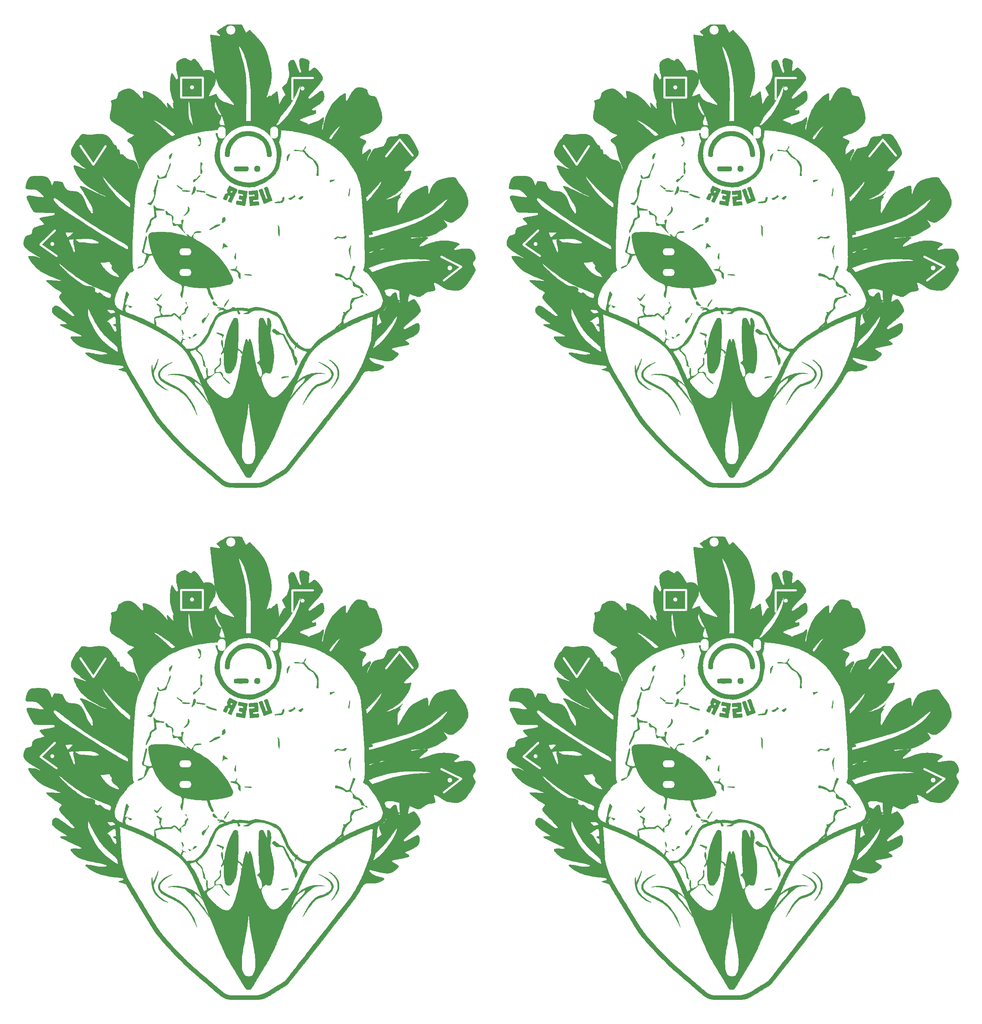
<source format=gbo>
G04 #@! TF.FileFunction,Legend,Bot*
%FSLAX46Y46*%
G04 Gerber Fmt 4.6, Leading zero omitted, Abs format (unit mm)*
G04 Created by KiCad (PCBNEW 4.0.7-e2-6376~58~ubuntu16.04.1) date Sat Nov  3 10:32:11 2018*
%MOMM*%
%LPD*%
G01*
G04 APERTURE LIST*
%ADD10C,0.150000*%
%ADD11C,0.010000*%
%ADD12C,0.500000*%
%ADD13C,0.200000*%
%ADD14R,2.200000X2.200000*%
%ADD15C,2.200000*%
%ADD16O,2.924000X1.700000*%
%ADD17R,2.100000X2.100000*%
%ADD18O,2.100000X2.100000*%
%ADD19O,1.900000X2.924000*%
G04 APERTURE END LIST*
D10*
D11*
G36*
X195220149Y-73315713D02*
X194921010Y-73317541D01*
X194659827Y-73320429D01*
X194444404Y-73324274D01*
X194282546Y-73328971D01*
X194182056Y-73334415D01*
X194151301Y-73339110D01*
X194108839Y-73365120D01*
X194009879Y-73426602D01*
X193861671Y-73519026D01*
X193671463Y-73637863D01*
X193446507Y-73778582D01*
X193194051Y-73936653D01*
X192921346Y-74107546D01*
X192867519Y-74141293D01*
X192552538Y-74339176D01*
X192295755Y-74501659D01*
X192091326Y-74632878D01*
X191933410Y-74736968D01*
X191816166Y-74818067D01*
X191733752Y-74880308D01*
X191680325Y-74927828D01*
X191650045Y-74964762D01*
X191637070Y-74995247D01*
X191635149Y-75013757D01*
X191646858Y-75066801D01*
X191687420Y-75131563D01*
X191764982Y-75217361D01*
X191887693Y-75333517D01*
X192009793Y-75442247D01*
X192181040Y-75595776D01*
X192300281Y-75712650D01*
X192374635Y-75802776D01*
X192411224Y-75876061D01*
X192417166Y-75942411D01*
X192405872Y-75993340D01*
X192386126Y-76038622D01*
X192354168Y-76071698D01*
X192302077Y-76092304D01*
X192221931Y-76100177D01*
X192105808Y-76095053D01*
X191945785Y-76076669D01*
X191733941Y-76044760D01*
X191462355Y-75999064D01*
X191201578Y-75953259D01*
X190850355Y-75892504D01*
X190570354Y-75847528D01*
X190359276Y-75818022D01*
X190214822Y-75803680D01*
X190134693Y-75804192D01*
X190120556Y-75808257D01*
X190067773Y-75876671D01*
X190054704Y-75963169D01*
X190059123Y-76019562D01*
X190071925Y-76144957D01*
X190092434Y-76333641D01*
X190119970Y-76579906D01*
X190153854Y-76878040D01*
X190193408Y-77222332D01*
X190237954Y-77607072D01*
X190286811Y-78026549D01*
X190339303Y-78475053D01*
X190394749Y-78946873D01*
X190452472Y-79436299D01*
X190511793Y-79937620D01*
X190572032Y-80445124D01*
X190632513Y-80953103D01*
X190692555Y-81455844D01*
X190751480Y-81947638D01*
X190808609Y-82422774D01*
X190863264Y-82875541D01*
X190914766Y-83300229D01*
X190962437Y-83691127D01*
X191005597Y-84042524D01*
X191043569Y-84348710D01*
X191075672Y-84603974D01*
X191101230Y-84802606D01*
X191119562Y-84938895D01*
X191128608Y-84999425D01*
X191156522Y-85186030D01*
X191166630Y-85310108D01*
X191158876Y-85368106D01*
X191134206Y-85357827D01*
X191108529Y-85321735D01*
X191050798Y-85239830D01*
X190972154Y-85127929D01*
X190948879Y-85094766D01*
X190785754Y-84887117D01*
X190617051Y-84730936D01*
X190417656Y-84605012D01*
X190301694Y-84548183D01*
X189993901Y-84438407D01*
X189658865Y-84372841D01*
X189317470Y-84352663D01*
X188990599Y-84379048D01*
X188699135Y-84453174D01*
X188688184Y-84457272D01*
X188598891Y-84490505D01*
X188527723Y-84508975D01*
X188466798Y-84505858D01*
X188408232Y-84474329D01*
X188344145Y-84407561D01*
X188266653Y-84298732D01*
X188167874Y-84141015D01*
X188039926Y-83927586D01*
X188001005Y-83862289D01*
X187704410Y-83377459D01*
X187426707Y-82949070D01*
X187169419Y-82579053D01*
X186934072Y-82269339D01*
X186722189Y-82021859D01*
X186535294Y-81838543D01*
X186374911Y-81721322D01*
X186277939Y-81679270D01*
X186141598Y-81654717D01*
X186019945Y-81667329D01*
X185896649Y-81723524D01*
X185755383Y-81829717D01*
X185648132Y-81926759D01*
X185391684Y-82168679D01*
X185028883Y-81996818D01*
X184832344Y-81899114D01*
X184618781Y-81785663D01*
X184423984Y-81675695D01*
X184359430Y-81637050D01*
X184212039Y-81551608D01*
X184075580Y-81481042D01*
X183971176Y-81435933D01*
X183939191Y-81426535D01*
X183810155Y-81428941D01*
X183620745Y-81475302D01*
X183371539Y-81565431D01*
X183063113Y-81699138D01*
X182961519Y-81746585D01*
X182655184Y-81906508D01*
X182411357Y-82068890D01*
X182217617Y-82243225D01*
X182068184Y-82429229D01*
X181956412Y-82619882D01*
X181880221Y-82820848D01*
X181836287Y-83048154D01*
X181821288Y-83317827D01*
X181828443Y-83585502D01*
X181845961Y-83868267D01*
X181868261Y-84116949D01*
X181898482Y-84351374D01*
X181939763Y-84591368D01*
X181995244Y-84856757D01*
X182068063Y-85167368D01*
X182098718Y-85292421D01*
X182170824Y-85593614D01*
X182221339Y-85833048D01*
X182250322Y-86021043D01*
X182257833Y-86167918D01*
X182243932Y-86283993D01*
X182208678Y-86379588D01*
X182152131Y-86465022D01*
X182105786Y-86518074D01*
X182037924Y-86576226D01*
X181969431Y-86599972D01*
X181895385Y-86584817D01*
X181810868Y-86526268D01*
X181710956Y-86419830D01*
X181590730Y-86261010D01*
X181445268Y-86045315D01*
X181269650Y-85768250D01*
X181249949Y-85736526D01*
X181090048Y-85482746D01*
X180963702Y-85291621D01*
X180868441Y-85159728D01*
X180801797Y-85083643D01*
X180762091Y-85059926D01*
X180732114Y-85070107D01*
X180705477Y-85107933D01*
X180678573Y-85184329D01*
X180647795Y-85310217D01*
X180609536Y-85496523D01*
X180597472Y-85558518D01*
X180521364Y-85961838D01*
X180460864Y-86307600D01*
X180414264Y-86611486D01*
X180379857Y-86889180D01*
X180355935Y-87156363D01*
X180340789Y-87428718D01*
X180332713Y-87721928D01*
X180330085Y-88013852D01*
X180333627Y-88411130D01*
X180348232Y-88775207D01*
X180376233Y-89118536D01*
X180419962Y-89453575D01*
X180481752Y-89792780D01*
X180563934Y-90148607D01*
X180668843Y-90533511D01*
X180798810Y-90959949D01*
X180956167Y-91440377D01*
X180991148Y-91544090D01*
X181073138Y-91789640D01*
X181144932Y-92011306D01*
X181203535Y-92199283D01*
X181245952Y-92343763D01*
X181269187Y-92434940D01*
X181271848Y-92463029D01*
X181232520Y-92455576D01*
X181165978Y-92407459D01*
X181155297Y-92397703D01*
X181086499Y-92345058D01*
X181040784Y-92331490D01*
X181037489Y-92333635D01*
X181034288Y-92377569D01*
X181042056Y-92481601D01*
X181059316Y-92631608D01*
X181084593Y-92813464D01*
X181094166Y-92876277D01*
X181134566Y-93147148D01*
X181160482Y-93352226D01*
X181172055Y-93499543D01*
X181169426Y-93597130D01*
X181152738Y-93653019D01*
X181122131Y-93675240D01*
X181108260Y-93676551D01*
X181063403Y-93665788D01*
X181003888Y-93630665D01*
X180924232Y-93565929D01*
X180818955Y-93466328D01*
X180682575Y-93326608D01*
X180509610Y-93141517D01*
X180294580Y-92905802D01*
X180233546Y-92838280D01*
X180072947Y-92663087D01*
X179927564Y-92509660D01*
X179805352Y-92385977D01*
X179714268Y-92300016D01*
X179662267Y-92259755D01*
X179654827Y-92257918D01*
X179617634Y-92301714D01*
X179603595Y-92403521D01*
X179612864Y-92566868D01*
X179645597Y-92795284D01*
X179688705Y-93026853D01*
X179723904Y-93212361D01*
X179750501Y-93370454D01*
X179766381Y-93487047D01*
X179769432Y-93548051D01*
X179767688Y-93553263D01*
X179745957Y-93559576D01*
X179710601Y-93540805D01*
X179655922Y-93490837D01*
X179576219Y-93403559D01*
X179465795Y-93272858D01*
X179318949Y-93092622D01*
X179199800Y-92944174D01*
X178826489Y-92488903D01*
X178478999Y-92090838D01*
X178147785Y-91740753D01*
X177823300Y-91429423D01*
X177495998Y-91147623D01*
X177156332Y-90886128D01*
X176846704Y-90670215D01*
X176530956Y-90470502D01*
X176191341Y-90275916D01*
X175838152Y-90090867D01*
X175481681Y-89919770D01*
X175132220Y-89767035D01*
X174800060Y-89637074D01*
X174495493Y-89534301D01*
X174228812Y-89463127D01*
X174010308Y-89427964D01*
X173942022Y-89424963D01*
X173846663Y-89427249D01*
X173776698Y-89440102D01*
X173730705Y-89472510D01*
X173707262Y-89533463D01*
X173704945Y-89631949D01*
X173722332Y-89776958D01*
X173758000Y-89977479D01*
X173810527Y-90242502D01*
X173811705Y-90248351D01*
X173854838Y-90472199D01*
X173889964Y-90673693D01*
X173915161Y-90840097D01*
X173928505Y-90958681D01*
X173928071Y-91016710D01*
X173927874Y-91017255D01*
X173866717Y-91091126D01*
X173759947Y-91153856D01*
X173637088Y-91190000D01*
X173590865Y-91193555D01*
X173537148Y-91179615D01*
X173463465Y-91134863D01*
X173365139Y-91054897D01*
X173237494Y-90935319D01*
X173075856Y-90771728D01*
X172875547Y-90559725D01*
X172631891Y-90294909D01*
X172608103Y-90268803D01*
X172386624Y-90042318D01*
X172129847Y-89807232D01*
X171854441Y-89576897D01*
X171577080Y-89364667D01*
X171314433Y-89183894D01*
X171085082Y-89048924D01*
X170781073Y-88919410D01*
X170470129Y-88846759D01*
X170145563Y-88831616D01*
X169800690Y-88874629D01*
X169428826Y-88976442D01*
X169023285Y-89137701D01*
X168736162Y-89275874D01*
X168453498Y-89423741D01*
X168233281Y-89548078D01*
X168068282Y-89653796D01*
X167951270Y-89745804D01*
X167875013Y-89829013D01*
X167843135Y-89882257D01*
X167810566Y-89975051D01*
X167773202Y-90118649D01*
X167736864Y-90289345D01*
X167719548Y-90385459D01*
X167660282Y-90678310D01*
X167589826Y-90906656D01*
X167503952Y-91080931D01*
X167398433Y-91211567D01*
X167376700Y-91231539D01*
X167277534Y-91308904D01*
X167165568Y-91373343D01*
X167025507Y-91431154D01*
X166842051Y-91488636D01*
X166599904Y-91552086D01*
X166595421Y-91553196D01*
X166368534Y-91612964D01*
X166208337Y-91668601D01*
X166107500Y-91729586D01*
X166058693Y-91805398D01*
X166054589Y-91905516D01*
X166087857Y-92039418D01*
X166128830Y-92156627D01*
X166191028Y-92400084D01*
X166213960Y-92689484D01*
X166197493Y-93029807D01*
X166141496Y-93426035D01*
X166088170Y-93695926D01*
X165987007Y-94178940D01*
X165906617Y-94596658D01*
X165846857Y-94956077D01*
X165807583Y-95264195D01*
X165788653Y-95528009D01*
X165789922Y-95754516D01*
X165811248Y-95950715D01*
X165852486Y-96123602D01*
X165913493Y-96280175D01*
X165994126Y-96427432D01*
X166031011Y-96484069D01*
X166114797Y-96595811D01*
X166214924Y-96704273D01*
X166338684Y-96814627D01*
X166493368Y-96932047D01*
X166686266Y-97061706D01*
X166924669Y-97208778D01*
X167215867Y-97378436D01*
X167567153Y-97575854D01*
X167578663Y-97582241D01*
X167904571Y-97765243D01*
X168176095Y-97923528D01*
X168406244Y-98065878D01*
X168608026Y-98201074D01*
X168794452Y-98337896D01*
X168978529Y-98485126D01*
X169173267Y-98651544D01*
X169207889Y-98681952D01*
X169493432Y-98928354D01*
X169740741Y-99128333D01*
X169963266Y-99290177D01*
X170174453Y-99422172D01*
X170387751Y-99532604D01*
X170616607Y-99629762D01*
X170874469Y-99721930D01*
X170920037Y-99737004D01*
X171174387Y-99822702D01*
X171363950Y-99892400D01*
X171496627Y-99949613D01*
X171580316Y-99997854D01*
X171622918Y-100040637D01*
X171628582Y-100052176D01*
X171625713Y-100117127D01*
X171569614Y-100196738D01*
X171456539Y-100294028D01*
X171282743Y-100412016D01*
X171044481Y-100553722D01*
X170920037Y-100623383D01*
X170725744Y-100731874D01*
X170541775Y-100836939D01*
X170384180Y-100929244D01*
X170269010Y-100999456D01*
X170233615Y-101022500D01*
X170113706Y-101125741D01*
X170049996Y-101237849D01*
X170044208Y-101362951D01*
X170098063Y-101505174D01*
X170213284Y-101668645D01*
X170391592Y-101857493D01*
X170634709Y-102075844D01*
X170693766Y-102125505D01*
X170885276Y-102288604D01*
X171031578Y-102426684D01*
X171141408Y-102555270D01*
X171223501Y-102689891D01*
X171286592Y-102846073D01*
X171339416Y-103039344D01*
X171390709Y-103285231D01*
X171413233Y-103404370D01*
X171536294Y-103980062D01*
X171700777Y-104607621D01*
X171907346Y-105289214D01*
X172156664Y-106027009D01*
X172449396Y-106823175D01*
X172505092Y-106968551D01*
X172624576Y-107280195D01*
X172718547Y-107530061D01*
X172789353Y-107726281D01*
X172839341Y-107876991D01*
X172870861Y-107990324D01*
X172886260Y-108074413D01*
X172887887Y-108137393D01*
X172878088Y-108187397D01*
X172865922Y-108218522D01*
X172823319Y-108288727D01*
X172788304Y-108315037D01*
X172765870Y-108281206D01*
X172724324Y-108187308D01*
X172668174Y-108044729D01*
X172601925Y-107864860D01*
X172538843Y-107684740D01*
X172443372Y-107409443D01*
X172365043Y-107194300D01*
X172298320Y-107027703D01*
X172237669Y-106898047D01*
X172177554Y-106793723D01*
X172112439Y-106703124D01*
X172036791Y-106614643D01*
X172019542Y-106595780D01*
X171911449Y-106488776D01*
X171796190Y-106399562D01*
X171662407Y-106323374D01*
X171498743Y-106255449D01*
X171293841Y-106191025D01*
X171036343Y-106125337D01*
X170739284Y-106058847D01*
X170465879Y-105995760D01*
X170249374Y-105932068D01*
X170071989Y-105857885D01*
X169915938Y-105763324D01*
X169763438Y-105638501D01*
X169596708Y-105473529D01*
X169499405Y-105369599D01*
X169286760Y-105146685D01*
X169108118Y-104979762D01*
X168953634Y-104863656D01*
X168813462Y-104793191D01*
X168677758Y-104763194D01*
X168536676Y-104768489D01*
X168408179Y-104796050D01*
X168335684Y-104806850D01*
X168291079Y-104776707D01*
X168252123Y-104697587D01*
X168223149Y-104608426D01*
X168185983Y-104466747D01*
X168145990Y-104294064D01*
X168117330Y-104156963D01*
X168071732Y-103939760D01*
X168031307Y-103786184D01*
X167989931Y-103685452D01*
X167941479Y-103626785D01*
X167879828Y-103599402D01*
X167798854Y-103592521D01*
X167796693Y-103592518D01*
X167709037Y-103582468D01*
X167635992Y-103545914D01*
X167570795Y-103473251D01*
X167506685Y-103354871D01*
X167436899Y-103181170D01*
X167368564Y-102984341D01*
X167232334Y-102576518D01*
X167086944Y-102576518D01*
X166993323Y-102567719D01*
X166917407Y-102531606D01*
X166833254Y-102453606D01*
X166796970Y-102413619D01*
X166727120Y-102324825D01*
X166629331Y-102186802D01*
X166514095Y-102015026D01*
X166391906Y-101824977D01*
X166325051Y-101717471D01*
X166076345Y-101323958D01*
X165849175Y-100993231D01*
X165635528Y-100718859D01*
X165427391Y-100494410D01*
X165216751Y-100313455D01*
X164995596Y-100169562D01*
X164755913Y-100056302D01*
X164489688Y-99967243D01*
X164188910Y-99895955D01*
X164015000Y-99863568D01*
X163732986Y-99830987D01*
X163393288Y-99818803D01*
X163010538Y-99826574D01*
X162599371Y-99853858D01*
X162174419Y-99900215D01*
X162001815Y-99924302D01*
X161622675Y-99976372D01*
X161297691Y-100010069D01*
X161008089Y-100025600D01*
X160735097Y-100023177D01*
X160459942Y-100003006D01*
X160163851Y-99965297D01*
X160040170Y-99946128D01*
X159753311Y-99901736D01*
X159528446Y-99872012D01*
X159353815Y-99856666D01*
X159217654Y-99855404D01*
X159108204Y-99867935D01*
X159013700Y-99893967D01*
X158952258Y-99919101D01*
X158835938Y-99985424D01*
X158730343Y-100078877D01*
X158624918Y-100211803D01*
X158509110Y-100396542D01*
X158442158Y-100515583D01*
X158357328Y-100657419D01*
X158258521Y-100793743D01*
X158133326Y-100939488D01*
X157969331Y-101109586D01*
X157855085Y-101221852D01*
X157691814Y-101381478D01*
X157571891Y-101504430D01*
X157484042Y-101605804D01*
X157416990Y-101700698D01*
X157359460Y-101804205D01*
X157300177Y-101931425D01*
X157264865Y-102012074D01*
X157172511Y-102210929D01*
X157063616Y-102424672D01*
X156956152Y-102618665D01*
X156912870Y-102690573D01*
X156700526Y-103051458D01*
X156540670Y-103372229D01*
X156429591Y-103662831D01*
X156363578Y-103933208D01*
X156338919Y-104193302D01*
X156338556Y-104229356D01*
X156351133Y-104452243D01*
X156392554Y-104661180D01*
X156468355Y-104867579D01*
X156584073Y-105082853D01*
X156745242Y-105318412D01*
X156957400Y-105585671D01*
X157048836Y-105693602D01*
X157215890Y-105887403D01*
X157348351Y-106037757D01*
X157460304Y-106158617D01*
X157565832Y-106263933D01*
X157679022Y-106367659D01*
X157813956Y-106483745D01*
X157984719Y-106626143D01*
X158018428Y-106654057D01*
X158196184Y-106805525D01*
X158371244Y-106962336D01*
X158526786Y-107108912D01*
X158645990Y-107229682D01*
X158675659Y-107262565D01*
X158786227Y-107378153D01*
X158918179Y-107491741D01*
X159085310Y-107613913D01*
X159301413Y-107755255D01*
X159388617Y-107809634D01*
X159568736Y-107922940D01*
X159730058Y-108028171D01*
X159859784Y-108116691D01*
X159945111Y-108179864D01*
X159968879Y-108201113D01*
X160012993Y-108257405D01*
X160004562Y-108285751D01*
X159975375Y-108299295D01*
X159928277Y-108307569D01*
X159857322Y-108302561D01*
X159756313Y-108282393D01*
X159619055Y-108245183D01*
X159439352Y-108189053D01*
X159211010Y-108112123D01*
X158927833Y-108012513D01*
X158583625Y-107888343D01*
X158399789Y-107821253D01*
X158120614Y-107720358D01*
X157859740Y-107628497D01*
X157626704Y-107548841D01*
X157431040Y-107484560D01*
X157282285Y-107438826D01*
X157189975Y-107414810D01*
X157168742Y-107411926D01*
X157060344Y-107438928D01*
X157016240Y-107486530D01*
X156998784Y-107585609D01*
X157017320Y-107740336D01*
X157068279Y-107942337D01*
X157148093Y-108183236D01*
X157253195Y-108454658D01*
X157380017Y-108748229D01*
X157524991Y-109055572D01*
X157684549Y-109368314D01*
X157855124Y-109678077D01*
X158033147Y-109976489D01*
X158162661Y-110177703D01*
X158465598Y-110606616D01*
X158786032Y-111007386D01*
X159130964Y-111385992D01*
X159507395Y-111748414D01*
X159922326Y-112100630D01*
X160382757Y-112448621D01*
X160895689Y-112798366D01*
X161468123Y-113155844D01*
X162039445Y-113488827D01*
X162268222Y-113619569D01*
X162491741Y-113749281D01*
X162695630Y-113869478D01*
X162865520Y-113971673D01*
X162987043Y-114047380D01*
X163004727Y-114058892D01*
X163132692Y-114140240D01*
X163257996Y-114212173D01*
X163393716Y-114280635D01*
X163552932Y-114351568D01*
X163748720Y-114430917D01*
X163994159Y-114524625D01*
X164187458Y-114596398D01*
X164469468Y-114703649D01*
X164683140Y-114792576D01*
X164832591Y-114865207D01*
X164921939Y-114923572D01*
X164955301Y-114969699D01*
X164955741Y-114974928D01*
X164922387Y-115004835D01*
X164831265Y-115011374D01*
X164695787Y-114995624D01*
X164529364Y-114958663D01*
X164442297Y-114933664D01*
X164311057Y-114889857D01*
X164155523Y-114831273D01*
X163970150Y-114755427D01*
X163749394Y-114659832D01*
X163487707Y-114542004D01*
X163179545Y-114399456D01*
X162819361Y-114229703D01*
X162401610Y-114030258D01*
X162058260Y-113865039D01*
X161513249Y-113603214D01*
X161030715Y-113373952D01*
X160606218Y-113175380D01*
X160235316Y-113005621D01*
X159913568Y-112862804D01*
X159636535Y-112745052D01*
X159399773Y-112650493D01*
X159198844Y-112577252D01*
X159029305Y-112523455D01*
X158886716Y-112487228D01*
X158766637Y-112466696D01*
X158737445Y-112463596D01*
X158615655Y-112454701D01*
X158550831Y-112459754D01*
X158525236Y-112483588D01*
X158521074Y-112522533D01*
X158541710Y-112584968D01*
X158597454Y-112691645D01*
X158679062Y-112826003D01*
X158749815Y-112932278D01*
X158933234Y-113199757D01*
X159088320Y-113431616D01*
X159224675Y-113643780D01*
X159351899Y-113852173D01*
X159479592Y-114072719D01*
X159617355Y-114321344D01*
X159774790Y-114613971D01*
X159856870Y-114768518D01*
X160283321Y-115533074D01*
X160737017Y-116270903D01*
X160878463Y-116486477D01*
X161034242Y-116723920D01*
X161177361Y-116949273D01*
X161301421Y-117151921D01*
X161400021Y-117321249D01*
X161466762Y-117446645D01*
X161491056Y-117502477D01*
X161521417Y-117615252D01*
X161553908Y-117776712D01*
X161586359Y-117970258D01*
X161616603Y-118179289D01*
X161642470Y-118387205D01*
X161661793Y-118577405D01*
X161672402Y-118733287D01*
X161672129Y-118838253D01*
X161668623Y-118861731D01*
X161620305Y-118934557D01*
X161529769Y-119002444D01*
X161426078Y-119048928D01*
X161338298Y-119057545D01*
X161328249Y-119054535D01*
X161287106Y-119016183D01*
X161216218Y-118927710D01*
X161125900Y-118802709D01*
X161036230Y-118669757D01*
X160912493Y-118482729D01*
X160775872Y-118279759D01*
X160647294Y-118091806D01*
X160586616Y-118004666D01*
X160448713Y-117798911D01*
X160327715Y-117594825D01*
X160216043Y-117376754D01*
X160106119Y-117129047D01*
X159990364Y-116836050D01*
X159894291Y-116574740D01*
X159732941Y-116137644D01*
X159585159Y-115764731D01*
X159446241Y-115447174D01*
X159311488Y-115176147D01*
X159176196Y-114942826D01*
X159035665Y-114738383D01*
X158885193Y-114553994D01*
X158731655Y-114392222D01*
X158512955Y-114194575D01*
X158290767Y-114035357D01*
X158053020Y-113910088D01*
X157787645Y-113814289D01*
X157482574Y-113743481D01*
X157125736Y-113693184D01*
X156766228Y-113662785D01*
X156453781Y-113639605D01*
X156203308Y-113614217D01*
X156001523Y-113584250D01*
X155835141Y-113547332D01*
X155690877Y-113501091D01*
X155567149Y-113448688D01*
X155328443Y-113297640D01*
X155099850Y-113074185D01*
X154883159Y-112780713D01*
X154680159Y-112419614D01*
X154508908Y-112034442D01*
X154437216Y-111862534D01*
X154368859Y-111711995D01*
X154311679Y-111599292D01*
X154274140Y-111541514D01*
X154195300Y-111495535D01*
X154055854Y-111449410D01*
X153869098Y-111404754D01*
X153648330Y-111363184D01*
X153406845Y-111326314D01*
X153157941Y-111295760D01*
X152914913Y-111273138D01*
X152691058Y-111260064D01*
X152499672Y-111258152D01*
X152354053Y-111269018D01*
X152267496Y-111294278D01*
X152263229Y-111297185D01*
X152225780Y-111350828D01*
X152173734Y-111459375D01*
X152114651Y-111605806D01*
X152068398Y-111735807D01*
X151992424Y-111951539D01*
X151925745Y-112109066D01*
X151864136Y-112206744D01*
X151803373Y-112242930D01*
X151739233Y-112215978D01*
X151667492Y-112124245D01*
X151583926Y-111966085D01*
X151484311Y-111739855D01*
X151372801Y-111465010D01*
X151215080Y-111103035D01*
X151051074Y-110806336D01*
X150871259Y-110567948D01*
X150666114Y-110380911D01*
X150426117Y-110238261D01*
X150141746Y-110133037D01*
X149803478Y-110058277D01*
X149401793Y-110007016D01*
X149375398Y-110004530D01*
X149157460Y-109989531D01*
X148897626Y-109980020D01*
X148608937Y-109975686D01*
X148304436Y-109976219D01*
X147997162Y-109981311D01*
X147700159Y-109990652D01*
X147426466Y-110003932D01*
X147189126Y-110020842D01*
X147001180Y-110041072D01*
X146877521Y-110063811D01*
X146575980Y-110172499D01*
X146319570Y-110327252D01*
X146102831Y-110533899D01*
X145920302Y-110798267D01*
X145766523Y-111126186D01*
X145695568Y-111325407D01*
X145610817Y-111602782D01*
X145534854Y-111883721D01*
X145471197Y-112152496D01*
X145423368Y-112393380D01*
X145394886Y-112590646D01*
X145388334Y-112698087D01*
X145391553Y-112832661D01*
X145406952Y-112917334D01*
X145443140Y-112977380D01*
X145502330Y-113032713D01*
X145550939Y-113071019D01*
X145601470Y-113101213D01*
X145663429Y-113124486D01*
X145746323Y-113142028D01*
X145859660Y-113155031D01*
X146012945Y-113164686D01*
X146215687Y-113172184D01*
X146477391Y-113178716D01*
X146705371Y-113183444D01*
X147057759Y-113193100D01*
X147346981Y-113208756D01*
X147585084Y-113233713D01*
X147784114Y-113271275D01*
X147956115Y-113324743D01*
X148113135Y-113397422D01*
X148267218Y-113492612D01*
X148430409Y-113613616D01*
X148511593Y-113678644D01*
X148635304Y-113785082D01*
X148783811Y-113921873D01*
X148947661Y-114079308D01*
X149117397Y-114247676D01*
X149283563Y-114417268D01*
X149436706Y-114578373D01*
X149567368Y-114721283D01*
X149666095Y-114836286D01*
X149723431Y-114913674D01*
X149732986Y-114932905D01*
X149745077Y-115002335D01*
X149729356Y-115057227D01*
X149680878Y-115097649D01*
X149594702Y-115123665D01*
X149465884Y-115135344D01*
X149289481Y-115132749D01*
X149060551Y-115115947D01*
X148774149Y-115085005D01*
X148425333Y-115039988D01*
X148009161Y-114980962D01*
X147853366Y-114958000D01*
X147422779Y-114894677D01*
X147060380Y-114842844D01*
X146760090Y-114801805D01*
X146515832Y-114770865D01*
X146321527Y-114749331D01*
X146171096Y-114736507D01*
X146058461Y-114731697D01*
X145977544Y-114734208D01*
X145939956Y-114739266D01*
X145844005Y-114788129D01*
X145745560Y-114884373D01*
X145663846Y-115003319D01*
X145618084Y-115120290D01*
X145614111Y-115157584D01*
X145629072Y-115220091D01*
X145671057Y-115340806D01*
X145735724Y-115509526D01*
X145818729Y-115716049D01*
X145915730Y-115950172D01*
X146022383Y-116201693D01*
X146134345Y-116460408D01*
X146247274Y-116716116D01*
X146356825Y-116958613D01*
X146458655Y-117177698D01*
X146548422Y-117363167D01*
X146577801Y-117421407D01*
X146717128Y-117683308D01*
X146860470Y-117934254D01*
X147001096Y-118163859D01*
X147132276Y-118361738D01*
X147247282Y-118517505D01*
X147339382Y-118620775D01*
X147372713Y-118648135D01*
X147493822Y-118709156D01*
X147628750Y-118749966D01*
X147639496Y-118751836D01*
X147781966Y-118768517D01*
X147990507Y-118784352D01*
X148255933Y-118799063D01*
X148569059Y-118812370D01*
X148920699Y-118823994D01*
X149301666Y-118833655D01*
X149702775Y-118841073D01*
X150114840Y-118845969D01*
X150528674Y-118848063D01*
X150792965Y-118847795D01*
X151183406Y-118846389D01*
X151505215Y-118846114D01*
X151765018Y-118848296D01*
X151969443Y-118854260D01*
X152125115Y-118865331D01*
X152238661Y-118882836D01*
X152316708Y-118908100D01*
X152365883Y-118942448D01*
X152392812Y-118987207D01*
X152404122Y-119043701D01*
X152406439Y-119113256D01*
X152406260Y-119170514D01*
X152406260Y-119394607D01*
X152220191Y-119463692D01*
X152140097Y-119486488D01*
X151995752Y-119520343D01*
X151797017Y-119563230D01*
X151553752Y-119613120D01*
X151275820Y-119667986D01*
X150973080Y-119725800D01*
X150696792Y-119776991D01*
X150381461Y-119834861D01*
X150083088Y-119890164D01*
X149811378Y-119941061D01*
X149576036Y-119985710D01*
X149386768Y-120022273D01*
X149253281Y-120048910D01*
X149189527Y-120062711D01*
X148997688Y-120121441D01*
X148851703Y-120190432D01*
X148761882Y-120263744D01*
X148737371Y-120323220D01*
X148764884Y-120379730D01*
X148845940Y-120484230D01*
X148978316Y-120634175D01*
X149159787Y-120827018D01*
X149330037Y-121001582D01*
X149502315Y-121178417D01*
X149655885Y-121340516D01*
X149782970Y-121479301D01*
X149875790Y-121586192D01*
X149926565Y-121652611D01*
X149933668Y-121667251D01*
X149927466Y-121692357D01*
X149894647Y-121718738D01*
X149826714Y-121749471D01*
X149715170Y-121787634D01*
X149551520Y-121836303D01*
X149327266Y-121898556D01*
X149199890Y-121933013D01*
X148773170Y-122049485D01*
X148413315Y-122152020D01*
X148113829Y-122243488D01*
X147868220Y-122326764D01*
X147669994Y-122404720D01*
X147512656Y-122480228D01*
X147389714Y-122556162D01*
X147294673Y-122635393D01*
X147221039Y-122720796D01*
X147162319Y-122815241D01*
X147149473Y-122840074D01*
X147076663Y-123026584D01*
X147015277Y-123266132D01*
X146987942Y-123416821D01*
X146957648Y-123587170D01*
X146924065Y-123739319D01*
X146892385Y-123851116D01*
X146877748Y-123887192D01*
X146776109Y-124030373D01*
X146629471Y-124148103D01*
X146429606Y-124244767D01*
X146168283Y-124324751D01*
X145978056Y-124366661D01*
X145782651Y-124410394D01*
X145629117Y-124462133D01*
X145506434Y-124532478D01*
X145403582Y-124632029D01*
X145309542Y-124771388D01*
X145213294Y-124961154D01*
X145106841Y-125204747D01*
X144986494Y-125517852D01*
X144907685Y-125793142D01*
X144865422Y-126051953D01*
X144854496Y-126283185D01*
X144867712Y-126514746D01*
X144911142Y-126723585D01*
X144990994Y-126920082D01*
X145113479Y-127114618D01*
X145284803Y-127317574D01*
X145511177Y-127539329D01*
X145711792Y-127716506D01*
X145874825Y-127852817D01*
X146039141Y-127982561D01*
X146213333Y-128111455D01*
X146405997Y-128245214D01*
X146625726Y-128389556D01*
X146881116Y-128550195D01*
X147180762Y-128732849D01*
X147533257Y-128943233D01*
X147738423Y-129064388D01*
X148075280Y-129263663D01*
X148351704Y-129429372D01*
X148572846Y-129564869D01*
X148743853Y-129673509D01*
X148869874Y-129758647D01*
X148956057Y-129823638D01*
X149007551Y-129871836D01*
X149029140Y-129905456D01*
X149028858Y-129937833D01*
X148994976Y-129947494D01*
X148921009Y-129932446D01*
X148800474Y-129890698D01*
X148626887Y-129820258D01*
X148393763Y-129719135D01*
X148328727Y-129690297D01*
X148106883Y-129592772D01*
X147939332Y-129522870D01*
X147812253Y-129476211D01*
X147711823Y-129448412D01*
X147624222Y-129435092D01*
X147535627Y-129431869D01*
X147514216Y-129432087D01*
X147393868Y-129430030D01*
X147219304Y-129421928D01*
X147011219Y-129408969D01*
X146790307Y-129392344D01*
X146720647Y-129386475D01*
X146517802Y-129370773D01*
X146338401Y-129360386D01*
X146197282Y-129355909D01*
X146109282Y-129357935D01*
X146090543Y-129361282D01*
X146040404Y-129417060D01*
X146036380Y-129523202D01*
X146074884Y-129673557D01*
X146152332Y-129861976D01*
X146265137Y-130082308D01*
X146409712Y-130328403D01*
X146582473Y-130594113D01*
X146779832Y-130873285D01*
X146998203Y-131159772D01*
X147234001Y-131447422D01*
X147450945Y-131694295D01*
X147802103Y-132060661D01*
X148166438Y-132399125D01*
X148551039Y-132713947D01*
X148962997Y-133009386D01*
X149409401Y-133289700D01*
X149897343Y-133559148D01*
X150433911Y-133821990D01*
X151026197Y-134082484D01*
X151681289Y-134344889D01*
X152165558Y-134526338D01*
X152386499Y-134610154D01*
X152605808Y-134698619D01*
X152803317Y-134783241D01*
X152958857Y-134855532D01*
X153009353Y-134881544D01*
X153183454Y-134966754D01*
X153378930Y-135048841D01*
X153541846Y-135106235D01*
X153736298Y-135171775D01*
X153860168Y-135229602D01*
X153917457Y-135282086D01*
X153914973Y-135327402D01*
X153895305Y-135343964D01*
X153855274Y-135356366D01*
X153788848Y-135364483D01*
X153689999Y-135368190D01*
X153552696Y-135367365D01*
X153370908Y-135361881D01*
X153138606Y-135351615D01*
X152849760Y-135336443D01*
X152498340Y-135316240D01*
X152078315Y-135290881D01*
X152044921Y-135288832D01*
X151643885Y-135264951D01*
X151311518Y-135247176D01*
X151041464Y-135235696D01*
X150827366Y-135230697D01*
X150662868Y-135232370D01*
X150541612Y-135240901D01*
X150457243Y-135256481D01*
X150403402Y-135279298D01*
X150373735Y-135309539D01*
X150363228Y-135338702D01*
X150373096Y-135386304D01*
X150419575Y-135455813D01*
X150506364Y-135550628D01*
X150637158Y-135674146D01*
X150815655Y-135829762D01*
X151045553Y-136020876D01*
X151330548Y-136250884D01*
X151518519Y-136400261D01*
X151810325Y-136630527D01*
X152053533Y-136820485D01*
X152258122Y-136977084D01*
X152434068Y-137107269D01*
X152591349Y-137217987D01*
X152739943Y-137316186D01*
X152889826Y-137408810D01*
X153050978Y-137502808D01*
X153233375Y-137605126D01*
X153309371Y-137647103D01*
X153562831Y-137790086D01*
X153755507Y-137907295D01*
X153894975Y-138004428D01*
X153988811Y-138087186D01*
X154044593Y-138161268D01*
X154066546Y-138216637D01*
X154071654Y-138285062D01*
X154048604Y-138362564D01*
X153990835Y-138460701D01*
X153891788Y-138591034D01*
X153775324Y-138729857D01*
X153662734Y-138872814D01*
X153573415Y-139008953D01*
X153521332Y-139116657D01*
X153517688Y-139128676D01*
X153499819Y-139239818D01*
X153507027Y-139358281D01*
X153542488Y-139488602D01*
X153609374Y-139635316D01*
X153710862Y-139802960D01*
X153850125Y-139996069D01*
X154030339Y-140219179D01*
X154254679Y-140476827D01*
X154526318Y-140773548D01*
X154848431Y-141113880D01*
X155062677Y-141336181D01*
X155446726Y-141736181D01*
X155838067Y-142151221D01*
X156247293Y-142592713D01*
X156685002Y-143072069D01*
X157061005Y-143488492D01*
X157140292Y-143589851D01*
X157192231Y-143681513D01*
X157204037Y-143725598D01*
X157169369Y-143799186D01*
X157076260Y-143858144D01*
X156941060Y-143896263D01*
X156780114Y-143907332D01*
X156732423Y-143904720D01*
X156687366Y-143899523D01*
X156641428Y-143889212D01*
X156589101Y-143870145D01*
X156524874Y-143838680D01*
X156443237Y-143791177D01*
X156338681Y-143723996D01*
X156205696Y-143633494D01*
X156038773Y-143516031D01*
X155832400Y-143367965D01*
X155581069Y-143185657D01*
X155279270Y-142965464D01*
X154981535Y-142747691D01*
X154671104Y-142521712D01*
X154371834Y-142306156D01*
X154090570Y-142105797D01*
X153834162Y-141925412D01*
X153609457Y-141769774D01*
X153423301Y-141643659D01*
X153282544Y-141551842D01*
X153194032Y-141499098D01*
X153183166Y-141493641D01*
X152922694Y-141402352D01*
X152680358Y-141383949D01*
X152454231Y-141438850D01*
X152242385Y-141567471D01*
X152072882Y-141734168D01*
X151919161Y-141939969D01*
X151823833Y-142139549D01*
X151777155Y-142358652D01*
X151768205Y-142539185D01*
X151773366Y-142711948D01*
X151795170Y-142850785D01*
X151841926Y-142977566D01*
X151921943Y-143114160D01*
X152043530Y-143282436D01*
X152057637Y-143300985D01*
X152164756Y-143428677D01*
X152298777Y-143564292D01*
X152464389Y-143711275D01*
X152666284Y-143873068D01*
X152909152Y-144053114D01*
X153197683Y-144254858D01*
X153536569Y-144481741D01*
X153930498Y-144737209D01*
X154384163Y-145024703D01*
X154531178Y-145116814D01*
X154729141Y-145243134D01*
X154916154Y-145367147D01*
X155077972Y-145479059D01*
X155200350Y-145569077D01*
X155257618Y-145616272D01*
X155344026Y-145698750D01*
X155381511Y-145749774D01*
X155377870Y-145787356D01*
X155347214Y-145823235D01*
X155316333Y-145846691D01*
X155270483Y-145863340D01*
X155198448Y-145874000D01*
X155089010Y-145879486D01*
X154930954Y-145880616D01*
X154713063Y-145878206D01*
X154614584Y-145876573D01*
X154328747Y-145873809D01*
X154110010Y-145877608D01*
X153950399Y-145889249D01*
X153841939Y-145910010D01*
X153776657Y-145941169D01*
X153746579Y-145984004D01*
X153742111Y-146016432D01*
X153746547Y-146046759D01*
X153762730Y-146078900D01*
X153794975Y-146115085D01*
X153847595Y-146157547D01*
X153924904Y-146208515D01*
X154031216Y-146270221D01*
X154170845Y-146344896D01*
X154348105Y-146434771D01*
X154567310Y-146542076D01*
X154832774Y-146669044D01*
X155148810Y-146817904D01*
X155519733Y-146990888D01*
X155949857Y-147190227D01*
X156443496Y-147418152D01*
X156526704Y-147456520D01*
X156999003Y-147674888D01*
X157407066Y-147865005D01*
X157755443Y-148029157D01*
X158048682Y-148169634D01*
X158291333Y-148288723D01*
X158487944Y-148388713D01*
X158643064Y-148471892D01*
X158761242Y-148540547D01*
X158847028Y-148596968D01*
X158904969Y-148643442D01*
X158923578Y-148662168D01*
X158965437Y-148719179D01*
X158952233Y-148763426D01*
X158921517Y-148796282D01*
X158897729Y-148814518D01*
X158861693Y-148828812D01*
X158805216Y-148839517D01*
X158720103Y-148846992D01*
X158598162Y-148851590D01*
X158431199Y-148853669D01*
X158211020Y-148853583D01*
X157929432Y-148851688D01*
X157695337Y-148849515D01*
X157356464Y-148846722D01*
X157084454Y-148845934D01*
X156870930Y-148847443D01*
X156707515Y-148851539D01*
X156585830Y-148858514D01*
X156497500Y-148868660D01*
X156434147Y-148882268D01*
X156398675Y-148894632D01*
X156304837Y-148946330D01*
X156267001Y-149008497D01*
X156263297Y-149048690D01*
X156293290Y-149188888D01*
X156378423Y-149362988D01*
X156511423Y-149562835D01*
X156685017Y-149780274D01*
X156891935Y-150007151D01*
X157124903Y-150235310D01*
X157376650Y-150456595D01*
X157639903Y-150662853D01*
X157808488Y-150781476D01*
X157996667Y-150903716D01*
X158182700Y-151014819D01*
X158372845Y-151116726D01*
X158573363Y-151211380D01*
X158790512Y-151300722D01*
X159030552Y-151386694D01*
X159299743Y-151471239D01*
X159604344Y-151556298D01*
X159950615Y-151643812D01*
X160344816Y-151735725D01*
X160793206Y-151833977D01*
X161302045Y-151940510D01*
X161877593Y-152057267D01*
X161999833Y-152081731D01*
X162559703Y-152194535D01*
X163049730Y-152295519D01*
X163474200Y-152385851D01*
X163837400Y-152466697D01*
X164143616Y-152539224D01*
X164397136Y-152604599D01*
X164602245Y-152663990D01*
X164763232Y-152718563D01*
X164884381Y-152769485D01*
X164969981Y-152817924D01*
X165024317Y-152865046D01*
X165051676Y-152912018D01*
X165051869Y-152912619D01*
X165053773Y-153003506D01*
X164994852Y-153077911D01*
X164872738Y-153136458D01*
X164685065Y-153179770D01*
X164429465Y-153208472D01*
X164103571Y-153223187D01*
X163864482Y-153225560D01*
X163670226Y-153225168D01*
X163505041Y-153223351D01*
X163358043Y-153218740D01*
X163218350Y-153209968D01*
X163075079Y-153195665D01*
X162917346Y-153174465D01*
X162734267Y-153144999D01*
X162514960Y-153105899D01*
X162248542Y-153055797D01*
X161924128Y-152993326D01*
X161752747Y-152960121D01*
X161341707Y-152882269D01*
X160997478Y-152821336D01*
X160713717Y-152776561D01*
X160484082Y-152747183D01*
X160302232Y-152732441D01*
X160161823Y-152731574D01*
X160056514Y-152743821D01*
X160021999Y-152752460D01*
X159926982Y-152791610D01*
X159881384Y-152842664D01*
X159887374Y-152912990D01*
X159947122Y-153009956D01*
X160062797Y-153140931D01*
X160167371Y-153246191D01*
X160430448Y-153478376D01*
X160753081Y-153720777D01*
X161121859Y-153965162D01*
X161523373Y-154203304D01*
X161944214Y-154426973D01*
X162370972Y-154627939D01*
X162528630Y-154695286D01*
X162939449Y-154856707D01*
X163357749Y-155002307D01*
X163791354Y-155133727D01*
X164248087Y-155252607D01*
X164735772Y-155360587D01*
X165262233Y-155459306D01*
X165835294Y-155550406D01*
X166462779Y-155635526D01*
X167152512Y-155716307D01*
X167646260Y-155768104D01*
X167905345Y-155795875D01*
X168154922Y-155825676D01*
X168379697Y-155855449D01*
X168564376Y-155883137D01*
X168693666Y-155906683D01*
X168717801Y-155912240D01*
X168849049Y-155947344D01*
X168928653Y-155981733D01*
X168978254Y-156031835D01*
X169019489Y-156114073D01*
X169036102Y-156153857D01*
X169076247Y-156266596D01*
X169083375Y-156349936D01*
X169048987Y-156413021D01*
X168964584Y-156464993D01*
X168821666Y-156514997D01*
X168658626Y-156559954D01*
X168379836Y-156634155D01*
X168167700Y-156693172D01*
X168015627Y-156739101D01*
X167917021Y-156774040D01*
X167865290Y-156800085D01*
X167853223Y-156816115D01*
X167861608Y-156835466D01*
X167891973Y-156857304D01*
X167952127Y-156884320D01*
X168049883Y-156919205D01*
X168193051Y-156964647D01*
X168389444Y-157023339D01*
X168646871Y-157097971D01*
X168793615Y-157140019D01*
X169021597Y-157206562D01*
X169228556Y-157269561D01*
X169402121Y-157325041D01*
X169529922Y-157369030D01*
X169599587Y-157397555D01*
X169604598Y-157400475D01*
X169645183Y-157447327D01*
X169715282Y-157549953D01*
X169808457Y-157698007D01*
X169918272Y-157881147D01*
X170038291Y-158089027D01*
X170088113Y-158177505D01*
X170227012Y-158422060D01*
X170394343Y-158710407D01*
X170578366Y-159022696D01*
X170767339Y-159339080D01*
X170949524Y-159639708D01*
X171041989Y-159790194D01*
X171138568Y-159947386D01*
X171270368Y-160163349D01*
X171433901Y-160432313D01*
X171625679Y-160748506D01*
X171842216Y-161106157D01*
X172080023Y-161499497D01*
X172335613Y-161922755D01*
X172605499Y-162370159D01*
X172886193Y-162835939D01*
X173174207Y-163314325D01*
X173466054Y-163799545D01*
X173647203Y-164100963D01*
X173933919Y-164577777D01*
X174215104Y-165044592D01*
X174487679Y-165496341D01*
X174748565Y-165927957D01*
X174994686Y-166334373D01*
X175222963Y-166710522D01*
X175430319Y-167051335D01*
X175613674Y-167351748D01*
X175769953Y-167606691D01*
X175896075Y-167811099D01*
X175988964Y-167959903D01*
X176035811Y-168033259D01*
X176424563Y-168614305D01*
X176821347Y-169176071D01*
X177235109Y-169729974D01*
X177674790Y-170287430D01*
X178149335Y-170859856D01*
X178667685Y-171458669D01*
X179084787Y-171925560D01*
X179754178Y-172661611D01*
X180405760Y-173369049D01*
X181036215Y-174044447D01*
X181642223Y-174684377D01*
X182220464Y-175285412D01*
X182767619Y-175844126D01*
X183280369Y-176357092D01*
X183755394Y-176820883D01*
X184189374Y-177232072D01*
X184504334Y-177520450D01*
X184698023Y-177693377D01*
X184935224Y-177903131D01*
X185211716Y-178146087D01*
X185523280Y-178418619D01*
X185865695Y-178717104D01*
X186234743Y-179037916D01*
X186626203Y-179377431D01*
X187035857Y-179732023D01*
X187459483Y-180098069D01*
X187892862Y-180471942D01*
X188331776Y-180850018D01*
X188772003Y-181228673D01*
X189209325Y-181604281D01*
X189639521Y-181973218D01*
X190058372Y-182331858D01*
X190461658Y-182676578D01*
X190845159Y-183003752D01*
X191204656Y-183309755D01*
X191535929Y-183590962D01*
X191834759Y-183843749D01*
X192096925Y-184064491D01*
X192318208Y-184249563D01*
X192494387Y-184395340D01*
X192621245Y-184498198D01*
X192682984Y-184546111D01*
X192955563Y-184730836D01*
X193254490Y-184903838D01*
X193555699Y-185052527D01*
X193835125Y-185164314D01*
X193911741Y-185188961D01*
X194028351Y-185223292D01*
X194138381Y-185253519D01*
X194247264Y-185279920D01*
X194360433Y-185302770D01*
X194483322Y-185322347D01*
X194621364Y-185338929D01*
X194779992Y-185352793D01*
X194964639Y-185364216D01*
X195180739Y-185373475D01*
X195433724Y-185380847D01*
X195729029Y-185386610D01*
X196072086Y-185391041D01*
X196468329Y-185394416D01*
X196923191Y-185397014D01*
X197442105Y-185399111D01*
X198030505Y-185400985D01*
X198069815Y-185401101D01*
X198561950Y-185402159D01*
X199041361Y-185402430D01*
X199501429Y-185401955D01*
X199935533Y-185400774D01*
X200337054Y-185398930D01*
X200699372Y-185396461D01*
X201015866Y-185393410D01*
X201279917Y-185389816D01*
X201484905Y-185385721D01*
X201624209Y-185381165D01*
X201663445Y-185378993D01*
X202241185Y-185311316D01*
X202781480Y-185188648D01*
X203303250Y-185005864D01*
X203680812Y-184832788D01*
X203780810Y-184778882D01*
X203937627Y-184689577D01*
X204144160Y-184569194D01*
X204393306Y-184422057D01*
X204677962Y-184252491D01*
X204991025Y-184064817D01*
X205325393Y-183863359D01*
X205673962Y-183652441D01*
X206029629Y-183436386D01*
X206385292Y-183219516D01*
X206733847Y-183006156D01*
X207068192Y-182800628D01*
X207381223Y-182607256D01*
X207665838Y-182430362D01*
X207914933Y-182274271D01*
X208121407Y-182143305D01*
X208278155Y-182041788D01*
X208378074Y-181974043D01*
X208380556Y-181972264D01*
X208526988Y-181858311D01*
X208699791Y-181710639D01*
X208874321Y-181550859D01*
X208988273Y-181439379D01*
X209044995Y-181375645D01*
X209147266Y-181253404D01*
X209294396Y-181073528D01*
X209485695Y-180836889D01*
X209720472Y-180544361D01*
X209998038Y-180196815D01*
X210317703Y-179795124D01*
X210678777Y-179340161D01*
X211080569Y-178832797D01*
X211522389Y-178273906D01*
X212003549Y-177664359D01*
X212523357Y-177005029D01*
X213081124Y-176296789D01*
X213676159Y-175540510D01*
X214307773Y-174737066D01*
X214975275Y-173887329D01*
X215677976Y-172992171D01*
X216415186Y-172052464D01*
X216719409Y-171664518D01*
X217309216Y-170912232D01*
X217889978Y-170171327D01*
X218459784Y-169444248D01*
X219016724Y-168733437D01*
X219558888Y-168041335D01*
X220084365Y-167370385D01*
X220591244Y-166723030D01*
X221077617Y-166101712D01*
X221541571Y-165508873D01*
X221981198Y-164946956D01*
X222394586Y-164418403D01*
X222779825Y-163925656D01*
X223135004Y-163471158D01*
X223458215Y-163057352D01*
X223747545Y-162686679D01*
X224001084Y-162361582D01*
X224216924Y-162084504D01*
X224393152Y-161857887D01*
X224527858Y-161684172D01*
X224619133Y-161565804D01*
X224651524Y-161523333D01*
X225096476Y-160918036D01*
X225494428Y-160339966D01*
X225857875Y-159770258D01*
X226199311Y-159190051D01*
X226212220Y-159167187D01*
X226401017Y-158832890D01*
X226557891Y-158557063D01*
X226687503Y-158332408D01*
X226794512Y-158151626D01*
X226883576Y-158007416D01*
X226959355Y-157892479D01*
X227026509Y-157799516D01*
X227089696Y-157721226D01*
X227153576Y-157650312D01*
X227222809Y-157579472D01*
X227230602Y-157571718D01*
X227376224Y-157434901D01*
X227508826Y-157333506D01*
X227643390Y-157262928D01*
X227794901Y-157218561D01*
X227978344Y-157195800D01*
X228208702Y-157190039D01*
X228455741Y-157195170D01*
X228906211Y-157206719D01*
X229289226Y-157210076D01*
X229612166Y-157205019D01*
X229882412Y-157191324D01*
X230107346Y-157168767D01*
X230280778Y-157139963D01*
X230594501Y-157063299D01*
X230906223Y-156964647D01*
X231205057Y-156849306D01*
X231480111Y-156722577D01*
X231720496Y-156589759D01*
X231915323Y-156456152D01*
X232053703Y-156327056D01*
X232106490Y-156251388D01*
X232138364Y-156170561D01*
X232123345Y-156106430D01*
X232101394Y-156072143D01*
X232047629Y-156012847D01*
X231968100Y-155957570D01*
X231854452Y-155903201D01*
X231698332Y-155846628D01*
X231491385Y-155784740D01*
X231225257Y-155714427D01*
X230975109Y-155652671D01*
X230586014Y-155554141D01*
X230262498Y-155461963D01*
X229995489Y-155372946D01*
X229775913Y-155283897D01*
X229594698Y-155191624D01*
X229502076Y-155134362D01*
X229366002Y-155036013D01*
X229203726Y-154906833D01*
X229032353Y-154761730D01*
X228868989Y-154615615D01*
X228730739Y-154483399D01*
X228634711Y-154379992D01*
X228630068Y-154374287D01*
X228561766Y-154283818D01*
X228535139Y-154219379D01*
X228543028Y-154149737D01*
X228563809Y-154085329D01*
X228608688Y-153991283D01*
X228658910Y-153934977D01*
X228671919Y-153929554D01*
X228723535Y-153935586D01*
X228836888Y-153958687D01*
X229001063Y-153996303D01*
X229205142Y-154045879D01*
X229438206Y-154104862D01*
X229590101Y-154144409D01*
X230218930Y-154306615D01*
X230782117Y-154444485D01*
X231285053Y-154558546D01*
X231733131Y-154649326D01*
X232131741Y-154717352D01*
X232486276Y-154763149D01*
X232802128Y-154787247D01*
X233084687Y-154790170D01*
X233339346Y-154772447D01*
X233571496Y-154734605D01*
X233786529Y-154677170D01*
X233989837Y-154600669D01*
X234038237Y-154579188D01*
X234331662Y-154420973D01*
X234641960Y-154209743D01*
X234950328Y-153958746D01*
X235057030Y-153861407D01*
X235277544Y-153641035D01*
X235436106Y-153451788D01*
X235536503Y-153288158D01*
X235582524Y-153144634D01*
X235586556Y-153091190D01*
X235581871Y-153025431D01*
X235562715Y-152966131D01*
X235521433Y-152907000D01*
X235450371Y-152841746D01*
X235341876Y-152764078D01*
X235188294Y-152667704D01*
X234981971Y-152546333D01*
X234789238Y-152435815D01*
X234514340Y-152275679D01*
X234303001Y-152143757D01*
X234150937Y-152035675D01*
X234053870Y-151947061D01*
X234007516Y-151873543D01*
X234007595Y-151810748D01*
X234049826Y-151754304D01*
X234091394Y-151723115D01*
X234146306Y-151690932D01*
X234214287Y-151659590D01*
X234301990Y-151627444D01*
X234416068Y-151592851D01*
X234563175Y-151554165D01*
X234749964Y-151509743D01*
X234983087Y-151457941D01*
X235269199Y-151397113D01*
X235614952Y-151325616D01*
X236027000Y-151241806D01*
X236092362Y-151228591D01*
X236533168Y-151139361D01*
X236906049Y-151063205D01*
X237216880Y-150998437D01*
X237471532Y-150943371D01*
X237675881Y-150896321D01*
X237835799Y-150855602D01*
X237957159Y-150819528D01*
X238045836Y-150786412D01*
X238107702Y-150754570D01*
X238148630Y-150722315D01*
X238174495Y-150687961D01*
X238191170Y-150649824D01*
X238199381Y-150623834D01*
X238198735Y-150546921D01*
X238148446Y-150463368D01*
X238042950Y-150367851D01*
X237876680Y-150255043D01*
X237712630Y-150158091D01*
X237562051Y-150069737D01*
X237430039Y-149987141D01*
X237334621Y-149921846D01*
X237301345Y-149894723D01*
X237255864Y-149830186D01*
X237254115Y-149763508D01*
X237300332Y-149691652D01*
X237398747Y-149611580D01*
X237553594Y-149520254D01*
X237769106Y-149414637D01*
X238049517Y-149291691D01*
X238267423Y-149201520D01*
X238723613Y-149010361D01*
X239113408Y-148834040D01*
X239443206Y-148668298D01*
X239719407Y-148508870D01*
X239948411Y-148351497D01*
X240136616Y-148191916D01*
X240290423Y-148025866D01*
X240416230Y-147849085D01*
X240487917Y-147722756D01*
X240589642Y-147504634D01*
X240658642Y-147296430D01*
X240699739Y-147075206D01*
X240717757Y-146818020D01*
X240719390Y-146622000D01*
X240714648Y-146409569D01*
X240702570Y-146250656D01*
X240680254Y-146123646D01*
X240644799Y-146006928D01*
X240632353Y-145973745D01*
X240539044Y-145784685D01*
X240428908Y-145666436D01*
X240294377Y-145615119D01*
X240127883Y-145626856D01*
X240018559Y-145659279D01*
X239954807Y-145687822D01*
X239832865Y-145747847D01*
X239660816Y-145835177D01*
X239446745Y-145945635D01*
X239198736Y-146075042D01*
X238924872Y-146219223D01*
X238633239Y-146373999D01*
X238565318Y-146410219D01*
X238247480Y-146578519D01*
X237957577Y-146729365D01*
X237701986Y-146859597D01*
X237487085Y-146966053D01*
X237319251Y-147045572D01*
X237204861Y-147094993D01*
X237151296Y-147111185D01*
X237048008Y-147078960D01*
X236945331Y-146996855D01*
X236866646Y-146886718D01*
X236842092Y-146822214D01*
X236846440Y-146718268D01*
X236877881Y-146646060D01*
X236929457Y-146586549D01*
X237032206Y-146484555D01*
X237179577Y-146345887D01*
X237365020Y-146176353D01*
X237581985Y-145981762D01*
X237823923Y-145767922D01*
X238084283Y-145540643D01*
X238356514Y-145305733D01*
X238634067Y-145069000D01*
X238910392Y-144836254D01*
X239048482Y-144721169D01*
X239494696Y-144344277D01*
X239756597Y-144113549D01*
X235263774Y-144113549D01*
X235246656Y-144242522D01*
X235212057Y-144412055D01*
X235163390Y-144606811D01*
X235104068Y-144811458D01*
X235055289Y-144960326D01*
X234940715Y-145261541D01*
X234800273Y-145574644D01*
X234629131Y-145908575D01*
X234422452Y-146272273D01*
X234175402Y-146674680D01*
X233892135Y-147111185D01*
X233515902Y-147670527D01*
X233167607Y-148170110D01*
X232841168Y-148617307D01*
X232530509Y-149019492D01*
X232229550Y-149384039D01*
X231932212Y-149718323D01*
X231632416Y-150029716D01*
X231324083Y-150325593D01*
X231014556Y-150601755D01*
X230780238Y-150800085D01*
X230544862Y-150992058D01*
X230315441Y-151172632D01*
X230098985Y-151336762D01*
X229902504Y-151479404D01*
X229733010Y-151595513D01*
X229597512Y-151680045D01*
X229503022Y-151727956D01*
X229456551Y-151734202D01*
X229452926Y-151725360D01*
X229465558Y-151687302D01*
X229500655Y-151590256D01*
X229554014Y-151445614D01*
X229621437Y-151264766D01*
X229693682Y-151072474D01*
X229775679Y-150849341D01*
X229851213Y-150633391D01*
X229914715Y-150441335D01*
X229960619Y-150289880D01*
X229980387Y-150211854D01*
X229992040Y-150158579D01*
X230006358Y-150109129D01*
X230027609Y-150058859D01*
X230060062Y-150003123D01*
X230107985Y-149937273D01*
X230175645Y-149856664D01*
X230267312Y-149756649D01*
X230387253Y-149632581D01*
X230539737Y-149479815D01*
X230729032Y-149293704D01*
X230959405Y-149069602D01*
X231235126Y-148802862D01*
X231560462Y-148488838D01*
X231584286Y-148465852D01*
X231875570Y-148179530D01*
X232147833Y-147899826D01*
X232407814Y-147618447D01*
X232662255Y-147327102D01*
X232917897Y-147017500D01*
X233181481Y-146681349D01*
X233459747Y-146310359D01*
X233759436Y-145896238D01*
X234087291Y-145430694D01*
X234291668Y-145135791D01*
X234512870Y-144816909D01*
X234696650Y-144556750D01*
X234846773Y-144351052D01*
X234967010Y-144195554D01*
X235061127Y-144085992D01*
X235132892Y-144018105D01*
X235186075Y-143987631D01*
X235224443Y-143990307D01*
X235251763Y-144021871D01*
X235259999Y-144040467D01*
X235263774Y-144113549D01*
X239756597Y-144113549D01*
X239877885Y-144006698D01*
X240198760Y-143707727D01*
X240458031Y-143446659D01*
X240656411Y-143222787D01*
X240794610Y-143035407D01*
X240853572Y-142930599D01*
X240929505Y-142735447D01*
X240965841Y-142544268D01*
X240960961Y-142344816D01*
X240913246Y-142124843D01*
X240821078Y-141872103D01*
X240686965Y-141583234D01*
X232722501Y-141583234D01*
X232704665Y-141658183D01*
X232654007Y-141782803D01*
X232568657Y-141963489D01*
X232518853Y-142063954D01*
X232424971Y-142245177D01*
X232339724Y-142388154D01*
X232250428Y-142505681D01*
X232144399Y-142610551D01*
X232008951Y-142715556D01*
X231831400Y-142833492D01*
X231635445Y-142954962D01*
X231468379Y-143062878D01*
X231306643Y-143177496D01*
X231173026Y-143282191D01*
X231112942Y-143336160D01*
X231022096Y-143429891D01*
X230975352Y-143497978D01*
X230961645Y-143565963D01*
X230969905Y-143659391D01*
X230970618Y-143664616D01*
X230989288Y-143745732D01*
X231029705Y-143885773D01*
X231088096Y-144072866D01*
X231160684Y-144295139D01*
X231243695Y-144540717D01*
X231308573Y-144727510D01*
X231394024Y-144972187D01*
X231469948Y-145192399D01*
X231533111Y-145378537D01*
X231580281Y-145520992D01*
X231608225Y-145610157D01*
X231614488Y-145636829D01*
X231579928Y-145629121D01*
X231531900Y-145603102D01*
X231442107Y-145574447D01*
X231334928Y-145595895D01*
X231201421Y-145671038D01*
X231032646Y-145803469D01*
X231032166Y-145803880D01*
X230829926Y-145973963D01*
X230674933Y-146095499D01*
X230560238Y-146172157D01*
X230478887Y-146207603D01*
X230423929Y-146205505D01*
X230388414Y-146169531D01*
X230378878Y-146148552D01*
X230364076Y-146078356D01*
X230357853Y-145963096D01*
X230360436Y-145797102D01*
X230372055Y-145574705D01*
X230392937Y-145290236D01*
X230423312Y-144938025D01*
X230431058Y-144853407D01*
X230460692Y-144543302D01*
X230478662Y-144376317D01*
X229415238Y-144376317D01*
X229412259Y-144448043D01*
X229403735Y-144587172D01*
X229390260Y-144786101D01*
X229372428Y-145037225D01*
X229350833Y-145332939D01*
X229326067Y-145665639D01*
X229298725Y-146027720D01*
X229269400Y-146411578D01*
X229238686Y-146809609D01*
X229207177Y-147214207D01*
X229175466Y-147617768D01*
X229144146Y-148012688D01*
X229113813Y-148391362D01*
X229085058Y-148746186D01*
X229058477Y-149069555D01*
X229034662Y-149353864D01*
X229014207Y-149591509D01*
X228997705Y-149774886D01*
X228985752Y-149896389D01*
X228981422Y-149933407D01*
X228964648Y-149995454D01*
X228923525Y-150120941D01*
X228860604Y-150303020D01*
X228778439Y-150534845D01*
X228679583Y-150809568D01*
X228566588Y-151120343D01*
X228442006Y-151460322D01*
X228308392Y-151822659D01*
X228168296Y-152200506D01*
X228024273Y-152587017D01*
X227878874Y-152975343D01*
X227734653Y-153358640D01*
X227594162Y-153730058D01*
X227459954Y-154082752D01*
X227334581Y-154409874D01*
X227220597Y-154704577D01*
X227120554Y-154960015D01*
X227037004Y-155169339D01*
X226972502Y-155325704D01*
X226961226Y-155352074D01*
X226842128Y-155618823D01*
X226693373Y-155937233D01*
X226521994Y-156293254D01*
X226335024Y-156672836D01*
X226139497Y-157061929D01*
X225942445Y-157446484D01*
X225750902Y-157812452D01*
X225571901Y-158145783D01*
X225472359Y-158326220D01*
X225173768Y-158851819D01*
X224895479Y-159322212D01*
X224628652Y-159751580D01*
X224364444Y-160154105D01*
X224094013Y-160543968D01*
X224059560Y-160592198D01*
X224009970Y-160658614D01*
X223916058Y-160781474D01*
X223779980Y-160958027D01*
X223603890Y-161185523D01*
X223389941Y-161461212D01*
X223140288Y-161782342D01*
X222857084Y-162146164D01*
X222542486Y-162549925D01*
X222198645Y-162990877D01*
X221827717Y-163466268D01*
X221431856Y-163973347D01*
X221013216Y-164509364D01*
X220573951Y-165071569D01*
X220116216Y-165657211D01*
X219642164Y-166263538D01*
X219153950Y-166887801D01*
X218653728Y-167527249D01*
X218143653Y-168179132D01*
X217625878Y-168840698D01*
X217102557Y-169509198D01*
X216575846Y-170181879D01*
X216047897Y-170855993D01*
X215520866Y-171528788D01*
X214996906Y-172197514D01*
X214478172Y-172859420D01*
X213966818Y-173511755D01*
X213464998Y-174151769D01*
X212974866Y-174776711D01*
X212498577Y-175383831D01*
X212038284Y-175970378D01*
X211596143Y-176533602D01*
X211174306Y-177070751D01*
X210774929Y-177579076D01*
X210400165Y-178055825D01*
X210052169Y-178498248D01*
X209733095Y-178903594D01*
X209445097Y-179269114D01*
X209190330Y-179592055D01*
X208970947Y-179869668D01*
X208789102Y-180099202D01*
X208646951Y-180277906D01*
X208546647Y-180403030D01*
X208490598Y-180471523D01*
X208340778Y-180636248D01*
X208163763Y-180812221D01*
X207990472Y-180969178D01*
X207936152Y-181014236D01*
X207844354Y-181081449D01*
X207695189Y-181182571D01*
X207496000Y-181313085D01*
X207254129Y-181468473D01*
X206976919Y-181644219D01*
X206671713Y-181835804D01*
X206345854Y-182038713D01*
X206006684Y-182248427D01*
X205661547Y-182460429D01*
X205317784Y-182670202D01*
X204982739Y-182873230D01*
X204663755Y-183064993D01*
X204368174Y-183240976D01*
X204103339Y-183396661D01*
X203876593Y-183527531D01*
X203695278Y-183629068D01*
X203620186Y-183669407D01*
X203182303Y-183874407D01*
X202699387Y-184056854D01*
X202200522Y-184207233D01*
X201714794Y-184316032D01*
X201569371Y-184340140D01*
X201500546Y-184344691D01*
X201363390Y-184348634D01*
X201164827Y-184351986D01*
X200911783Y-184354762D01*
X200611183Y-184356976D01*
X200269952Y-184358645D01*
X199895015Y-184359784D01*
X199493298Y-184360407D01*
X199071725Y-184360531D01*
X198637222Y-184360170D01*
X198196713Y-184359339D01*
X197757125Y-184358055D01*
X197325382Y-184356331D01*
X196908409Y-184354184D01*
X196513132Y-184351629D01*
X196146475Y-184348681D01*
X195815364Y-184345355D01*
X195526724Y-184341667D01*
X195287481Y-184337631D01*
X195104558Y-184333264D01*
X194984882Y-184328580D01*
X194945569Y-184325534D01*
X194468811Y-184241386D01*
X194037292Y-184108023D01*
X193634222Y-183918853D01*
X193242813Y-183667281D01*
X193212282Y-183644841D01*
X193129396Y-183579932D01*
X192994007Y-183469526D01*
X192810513Y-183317389D01*
X192583308Y-183127283D01*
X192316789Y-182902974D01*
X192015351Y-182648224D01*
X191683390Y-182366800D01*
X191325303Y-182062464D01*
X190945484Y-181738981D01*
X190548330Y-181400115D01*
X190138237Y-181049630D01*
X189719600Y-180691290D01*
X189296815Y-180328860D01*
X188874278Y-179966104D01*
X188456385Y-179606786D01*
X188047531Y-179254669D01*
X187652114Y-178913519D01*
X187274527Y-178587100D01*
X186919168Y-178279174D01*
X186590432Y-177993508D01*
X186292714Y-177733864D01*
X186030412Y-177504008D01*
X185807919Y-177307703D01*
X185708527Y-177219340D01*
X185294584Y-176847191D01*
X184896830Y-176483240D01*
X184509688Y-176121826D01*
X184127575Y-175757291D01*
X183744911Y-175383973D01*
X183356118Y-174996212D01*
X182955613Y-174588349D01*
X182537817Y-174154722D01*
X182097149Y-173689672D01*
X181628029Y-173187539D01*
X181124878Y-172642662D01*
X180582113Y-172049381D01*
X180232119Y-171664518D01*
X179757369Y-171137460D01*
X179330639Y-170654734D01*
X178945648Y-170208565D01*
X178596116Y-169791173D01*
X178275762Y-169394783D01*
X177978308Y-169011615D01*
X177697472Y-168633892D01*
X177426976Y-168253837D01*
X177160537Y-167863672D01*
X177148113Y-167845111D01*
X177051531Y-167700277D01*
X176959373Y-167560961D01*
X176868752Y-167422457D01*
X176776782Y-167280059D01*
X176680576Y-167129061D01*
X176577249Y-166964757D01*
X176463912Y-166782441D01*
X176337681Y-166577408D01*
X176195668Y-166344950D01*
X176034986Y-166080363D01*
X175852750Y-165778940D01*
X175646072Y-165435975D01*
X175412067Y-165046762D01*
X175147847Y-164606596D01*
X174850526Y-164110769D01*
X174551489Y-163611777D01*
X174277248Y-163154474D01*
X173996838Y-162687632D01*
X173715116Y-162219299D01*
X173436943Y-161757523D01*
X173167177Y-161310350D01*
X172910679Y-160885829D01*
X172672306Y-160492007D01*
X172456919Y-160136930D01*
X172269376Y-159828647D01*
X172114537Y-159575204D01*
X172086177Y-159528963D01*
X171665496Y-158837804D01*
X171286943Y-158203330D01*
X170948286Y-157621429D01*
X170647294Y-157087988D01*
X170381734Y-156598896D01*
X170149376Y-156150041D01*
X169947989Y-155737310D01*
X169775341Y-155356592D01*
X169629200Y-155003774D01*
X169625599Y-154994592D01*
X169315431Y-154154456D01*
X169056262Y-153349341D01*
X168849046Y-152582926D01*
X168816215Y-152428876D01*
X167730323Y-152428876D01*
X167726241Y-152474670D01*
X167701913Y-152514241D01*
X167658749Y-152525766D01*
X167580090Y-152508450D01*
X167449277Y-152461496D01*
X167449108Y-152461432D01*
X167253839Y-152372252D01*
X167012058Y-152238015D01*
X166732394Y-152064884D01*
X166423476Y-151859020D01*
X166093933Y-151626585D01*
X165752395Y-151373743D01*
X165407489Y-151106654D01*
X165067846Y-150831482D01*
X164742094Y-150554388D01*
X164590258Y-150419865D01*
X164159475Y-150015508D01*
X163756516Y-149600164D01*
X163376130Y-149166326D01*
X163013063Y-148706484D01*
X162662064Y-148213130D01*
X162317880Y-147678755D01*
X161975259Y-147095850D01*
X161628948Y-146456905D01*
X161273695Y-145754414D01*
X161152742Y-145505577D01*
X160960568Y-145100254D01*
X160802501Y-144749995D01*
X160675654Y-144444327D01*
X160577139Y-144172774D01*
X160504068Y-143924863D01*
X160453554Y-143690121D01*
X160422707Y-143458071D01*
X160408641Y-143218242D01*
X160408468Y-142960158D01*
X160412673Y-142821407D01*
X160423226Y-142585354D01*
X160435560Y-142414497D01*
X160451863Y-142298774D01*
X160474323Y-142228123D01*
X160505126Y-142192482D01*
X160546460Y-142181789D01*
X160551732Y-142181703D01*
X160581699Y-142200589D01*
X160626775Y-142260729D01*
X160689812Y-142367349D01*
X160773665Y-142525674D01*
X160881187Y-142740929D01*
X161015231Y-143018339D01*
X161060364Y-143113037D01*
X161384601Y-143785503D01*
X161688522Y-144394887D01*
X161976789Y-144949102D01*
X162254064Y-145456060D01*
X162525009Y-145923673D01*
X162794287Y-146359854D01*
X163066558Y-146772514D01*
X163346484Y-147169566D01*
X163638728Y-147558921D01*
X163804054Y-147769703D01*
X163977173Y-147975436D01*
X164198641Y-148219926D01*
X164458971Y-148493776D01*
X164748676Y-148787587D01*
X165058269Y-149091963D01*
X165378262Y-149397504D01*
X165699170Y-149694814D01*
X166011504Y-149974494D01*
X166159889Y-150103410D01*
X166524955Y-150421070D01*
X166836586Y-150700896D01*
X167093410Y-150941559D01*
X167294053Y-151141727D01*
X167437142Y-151300070D01*
X167521303Y-151415258D01*
X167529710Y-151430566D01*
X167561514Y-151516311D01*
X167597905Y-151650946D01*
X167635500Y-151816512D01*
X167670920Y-151995047D01*
X167700784Y-152168593D01*
X167721712Y-152319190D01*
X167730323Y-152428876D01*
X168816215Y-152428876D01*
X168694739Y-151858889D01*
X168594298Y-151180909D01*
X168569998Y-150930592D01*
X168558701Y-150773574D01*
X168545144Y-150554460D01*
X168530024Y-150286355D01*
X168514040Y-149982363D01*
X168497887Y-149655591D01*
X168482264Y-149319143D01*
X168472898Y-149105555D01*
X168434394Y-148242671D01*
X168395424Y-147445759D01*
X168387352Y-147296222D01*
X167356402Y-147296222D01*
X167350434Y-147452558D01*
X167326192Y-147558767D01*
X167280736Y-147626901D01*
X167211128Y-147669013D01*
X167201999Y-147672527D01*
X167067660Y-147683738D01*
X166922371Y-147628471D01*
X166778574Y-147511776D01*
X166761963Y-147493834D01*
X166699712Y-147410398D01*
X166613014Y-147274715D01*
X166510930Y-147101928D01*
X166402518Y-146907179D01*
X166335807Y-146781487D01*
X166122258Y-146385088D01*
X165928097Y-146056293D01*
X165749470Y-145791124D01*
X165582523Y-145585605D01*
X165423399Y-145435758D01*
X165268246Y-145337608D01*
X165225728Y-145323777D01*
X164729963Y-145323777D01*
X164711149Y-145342592D01*
X164692334Y-145323777D01*
X164711149Y-145304963D01*
X164729963Y-145323777D01*
X165225728Y-145323777D01*
X165113209Y-145287176D01*
X164954432Y-145280487D01*
X164889332Y-145289111D01*
X164802229Y-145298625D01*
X164780552Y-145285555D01*
X164786408Y-145278398D01*
X164827149Y-145248841D01*
X164922161Y-145184295D01*
X165062536Y-145090670D01*
X165239370Y-144973879D01*
X165443759Y-144839833D01*
X165629346Y-144718797D01*
X165849160Y-144573730D01*
X166047489Y-144438901D01*
X166215642Y-144320538D01*
X166344927Y-144224871D01*
X166426655Y-144158128D01*
X166452179Y-144129037D01*
X166474389Y-144093079D01*
X166528074Y-144072856D01*
X166629872Y-144064345D01*
X166724554Y-144063185D01*
X166895638Y-144069912D01*
X167013039Y-144098275D01*
X167088991Y-144160547D01*
X167135726Y-144269002D01*
X167165475Y-144435912D01*
X167174605Y-144514740D01*
X167191189Y-144688824D01*
X167208845Y-144906466D01*
X167225127Y-145136049D01*
X167234659Y-145291549D01*
X167260340Y-145748506D01*
X167039374Y-145811506D01*
X166891445Y-145853821D01*
X166748821Y-145894841D01*
X166677297Y-145915543D01*
X166587567Y-145948630D01*
X166539010Y-145980144D01*
X166536186Y-145987021D01*
X166566670Y-146017273D01*
X166649261Y-146075805D01*
X166770670Y-146153653D01*
X166890944Y-146226250D01*
X167046823Y-146320003D01*
X167158926Y-146398984D01*
X167235425Y-146478451D01*
X167284493Y-146573662D01*
X167314304Y-146699874D01*
X167333031Y-146872346D01*
X167347034Y-147077707D01*
X167356402Y-147296222D01*
X168387352Y-147296222D01*
X168355463Y-146705532D01*
X168313983Y-146012704D01*
X168270460Y-145357988D01*
X168227245Y-144769407D01*
X168206900Y-144494019D01*
X168189439Y-144236328D01*
X168175528Y-144007982D01*
X168165832Y-143820627D01*
X168161017Y-143685912D01*
X168161471Y-143618466D01*
X168173074Y-143473452D01*
X168605815Y-143641098D01*
X168981895Y-143787620D01*
X169393760Y-143949548D01*
X169830603Y-144122531D01*
X170281614Y-144302218D01*
X170735987Y-144484256D01*
X171182913Y-144664295D01*
X171611584Y-144837983D01*
X172011193Y-145000968D01*
X172370930Y-145148899D01*
X172679989Y-145277425D01*
X172883923Y-145363536D01*
X173414268Y-145596818D01*
X173991018Y-145863520D01*
X174604453Y-146158435D01*
X175244857Y-146476352D01*
X175902511Y-146812064D01*
X176567699Y-147160360D01*
X177230703Y-147516033D01*
X177881804Y-147873873D01*
X178511285Y-148228672D01*
X179109428Y-148575219D01*
X179666517Y-148908308D01*
X180172832Y-149222728D01*
X180590852Y-149494641D01*
X181265751Y-149960068D01*
X181875465Y-150412397D01*
X182427103Y-150859451D01*
X182927773Y-151309050D01*
X183384583Y-151769018D01*
X183804642Y-152247176D01*
X184195059Y-152751346D01*
X184562941Y-153289351D01*
X184915397Y-153869011D01*
X185259535Y-154498151D01*
X185415843Y-154804007D01*
X185555203Y-155087827D01*
X185718453Y-155430055D01*
X185900959Y-155820287D01*
X186098086Y-156248123D01*
X186305203Y-156703159D01*
X186517673Y-157174993D01*
X186730863Y-157653223D01*
X186940140Y-158127446D01*
X187140869Y-158587260D01*
X187328417Y-159022262D01*
X187498149Y-159422050D01*
X187645432Y-159776222D01*
X187765631Y-160074375D01*
X187780564Y-160112410D01*
X187868660Y-160345254D01*
X187923937Y-160512086D01*
X187945554Y-160615019D01*
X187932672Y-160656170D01*
X187884451Y-160637652D01*
X187800049Y-160561579D01*
X187678627Y-160430068D01*
X187661888Y-160411071D01*
X187491685Y-160235028D01*
X187270204Y-160032712D01*
X187011619Y-159815002D01*
X186730103Y-159592776D01*
X186439828Y-159376912D01*
X186154968Y-159178289D01*
X185889695Y-159007785D01*
X185670852Y-158882865D01*
X185312939Y-158712412D01*
X184898301Y-158543580D01*
X184445348Y-158382348D01*
X183972488Y-158234694D01*
X183498130Y-158106598D01*
X183040682Y-158004040D01*
X182863111Y-157970904D01*
X182606219Y-157935212D01*
X182305910Y-157908103D01*
X181984004Y-157890312D01*
X181662321Y-157882569D01*
X181362680Y-157885608D01*
X181106901Y-157900161D01*
X181023593Y-157909136D01*
X180799525Y-157941193D01*
X180573242Y-157979686D01*
X180359768Y-158021443D01*
X180174130Y-158063289D01*
X180031354Y-158102052D01*
X179946465Y-158134559D01*
X179941152Y-158137715D01*
X179904523Y-158165362D01*
X179931351Y-158166173D01*
X179969963Y-158157932D01*
X180049226Y-158143460D01*
X180179842Y-158123366D01*
X180338464Y-158101169D01*
X180402704Y-158092724D01*
X180649388Y-158075516D01*
X180955583Y-158077759D01*
X181308503Y-158097992D01*
X181695364Y-158134755D01*
X182103380Y-158186586D01*
X182519766Y-158252024D01*
X182931737Y-158329609D01*
X183326509Y-158417879D01*
X183393519Y-158434478D01*
X183596101Y-158487657D01*
X183744978Y-158534022D01*
X183860129Y-158582071D01*
X183961536Y-158640305D01*
X184069176Y-158717221D01*
X184083044Y-158727791D01*
X184428330Y-159010675D01*
X184808464Y-159356910D01*
X185221465Y-159764221D01*
X185665348Y-160230329D01*
X186138131Y-160752956D01*
X186637830Y-161329824D01*
X187162463Y-161958655D01*
X187710046Y-162637173D01*
X188278595Y-163363098D01*
X188866129Y-164134153D01*
X189318026Y-164740666D01*
X189456283Y-164927338D01*
X189580799Y-165094300D01*
X189684132Y-165231666D01*
X189758839Y-165329550D01*
X189797478Y-165378067D01*
X189799599Y-165380370D01*
X189800252Y-165365976D01*
X189772074Y-165296857D01*
X189720389Y-165185353D01*
X189677784Y-165098148D01*
X189470142Y-164706348D01*
X189217092Y-164272536D01*
X188926355Y-163808000D01*
X188605651Y-163324033D01*
X188262703Y-162831925D01*
X187905229Y-162342967D01*
X187540952Y-161868450D01*
X187177592Y-161419663D01*
X187095725Y-161322173D01*
X186901573Y-161091909D01*
X186749655Y-160908907D01*
X186633177Y-160763329D01*
X186545348Y-160645335D01*
X186479374Y-160545089D01*
X186428463Y-160452751D01*
X186385823Y-160358484D01*
X186344661Y-160252448D01*
X186330441Y-160213736D01*
X186265624Y-160027323D01*
X186230072Y-159897211D01*
X186222737Y-159810815D01*
X186242573Y-159755549D01*
X186288534Y-159718828D01*
X186289267Y-159718435D01*
X186371084Y-159682880D01*
X186394856Y-159694754D01*
X186382222Y-159722925D01*
X186377667Y-159748574D01*
X186400347Y-159738572D01*
X186453549Y-159745656D01*
X186554719Y-159794518D01*
X186694481Y-159878193D01*
X186863461Y-159989716D01*
X187052283Y-160122124D01*
X187251574Y-160268451D01*
X187451958Y-160421733D01*
X187644060Y-160575006D01*
X187818506Y-160721305D01*
X187965920Y-160853666D01*
X188076928Y-160965124D01*
X188119784Y-161015930D01*
X188141889Y-161048611D01*
X188169315Y-161096626D01*
X188203343Y-161163088D01*
X188245253Y-161251111D01*
X188296327Y-161363808D01*
X188357846Y-161504293D01*
X188431091Y-161675681D01*
X188517343Y-161881085D01*
X188617882Y-162123619D01*
X188733992Y-162406396D01*
X188866951Y-162732530D01*
X189018041Y-163105136D01*
X189188544Y-163527327D01*
X189379740Y-164002216D01*
X189592910Y-164532918D01*
X189829336Y-165122547D01*
X190090298Y-165774216D01*
X190377077Y-166491038D01*
X190542349Y-166904370D01*
X190903777Y-167806347D01*
X191240436Y-168641914D01*
X191554111Y-169415082D01*
X191846589Y-170129860D01*
X192119655Y-170790256D01*
X192375096Y-171400280D01*
X192614697Y-171963942D01*
X192840245Y-172485251D01*
X193053526Y-172968216D01*
X193256326Y-173416846D01*
X193450430Y-173835151D01*
X193637626Y-174227140D01*
X193819698Y-174596822D01*
X193998434Y-174948207D01*
X194175619Y-175285304D01*
X194353039Y-175612122D01*
X194532480Y-175932670D01*
X194674503Y-176180074D01*
X194732265Y-176278228D01*
X194823831Y-176431952D01*
X194945833Y-176635682D01*
X195094901Y-176883853D01*
X195267666Y-177170900D01*
X195460757Y-177491258D01*
X195670805Y-177839363D01*
X195894440Y-178209650D01*
X196128293Y-178596554D01*
X196368994Y-178994511D01*
X196613173Y-179397956D01*
X196857462Y-179801324D01*
X197098489Y-180199051D01*
X197332886Y-180585572D01*
X197557283Y-180955322D01*
X197768310Y-181302736D01*
X197962598Y-181622250D01*
X198136777Y-181908299D01*
X198287478Y-182155318D01*
X198411330Y-182357743D01*
X198504964Y-182510010D01*
X198565010Y-182606552D01*
X198582861Y-182634430D01*
X198674364Y-182739719D01*
X198793626Y-182837480D01*
X198832476Y-182861929D01*
X198923119Y-182907402D01*
X199014746Y-182934770D01*
X199130672Y-182948252D01*
X199294210Y-182952068D01*
X199330408Y-182952054D01*
X199547174Y-182943654D01*
X199708797Y-182915576D01*
X199834175Y-182861632D01*
X199942208Y-182775632D01*
X199975943Y-182740612D01*
X200007680Y-182695209D01*
X200075016Y-182590516D01*
X200174786Y-182431750D01*
X200303822Y-182224128D01*
X200458961Y-181972868D01*
X200637035Y-181683188D01*
X200834879Y-181360303D01*
X201049327Y-181009433D01*
X201277213Y-180635794D01*
X201515371Y-180244603D01*
X201760636Y-179841078D01*
X202009841Y-179430436D01*
X202259821Y-179017895D01*
X202507411Y-178608672D01*
X202749443Y-178207984D01*
X202982752Y-177821049D01*
X203204173Y-177453084D01*
X203410540Y-177109306D01*
X203598686Y-176794933D01*
X203668875Y-176677186D01*
X200999666Y-176677186D01*
X200986360Y-177183325D01*
X200953180Y-177630065D01*
X200899199Y-178024242D01*
X200823492Y-178372693D01*
X200725133Y-178682252D01*
X200608893Y-178948479D01*
X200452985Y-179226958D01*
X200292711Y-179438769D01*
X200115890Y-179591117D01*
X199910341Y-179691206D01*
X199663885Y-179746240D01*
X199364339Y-179763423D01*
X199234235Y-179761532D01*
X199031870Y-179752192D01*
X198883766Y-179735729D01*
X198769016Y-179708636D01*
X198666708Y-179667408D01*
X198663450Y-179665837D01*
X198445737Y-179520227D01*
X198248519Y-179306713D01*
X198074512Y-179030516D01*
X197926429Y-178696861D01*
X197806986Y-178310972D01*
X197718896Y-177878071D01*
X197712419Y-177835777D01*
X197690633Y-177637183D01*
X197673999Y-177378075D01*
X197662507Y-177073020D01*
X197656147Y-176736586D01*
X197654907Y-176383341D01*
X197658776Y-176027851D01*
X197667744Y-175684685D01*
X197681800Y-175368411D01*
X197700933Y-175093596D01*
X197714562Y-174957111D01*
X197747247Y-174696049D01*
X197789255Y-174400647D01*
X197841509Y-174065569D01*
X197904932Y-173685477D01*
X197980444Y-173255037D01*
X198068970Y-172768912D01*
X198171430Y-172221765D01*
X198288748Y-171608261D01*
X198332439Y-171382296D01*
X198483475Y-170593190D01*
X198617827Y-169868721D01*
X198736652Y-169200416D01*
X198841108Y-168579798D01*
X198932352Y-167998392D01*
X199011542Y-167447723D01*
X199079835Y-166919315D01*
X199138390Y-166404692D01*
X199188364Y-165895380D01*
X199230914Y-165382902D01*
X199267198Y-164858784D01*
X199298374Y-164314550D01*
X199298719Y-164307926D01*
X199327065Y-163762296D01*
X199353765Y-164082148D01*
X199365018Y-164227726D01*
X199379279Y-164428397D01*
X199395188Y-164664117D01*
X199411383Y-164914848D01*
X199422745Y-165098148D01*
X199450583Y-165518416D01*
X199482955Y-165930606D01*
X199520880Y-166341774D01*
X199565380Y-166758972D01*
X199617473Y-167189257D01*
X199678181Y-167639682D01*
X199748525Y-168117302D01*
X199829524Y-168629172D01*
X199922199Y-169182345D01*
X200027570Y-169783876D01*
X200146658Y-170440821D01*
X200280484Y-171160232D01*
X200362123Y-171592382D01*
X200471113Y-172168825D01*
X200566359Y-172678478D01*
X200648842Y-173128357D01*
X200719546Y-173525477D01*
X200779453Y-173876853D01*
X200829545Y-174189500D01*
X200870804Y-174470433D01*
X200904213Y-174726667D01*
X200930754Y-174965218D01*
X200951410Y-175193100D01*
X200967162Y-175417328D01*
X200978994Y-175644918D01*
X200987887Y-175882884D01*
X200994023Y-176104814D01*
X200999666Y-176677186D01*
X203668875Y-176677186D01*
X203765447Y-176515183D01*
X203907655Y-176275271D01*
X204022145Y-176080417D01*
X204105752Y-175935836D01*
X204116647Y-175916666D01*
X204397781Y-175404485D01*
X204695359Y-174832729D01*
X205003322Y-174213637D01*
X205315612Y-173559451D01*
X205626171Y-172882411D01*
X205699656Y-172718148D01*
X205832874Y-172418303D01*
X205955939Y-172139792D01*
X206071657Y-171875858D01*
X206182831Y-171619746D01*
X206292264Y-171364701D01*
X206402761Y-171103968D01*
X206517124Y-170830792D01*
X206638158Y-170538416D01*
X206768667Y-170220087D01*
X206911454Y-169869048D01*
X207069322Y-169478545D01*
X207245077Y-169041821D01*
X207441521Y-168552123D01*
X207661458Y-168002694D01*
X207784662Y-167694592D01*
X207958942Y-167259547D01*
X208127067Y-166841607D01*
X208286683Y-166446520D01*
X208435435Y-166080035D01*
X208570969Y-165747899D01*
X208690930Y-165455861D01*
X208792965Y-165209668D01*
X208874718Y-165015068D01*
X208933836Y-164877809D01*
X208967964Y-164803640D01*
X208971454Y-164797111D01*
X209055602Y-164661547D01*
X209178573Y-164483439D01*
X209342310Y-164260218D01*
X209548755Y-163989317D01*
X209799848Y-163668167D01*
X210097532Y-163294199D01*
X210265778Y-163084963D01*
X210800806Y-162433599D01*
X211333633Y-161808552D01*
X211859988Y-161214188D01*
X212375599Y-160654875D01*
X212876195Y-160134979D01*
X213357503Y-159658867D01*
X213815253Y-159230905D01*
X214042732Y-159032250D01*
X212999706Y-159032250D01*
X212979558Y-159152343D01*
X212973163Y-159182199D01*
X212931117Y-159351006D01*
X212880224Y-159495564D01*
X212811679Y-159629797D01*
X212716673Y-159767628D01*
X212586399Y-159922983D01*
X212412049Y-160109785D01*
X212338313Y-160185860D01*
X211848958Y-160702189D01*
X211370675Y-161235242D01*
X210911878Y-161774602D01*
X210480977Y-162309853D01*
X210086387Y-162830578D01*
X209736520Y-163326360D01*
X209469985Y-163737513D01*
X209393358Y-163857156D01*
X209331722Y-163944958D01*
X209295064Y-163987006D01*
X209289924Y-163988282D01*
X209297140Y-163949489D01*
X209328089Y-163854736D01*
X209377970Y-163717699D01*
X209441982Y-163552058D01*
X209451227Y-163528794D01*
X209560176Y-163256915D01*
X209680554Y-162958894D01*
X209808204Y-162644817D01*
X209938968Y-162324771D01*
X210068689Y-162008844D01*
X210193209Y-161707122D01*
X210308370Y-161429693D01*
X210410015Y-161186643D01*
X210493986Y-160988060D01*
X210556126Y-160844031D01*
X210578156Y-160794647D01*
X210701554Y-160545192D01*
X210826164Y-160346105D01*
X210969593Y-160174303D01*
X211149453Y-160006702D01*
X211230121Y-159940035D01*
X211458717Y-159765147D01*
X211730554Y-159572215D01*
X212022166Y-159376836D01*
X212310086Y-159194610D01*
X212570850Y-159041137D01*
X212636833Y-159004886D01*
X212777519Y-158931190D01*
X212868080Y-158891135D01*
X212923402Y-158880454D01*
X212958372Y-158894877D01*
X212971787Y-158908843D01*
X212997152Y-158958274D01*
X212999706Y-159032250D01*
X214042732Y-159032250D01*
X214245173Y-158855461D01*
X214642992Y-158536901D01*
X214891795Y-158355831D01*
X215087906Y-158221501D01*
X215240546Y-158123746D01*
X215367050Y-158054792D01*
X215484754Y-158006866D01*
X215610994Y-157972196D01*
X215763103Y-157943008D01*
X215841172Y-157930145D01*
X216332876Y-157863405D01*
X216775130Y-157831003D01*
X217185263Y-157832571D01*
X217580603Y-157867740D01*
X217731297Y-157889958D01*
X217758364Y-157889315D01*
X217721660Y-157870075D01*
X217629158Y-157836378D01*
X217626394Y-157835451D01*
X217276673Y-157744643D01*
X216866577Y-157684804D01*
X216404720Y-157656832D01*
X215943889Y-157659930D01*
X215529403Y-157682232D01*
X215154720Y-157720356D01*
X214802700Y-157778377D01*
X214456200Y-157860367D01*
X214098081Y-157970400D01*
X213711199Y-158112549D01*
X213278415Y-158290886D01*
X213265775Y-158296309D01*
X212900469Y-158460722D01*
X212582296Y-158622643D01*
X212291959Y-158794331D01*
X212010161Y-158988047D01*
X211717602Y-159216052D01*
X211418822Y-159469728D01*
X211287942Y-159582398D01*
X211177671Y-159674042D01*
X211100200Y-159734745D01*
X211068348Y-159754740D01*
X211056172Y-159741472D01*
X211060576Y-159697639D01*
X211083772Y-159617202D01*
X211127971Y-159494119D01*
X211195386Y-159322351D01*
X211288229Y-159095858D01*
X211408712Y-158808598D01*
X211454205Y-158701111D01*
X211677224Y-158180732D01*
X211907420Y-157654204D01*
X212141146Y-157129313D01*
X212374751Y-156613843D01*
X212604587Y-156115577D01*
X212827003Y-155642301D01*
X213038352Y-155201798D01*
X213234983Y-154801853D01*
X213413248Y-154450251D01*
X213569497Y-154154775D01*
X213669306Y-153975960D01*
X214011030Y-153417916D01*
X214378594Y-152888185D01*
X214541140Y-152681689D01*
X213419853Y-152681689D01*
X213405493Y-152747349D01*
X213370971Y-152829675D01*
X213312149Y-152936313D01*
X213224893Y-153074907D01*
X213105067Y-153253105D01*
X212948537Y-153478551D01*
X212795304Y-153696370D01*
X212655847Y-153897605D01*
X212524912Y-154095149D01*
X212399057Y-154295709D01*
X212274839Y-154505990D01*
X212148815Y-154732696D01*
X212017543Y-154982535D01*
X211877579Y-155262212D01*
X211725482Y-155578431D01*
X211557808Y-155937899D01*
X211371115Y-156347321D01*
X211161959Y-156813403D01*
X210950280Y-157290000D01*
X210831009Y-157557465D01*
X210714420Y-157815153D01*
X210605984Y-158051257D01*
X210511168Y-158253971D01*
X210435442Y-158411490D01*
X210384276Y-158512006D01*
X210383754Y-158512963D01*
X210214087Y-158803260D01*
X209999601Y-159137466D01*
X209747993Y-159505582D01*
X209466961Y-159897608D01*
X209164202Y-160303547D01*
X208847413Y-160713399D01*
X208524291Y-161117166D01*
X208202533Y-161504847D01*
X207889837Y-161866445D01*
X207593899Y-162191960D01*
X207383149Y-162410863D01*
X207029565Y-162751075D01*
X206705262Y-163028300D01*
X206404251Y-163246034D01*
X206120546Y-163407774D01*
X205848158Y-163517018D01*
X205581100Y-163577262D01*
X205359730Y-163592555D01*
X205086530Y-163558888D01*
X204816894Y-163456162D01*
X204549148Y-163283118D01*
X204281622Y-163038493D01*
X204012644Y-162721025D01*
X203792630Y-162409718D01*
X203599817Y-162096745D01*
X203408555Y-161748210D01*
X203223026Y-161374864D01*
X203047414Y-160987454D01*
X202885901Y-160596730D01*
X202742670Y-160213441D01*
X202621904Y-159848335D01*
X202527786Y-159512162D01*
X202464499Y-159215670D01*
X202436226Y-158969607D01*
X202435116Y-158921306D01*
X202440921Y-158805796D01*
X202463204Y-158696893D01*
X202508796Y-158572383D01*
X202584529Y-158410046D01*
X202604953Y-158368969D01*
X202718967Y-158159407D01*
X202830044Y-158003932D01*
X202956178Y-157884341D01*
X203115367Y-157782433D01*
X203253297Y-157713186D01*
X203393382Y-157639493D01*
X203468905Y-157578611D01*
X203488482Y-157531045D01*
X203506276Y-157468693D01*
X203553662Y-157471932D01*
X203603653Y-157518528D01*
X203741361Y-157627713D01*
X203939543Y-157695469D01*
X204199576Y-157722233D01*
X204246493Y-157722740D01*
X204555947Y-157722740D01*
X204730293Y-157541860D01*
X204904639Y-157360979D01*
X205061220Y-156629341D01*
X205163032Y-156141634D01*
X205246206Y-155713526D01*
X205312370Y-155332138D01*
X205363153Y-154984589D01*
X205400182Y-154658001D01*
X205425086Y-154339494D01*
X205439494Y-154016187D01*
X205445032Y-153675201D01*
X205445223Y-153591636D01*
X205440337Y-153218484D01*
X205424576Y-152860187D01*
X205396281Y-152505269D01*
X205353795Y-152142256D01*
X205295460Y-151759674D01*
X205219618Y-151346047D01*
X205124611Y-150889901D01*
X205008783Y-150379761D01*
X204938469Y-150083926D01*
X204834763Y-149648601D01*
X204749394Y-149276818D01*
X204681511Y-148959344D01*
X204630262Y-148686948D01*
X204594794Y-148450401D01*
X204574256Y-148240470D01*
X204567794Y-148047926D01*
X204574558Y-147863536D01*
X204593694Y-147678070D01*
X204624352Y-147482297D01*
X204665677Y-147266987D01*
X204674466Y-147224074D01*
X204743968Y-146800597D01*
X204778888Y-146382010D01*
X204780383Y-145977841D01*
X204749609Y-145597617D01*
X204687723Y-145250866D01*
X204595883Y-144947115D01*
X204475243Y-144695892D01*
X204346986Y-144526667D01*
X204203438Y-144405186D01*
X204074032Y-144347469D01*
X203965670Y-144353331D01*
X203885250Y-144422588D01*
X203842236Y-144540192D01*
X203836495Y-144618630D01*
X203835290Y-144758631D01*
X203838370Y-144946652D01*
X203845479Y-145169149D01*
X203856366Y-145412578D01*
X203859730Y-145476619D01*
X203874584Y-145770047D01*
X203883261Y-145996323D01*
X203885491Y-146163322D01*
X203881008Y-146278920D01*
X203869541Y-146350991D01*
X203850824Y-146387410D01*
X203828386Y-146396222D01*
X203804844Y-146363396D01*
X203758063Y-146272685D01*
X203693593Y-146135738D01*
X203616985Y-145964206D01*
X203563949Y-145841185D01*
X203400654Y-145463586D01*
X203258923Y-145151317D01*
X203135080Y-144898806D01*
X203025446Y-144700483D01*
X202926342Y-144550779D01*
X202834092Y-144444123D01*
X202745016Y-144374944D01*
X202655438Y-144337671D01*
X202563978Y-144326733D01*
X202388403Y-144346122D01*
X202215450Y-144398224D01*
X202070000Y-144473325D01*
X201982243Y-144553849D01*
X201953717Y-144602518D01*
X201928884Y-144666756D01*
X201907265Y-144752539D01*
X201888385Y-144865849D01*
X201871764Y-145012663D01*
X201856926Y-145198960D01*
X201843393Y-145430719D01*
X201830687Y-145713919D01*
X201818331Y-146054539D01*
X201805846Y-146458557D01*
X201792994Y-146923037D01*
X201771839Y-148028872D01*
X201769243Y-149070967D01*
X201785474Y-150058583D01*
X201820803Y-151000983D01*
X201875498Y-151907428D01*
X201949830Y-152787182D01*
X201969187Y-152981407D01*
X202012408Y-153430180D01*
X202042685Y-153807601D01*
X202060113Y-154116438D01*
X202064789Y-154359461D01*
X202056808Y-154539437D01*
X202036265Y-154659136D01*
X202028061Y-154682754D01*
X201972356Y-154758234D01*
X201864132Y-154855660D01*
X201717641Y-154962255D01*
X201712301Y-154965793D01*
X201587345Y-155053640D01*
X201489643Y-155132324D01*
X201434568Y-155189054D01*
X201427980Y-155202372D01*
X201451744Y-155252556D01*
X201525816Y-155325304D01*
X201611336Y-155389579D01*
X201879519Y-155617091D01*
X202108791Y-155908867D01*
X202299004Y-156264663D01*
X202450008Y-156684235D01*
X202489715Y-156830699D01*
X202547380Y-157088909D01*
X202593042Y-157352159D01*
X202625036Y-157604571D01*
X202641698Y-157830269D01*
X202641366Y-158013373D01*
X202625569Y-158127127D01*
X202580506Y-158229133D01*
X202502272Y-158348846D01*
X202405660Y-158469151D01*
X202305461Y-158572932D01*
X202216467Y-158643073D01*
X202162035Y-158663481D01*
X202082233Y-158628145D01*
X201992209Y-158521701D01*
X201891635Y-158343494D01*
X201780185Y-158092869D01*
X201657529Y-157769171D01*
X201535922Y-157410618D01*
X201451495Y-157143230D01*
X201372498Y-156875778D01*
X201297039Y-156599873D01*
X201223226Y-156307130D01*
X201149170Y-155989163D01*
X201072978Y-155637585D01*
X200992760Y-155244010D01*
X200906623Y-154800052D01*
X200812678Y-154297324D01*
X200723779Y-153809259D01*
X200598533Y-153120864D01*
X200483929Y-152503563D01*
X200379142Y-151954069D01*
X200283348Y-151469094D01*
X200195720Y-151045353D01*
X200115433Y-150679557D01*
X200041662Y-150368421D01*
X199973582Y-150108656D01*
X199910367Y-149896978D01*
X199851192Y-149730097D01*
X199795232Y-149604729D01*
X199741661Y-149517585D01*
X199689654Y-149465379D01*
X199638387Y-149444825D01*
X199627746Y-149444222D01*
X199564612Y-149475363D01*
X199498557Y-149571150D01*
X199427652Y-149735128D01*
X199361317Y-149933407D01*
X199314559Y-150079777D01*
X199273306Y-150198317D01*
X199244072Y-150270719D01*
X199236908Y-150283009D01*
X199214980Y-150265337D01*
X199182448Y-150190551D01*
X199146269Y-150074718D01*
X199145476Y-150071798D01*
X199094457Y-149906352D01*
X199032148Y-149735482D01*
X198990690Y-149637530D01*
X198933623Y-149532258D01*
X198877211Y-149467397D01*
X198820485Y-149445656D01*
X198762478Y-149469742D01*
X198702222Y-149542364D01*
X198638750Y-149666228D01*
X198571094Y-149844042D01*
X198498287Y-150078515D01*
X198419360Y-150372353D01*
X198333346Y-150728265D01*
X198239277Y-151148958D01*
X198136185Y-151637140D01*
X198023104Y-152195519D01*
X197957022Y-152529852D01*
X197902807Y-152800956D01*
X197850371Y-153053606D01*
X197802192Y-153276591D01*
X197760747Y-153458696D01*
X197728513Y-153588712D01*
X197708699Y-153653718D01*
X197671131Y-153735536D01*
X197637167Y-153758057D01*
X197581714Y-153731554D01*
X197557320Y-153715700D01*
X197458575Y-153651000D01*
X197545754Y-153806113D01*
X197584589Y-153879010D01*
X197607552Y-153942321D01*
X197616034Y-154015110D01*
X197611427Y-154116439D01*
X197595123Y-154265373D01*
X197585184Y-154346205D01*
X197561972Y-154513804D01*
X197526569Y-154743731D01*
X197480998Y-155024411D01*
X197427279Y-155344266D01*
X197367434Y-155691722D01*
X197303485Y-156055201D01*
X197237453Y-156423127D01*
X197171359Y-156783923D01*
X197107227Y-157126014D01*
X197047076Y-157437823D01*
X197031688Y-157515777D01*
X196844435Y-158417372D01*
X196655239Y-159244686D01*
X196463739Y-159998682D01*
X196269575Y-160680321D01*
X196072386Y-161290567D01*
X195871809Y-161830381D01*
X195667483Y-162300725D01*
X195459049Y-162702561D01*
X195246143Y-163036853D01*
X195028406Y-163304561D01*
X194805476Y-163506648D01*
X194774081Y-163529581D01*
X194532320Y-163670115D01*
X194271919Y-163768190D01*
X194019374Y-163814406D01*
X193964797Y-163816717D01*
X193840513Y-163807973D01*
X193678469Y-163783085D01*
X193513042Y-163747368D01*
X193507841Y-163746045D01*
X193240023Y-163660687D01*
X192961512Y-163537361D01*
X192666950Y-163372428D01*
X192350979Y-163162253D01*
X192008242Y-162903198D01*
X191633381Y-162591626D01*
X191221037Y-162223902D01*
X191098053Y-162110305D01*
X190810676Y-161834229D01*
X190525192Y-161543479D01*
X190249041Y-161246811D01*
X189989666Y-160952982D01*
X189754506Y-160670747D01*
X189551004Y-160408862D01*
X189386599Y-160176083D01*
X189268733Y-159981166D01*
X189240115Y-159924074D01*
X189188777Y-159786016D01*
X189156977Y-159646587D01*
X189151961Y-159587253D01*
X189157835Y-159505751D01*
X189183546Y-159435896D01*
X189240536Y-159358727D01*
X189340243Y-159255281D01*
X189369505Y-159226668D01*
X189493382Y-159119904D01*
X189660284Y-158994743D01*
X189846755Y-158868060D01*
X189996582Y-158775597D01*
X190365326Y-158534241D01*
X190686072Y-158271372D01*
X190947120Y-157996955D01*
X191017817Y-157906042D01*
X191100698Y-157801348D01*
X191175426Y-157720802D01*
X191215493Y-157688508D01*
X191305490Y-157657480D01*
X191448923Y-157625764D01*
X191624058Y-157596338D01*
X191809161Y-157572184D01*
X191982497Y-157556282D01*
X192122333Y-157551610D01*
X192183521Y-157555785D01*
X192312292Y-157582751D01*
X192418623Y-157627382D01*
X192512187Y-157699710D01*
X192602658Y-157809764D01*
X192699708Y-157967575D01*
X192813013Y-158183173D01*
X192839297Y-158235763D01*
X193049105Y-158625450D01*
X193268909Y-158962312D01*
X193512828Y-159262972D01*
X193794984Y-159544054D01*
X194129497Y-159822182D01*
X194288197Y-159941523D01*
X194492047Y-160087621D01*
X194643803Y-160188118D01*
X194748719Y-160246152D01*
X194812047Y-160264861D01*
X194825656Y-160262581D01*
X194836268Y-160244003D01*
X194817609Y-160203750D01*
X194764906Y-160136470D01*
X194673385Y-160036810D01*
X194538271Y-159899418D01*
X194354790Y-159718942D01*
X194250408Y-159617635D01*
X194054092Y-159429153D01*
X193861017Y-159246468D01*
X193682565Y-159080150D01*
X193530117Y-158940767D01*
X193415055Y-158838887D01*
X193379430Y-158808850D01*
X193262867Y-158710372D01*
X193191851Y-158636862D01*
X193152661Y-158566909D01*
X193131575Y-158479103D01*
X193121606Y-158406558D01*
X193081866Y-158183529D01*
X193022171Y-157965910D01*
X192950206Y-157777794D01*
X192881471Y-157653863D01*
X192788746Y-157564389D01*
X192659616Y-157487779D01*
X192626936Y-157474087D01*
X192538355Y-157443753D01*
X192457170Y-157428313D01*
X192361729Y-157427109D01*
X192230382Y-157439486D01*
X192091190Y-157457852D01*
X191851272Y-157491146D01*
X191675132Y-157514242D01*
X191551887Y-157526404D01*
X191470653Y-157526895D01*
X191420546Y-157514981D01*
X191390683Y-157489925D01*
X191370180Y-157450990D01*
X191352600Y-157407912D01*
X191296495Y-157213547D01*
X191301761Y-157035615D01*
X191371558Y-156866252D01*
X191509039Y-156697593D01*
X191704305Y-156531540D01*
X191971894Y-156321169D01*
X192180854Y-156134247D01*
X192339747Y-155960325D01*
X192457137Y-155788952D01*
X192541586Y-155609681D01*
X192592829Y-155447277D01*
X192629050Y-155241674D01*
X192647093Y-154989057D01*
X192646512Y-154715553D01*
X192626860Y-154447289D01*
X192611808Y-154336074D01*
X192582225Y-154156781D01*
X192558447Y-154045643D01*
X192535455Y-153996336D01*
X192508233Y-154002538D01*
X192471764Y-154057926D01*
X192439751Y-154119224D01*
X192396522Y-154210254D01*
X192373460Y-154286623D01*
X192368219Y-154372580D01*
X192378451Y-154492374D01*
X192392832Y-154603916D01*
X192419008Y-154926429D01*
X192406589Y-155207689D01*
X192356369Y-155437858D01*
X192318215Y-155528984D01*
X192213077Y-155691719D01*
X192051234Y-155883879D01*
X191840904Y-156096824D01*
X191590305Y-156321914D01*
X191464512Y-156426552D01*
X191324940Y-156544114D01*
X191207456Y-156650869D01*
X191124566Y-156734920D01*
X191088943Y-156783813D01*
X191083355Y-156852983D01*
X191088585Y-156973162D01*
X191103442Y-157121065D01*
X191107994Y-157155817D01*
X191128981Y-157389020D01*
X191116129Y-157571269D01*
X191064510Y-157721093D01*
X190969198Y-157857023D01*
X190903192Y-157925980D01*
X190701681Y-158087616D01*
X190456564Y-158231501D01*
X190191559Y-158347024D01*
X189930384Y-158423573D01*
X189732050Y-158449964D01*
X189612776Y-158446237D01*
X189536841Y-158416740D01*
X189485657Y-158366093D01*
X189461434Y-158331284D01*
X189443302Y-158287900D01*
X189430462Y-158225502D01*
X189422113Y-158133651D01*
X189417456Y-158001909D01*
X189415690Y-157819838D01*
X189416016Y-157576998D01*
X189416533Y-157464314D01*
X189420639Y-156652959D01*
X189295523Y-156549158D01*
X189199393Y-156474045D01*
X189149175Y-156452167D01*
X189136102Y-156485048D01*
X189151403Y-156574195D01*
X189160564Y-156694731D01*
X189148966Y-156863907D01*
X189129366Y-156997528D01*
X189090260Y-157273070D01*
X189081497Y-157505032D01*
X189104145Y-157719167D01*
X189159272Y-157941227D01*
X189169927Y-157975307D01*
X189243572Y-158281508D01*
X189264001Y-158520455D01*
X189261955Y-158657118D01*
X189249634Y-158741957D01*
X189218736Y-158798382D01*
X189160961Y-158849802D01*
X189142186Y-158863990D01*
X189032082Y-158934776D01*
X188895129Y-159007999D01*
X188835662Y-159035549D01*
X188721604Y-159093002D01*
X188633452Y-159151395D01*
X188605149Y-159178958D01*
X188589898Y-159199571D01*
X188575527Y-159211295D01*
X188558777Y-159207792D01*
X188536390Y-159182724D01*
X188505109Y-159129754D01*
X188461674Y-159042545D01*
X188402827Y-158914757D01*
X188325309Y-158740053D01*
X188225863Y-158512097D01*
X188101230Y-158224548D01*
X188030598Y-158061407D01*
X187885909Y-157729399D01*
X187730369Y-157376312D01*
X187568539Y-157012208D01*
X187404980Y-156647150D01*
X187244253Y-156291200D01*
X187090919Y-155954421D01*
X186949540Y-155646876D01*
X186824677Y-155378627D01*
X186720891Y-155159736D01*
X186645685Y-155006107D01*
X186454611Y-154651493D01*
X186220322Y-154262349D01*
X185939110Y-153832782D01*
X185612263Y-153363884D01*
X185433653Y-153109444D01*
X185299435Y-152906407D01*
X185206337Y-152747934D01*
X185151089Y-152627187D01*
X185130418Y-152537325D01*
X185141055Y-152471509D01*
X185167460Y-152433963D01*
X185225197Y-152401033D01*
X185336250Y-152356319D01*
X185481178Y-152307285D01*
X185556576Y-152284549D01*
X185746837Y-152224848D01*
X185947235Y-152154624D01*
X186120415Y-152087112D01*
X186151370Y-152073842D01*
X186332564Y-152002164D01*
X186462686Y-151973367D01*
X186553767Y-151989324D01*
X186617839Y-152051907D01*
X186663719Y-152153555D01*
X186715180Y-152261618D01*
X186802311Y-152380375D01*
X186935490Y-152522971D01*
X187020262Y-152605111D01*
X187282410Y-152854598D01*
X187495125Y-153061180D01*
X187664328Y-153232941D01*
X187795940Y-153377964D01*
X187895882Y-153504332D01*
X187970077Y-153620128D01*
X188024446Y-153733436D01*
X188064910Y-153852338D01*
X188097390Y-153984918D01*
X188122177Y-154109280D01*
X188147660Y-154242220D01*
X188184081Y-154429828D01*
X188227701Y-154652954D01*
X188274780Y-154892454D01*
X188308253Y-155061928D01*
X188349657Y-155280995D01*
X188383226Y-155478069D01*
X188406994Y-155639887D01*
X188418993Y-155753190D01*
X188418141Y-155802602D01*
X188419400Y-155846616D01*
X188457423Y-155898217D01*
X188542128Y-155967347D01*
X188670077Y-156055149D01*
X188944630Y-156236433D01*
X188862896Y-156075891D01*
X188811969Y-155940097D01*
X188772592Y-155768817D01*
X188758355Y-155661933D01*
X188700903Y-155288024D01*
X188601363Y-154950626D01*
X188524085Y-154774760D01*
X188456998Y-154624622D01*
X188398093Y-154463085D01*
X188377435Y-154392518D01*
X188336797Y-154249026D01*
X188273508Y-154045547D01*
X188191001Y-153792689D01*
X188092707Y-153501057D01*
X188030422Y-153320074D01*
X187969060Y-153195226D01*
X187864492Y-153062722D01*
X187724403Y-152924963D01*
X187580378Y-152791130D01*
X187412902Y-152631970D01*
X187251491Y-152475621D01*
X187204260Y-152429114D01*
X187079207Y-152302725D01*
X186999347Y-152212228D01*
X186954733Y-152142296D01*
X186935419Y-152077599D01*
X186931445Y-152008668D01*
X186938061Y-151927558D01*
X186962640Y-151850879D01*
X187012280Y-151770888D01*
X187094080Y-151679845D01*
X187215136Y-151570008D01*
X187382547Y-151433635D01*
X187603411Y-151262985D01*
X187642104Y-151233562D01*
X188029110Y-150923426D01*
X188374197Y-150609602D01*
X188686307Y-150280850D01*
X188974382Y-149925933D01*
X189247365Y-149533614D01*
X189514198Y-149092656D01*
X189783822Y-148591821D01*
X189853305Y-148454757D01*
X189909580Y-148342140D01*
X189961387Y-148237122D01*
X190011948Y-148132544D01*
X190064480Y-148021250D01*
X190122205Y-147896081D01*
X190188342Y-147749881D01*
X190266111Y-147575491D01*
X190358731Y-147365755D01*
X190469423Y-147113513D01*
X190601405Y-146811610D01*
X190757899Y-146452887D01*
X190884654Y-146162072D01*
X191014265Y-145867326D01*
X191141679Y-145582540D01*
X191262044Y-145318200D01*
X191370506Y-145084791D01*
X191462213Y-144892797D01*
X191532311Y-144752704D01*
X191563945Y-144694517D01*
X191734897Y-144437809D01*
X191937321Y-144207669D01*
X192180280Y-143996994D01*
X192472837Y-143798679D01*
X192824056Y-143605622D01*
X193149121Y-143452079D01*
X193434959Y-143327355D01*
X193658973Y-143236445D01*
X193825773Y-143177804D01*
X193939971Y-143149883D01*
X194006175Y-143151136D01*
X194020449Y-143159655D01*
X194078886Y-143195311D01*
X194117543Y-143159485D01*
X194128916Y-143125088D01*
X194175839Y-143076453D01*
X194286186Y-143020144D01*
X194448813Y-142958666D01*
X194652575Y-142894524D01*
X194886330Y-142830223D01*
X195138932Y-142768269D01*
X195399239Y-142711167D01*
X195656106Y-142661421D01*
X195898389Y-142621538D01*
X196114944Y-142594021D01*
X196294628Y-142581377D01*
X196426297Y-142586110D01*
X196475612Y-142597552D01*
X196576475Y-142667178D01*
X196652992Y-142793962D01*
X196709151Y-142985210D01*
X196721009Y-143046957D01*
X196770499Y-143237300D01*
X196843539Y-143358861D01*
X196946539Y-143416135D01*
X197085910Y-143413622D01*
X197198719Y-143382170D01*
X197276384Y-143342131D01*
X197309876Y-143285241D01*
X197297327Y-143202667D01*
X197236870Y-143085578D01*
X197126636Y-142925143D01*
X197092282Y-142878829D01*
X196990654Y-142735503D01*
X196924187Y-142625320D01*
X196898492Y-142558116D01*
X196901670Y-142544574D01*
X196949463Y-142534303D01*
X197061523Y-142527667D01*
X197226937Y-142524871D01*
X197434790Y-142526118D01*
X197643951Y-142530717D01*
X197916534Y-142539987D01*
X198131653Y-142551444D01*
X198307103Y-142567036D01*
X198460679Y-142588709D01*
X198610174Y-142618407D01*
X198747149Y-142651369D01*
X198997883Y-142707710D01*
X199200487Y-142735608D01*
X199375301Y-142737851D01*
X199377445Y-142737726D01*
X199499073Y-142733495D01*
X199583894Y-142736255D01*
X199612223Y-142744364D01*
X199578326Y-142762565D01*
X199483838Y-142801679D01*
X199339178Y-142857697D01*
X199154769Y-142926609D01*
X198941031Y-143004407D01*
X198871903Y-143029181D01*
X198649959Y-143110307D01*
X198453146Y-143185814D01*
X198292198Y-143251290D01*
X198177852Y-143302322D01*
X198120842Y-143334499D01*
X198116582Y-143339626D01*
X198144175Y-143359423D01*
X198231912Y-143374107D01*
X198364856Y-143383734D01*
X198528069Y-143388364D01*
X198706615Y-143388053D01*
X198885555Y-143382861D01*
X199049952Y-143372845D01*
X199184869Y-143358064D01*
X199275369Y-143338575D01*
X199284579Y-143335087D01*
X199372322Y-143285519D01*
X199491285Y-143201939D01*
X199617401Y-143101394D01*
X199631445Y-143089368D01*
X199938375Y-142868110D01*
X200297490Y-142685355D01*
X200685074Y-142551566D01*
X200801734Y-142522454D01*
X200915787Y-142500956D01*
X201041801Y-142485907D01*
X201194343Y-142476143D01*
X201387979Y-142470499D01*
X201637275Y-142467813D01*
X201738704Y-142467362D01*
X202019166Y-142467659D01*
X202241734Y-142471519D01*
X202423740Y-142480169D01*
X202582514Y-142494836D01*
X202735385Y-142516748D01*
X202899685Y-142547131D01*
X202918608Y-142550924D01*
X203323269Y-142644196D01*
X203719700Y-142760990D01*
X204124170Y-142907232D01*
X204552950Y-143088850D01*
X205022311Y-143311771D01*
X205063435Y-143332232D01*
X205432739Y-143520211D01*
X205740750Y-143685703D01*
X205996046Y-143834180D01*
X206207206Y-143971119D01*
X206382809Y-144101993D01*
X206531431Y-144232278D01*
X206628794Y-144331212D01*
X206733149Y-144450987D01*
X206829806Y-144579246D01*
X206924035Y-144725700D01*
X207021105Y-144900058D01*
X207126287Y-145112033D01*
X207244849Y-145371335D01*
X207382063Y-145687675D01*
X207443107Y-145831777D01*
X207705247Y-146449139D01*
X207944507Y-147001568D01*
X208164167Y-147494699D01*
X208367506Y-147934167D01*
X208557805Y-148325605D01*
X208738343Y-148674648D01*
X208912399Y-148986930D01*
X209083254Y-149268086D01*
X209254187Y-149523749D01*
X209428478Y-149759554D01*
X209609406Y-149981136D01*
X209800252Y-150194128D01*
X210004295Y-150404164D01*
X210224814Y-150616880D01*
X210232991Y-150624555D01*
X210650256Y-151015898D01*
X210608177Y-151236653D01*
X210580400Y-151409077D01*
X210557313Y-151598030D01*
X210549722Y-151683185D01*
X210533346Y-151908963D01*
X210657393Y-151641553D01*
X210723801Y-151511390D01*
X210787014Y-151409513D01*
X210835165Y-151354622D01*
X210841806Y-151350979D01*
X210891470Y-151341584D01*
X210953959Y-151352429D01*
X211039319Y-151388418D01*
X211157592Y-151454455D01*
X211318822Y-151555443D01*
X211488579Y-151666745D01*
X211810584Y-151869698D01*
X212101418Y-152028246D01*
X212382035Y-152152273D01*
X212673387Y-152251663D01*
X212809962Y-152290024D01*
X213035061Y-152353148D01*
X213196575Y-152407559D01*
X213304933Y-152458166D01*
X213370568Y-152509876D01*
X213403911Y-152567597D01*
X213404620Y-152569784D01*
X213418183Y-152625049D01*
X213419853Y-152681689D01*
X214541140Y-152681689D01*
X214777696Y-152381173D01*
X215214033Y-151891286D01*
X215693300Y-151412929D01*
X216221197Y-150940508D01*
X216803419Y-150468430D01*
X217445664Y-149991100D01*
X218153629Y-149502924D01*
X218371000Y-149359210D01*
X218741904Y-149121182D01*
X219168445Y-148856190D01*
X219638957Y-148570953D01*
X220141774Y-148272186D01*
X220665233Y-147966606D01*
X221197666Y-147660930D01*
X221727408Y-147361875D01*
X222242795Y-147076158D01*
X222732160Y-146810496D01*
X223183838Y-146571605D01*
X223451000Y-146434215D01*
X223943577Y-146191290D01*
X224501560Y-145928827D01*
X224567358Y-145899050D01*
X222190408Y-145899050D01*
X222158963Y-145929255D01*
X222071895Y-145987938D01*
X221940105Y-146068383D01*
X221774496Y-146163875D01*
X221635371Y-146240938D01*
X221403198Y-146363526D01*
X221230157Y-146446278D01*
X221117012Y-146489065D01*
X221064525Y-146491759D01*
X221073460Y-146454231D01*
X221144581Y-146376352D01*
X221215771Y-146311641D01*
X221337266Y-146219074D01*
X221484423Y-146127322D01*
X221644458Y-146041796D01*
X221804586Y-145967909D01*
X221952023Y-145911072D01*
X222073984Y-145876697D01*
X222157686Y-145870197D01*
X222190343Y-145896984D01*
X222190408Y-145899050D01*
X224567358Y-145899050D01*
X225118495Y-145649634D01*
X225787923Y-145356522D01*
X226503388Y-145052299D01*
X227258433Y-144739775D01*
X228046601Y-144421760D01*
X228380482Y-144289391D01*
X228675747Y-144175955D01*
X228909742Y-144094946D01*
X229089387Y-144046945D01*
X229221601Y-144032534D01*
X229313303Y-144052293D01*
X229371413Y-144106805D01*
X229402850Y-144196650D01*
X229414535Y-144322410D01*
X229415238Y-144376317D01*
X230478662Y-144376317D01*
X230487169Y-144297279D01*
X230512630Y-144104348D01*
X230539215Y-143953519D01*
X230569066Y-143833802D01*
X230604323Y-143734206D01*
X230647127Y-143643742D01*
X230677311Y-143589295D01*
X230734117Y-143502017D01*
X230803359Y-143422598D01*
X230896570Y-143341791D01*
X231025282Y-143250347D01*
X231201026Y-143139018D01*
X231353223Y-143047273D01*
X231695950Y-142813498D01*
X231978713Y-142551897D01*
X232215692Y-142247534D01*
X232381100Y-141964645D01*
X232460950Y-141813023D01*
X232528046Y-141689515D01*
X232575061Y-141607349D01*
X232594393Y-141579629D01*
X232636215Y-141568010D01*
X232667182Y-141556789D01*
X232709383Y-141551567D01*
X232722501Y-141583234D01*
X240686965Y-141583234D01*
X240682839Y-141574349D01*
X240671280Y-141551276D01*
X240488362Y-141207729D01*
X240299069Y-140889214D01*
X240108225Y-140601525D01*
X239920654Y-140350456D01*
X239741182Y-140141802D01*
X239574632Y-139981356D01*
X239425828Y-139874913D01*
X239299595Y-139828267D01*
X239238798Y-139830850D01*
X239172857Y-139857904D01*
X239057589Y-139915702D01*
X238908190Y-139996250D01*
X238739858Y-140091553D01*
X238707400Y-140110427D01*
X238452774Y-140256032D01*
X238254431Y-140360518D01*
X238106061Y-140424547D01*
X238001350Y-140448781D01*
X237933988Y-140433882D01*
X237897662Y-140380513D01*
X237895706Y-140365137D01*
X236084833Y-140365137D01*
X236080493Y-140442045D01*
X236058123Y-140487377D01*
X235988034Y-140521603D01*
X235873059Y-140556566D01*
X235743089Y-140584515D01*
X235633593Y-140597479D01*
X235564346Y-140579446D01*
X235548926Y-140544814D01*
X235552036Y-140475916D01*
X235554067Y-140460148D01*
X235588341Y-140435717D01*
X235671262Y-140395696D01*
X235780400Y-140349234D01*
X235893327Y-140305482D01*
X235987612Y-140273592D01*
X236038306Y-140262592D01*
X236069766Y-140293925D01*
X236084833Y-140365137D01*
X237895706Y-140365137D01*
X237886061Y-140289336D01*
X237889252Y-140210138D01*
X231895923Y-140210138D01*
X231726971Y-140823841D01*
X231644294Y-141109639D01*
X231566150Y-141335736D01*
X231482769Y-141516321D01*
X231384379Y-141665580D01*
X231261211Y-141797701D01*
X231103495Y-141926871D01*
X230901460Y-142067278D01*
X230845158Y-142104311D01*
X230765014Y-142156700D01*
X230692224Y-142203574D01*
X230621744Y-142247071D01*
X230548533Y-142289326D01*
X230467550Y-142332474D01*
X230373754Y-142378653D01*
X230262103Y-142429997D01*
X230127555Y-142488643D01*
X229965070Y-142556727D01*
X229769605Y-142636385D01*
X229536119Y-142729752D01*
X229259571Y-142838965D01*
X228934919Y-142966159D01*
X228557122Y-143113471D01*
X228121138Y-143283036D01*
X227621926Y-143476990D01*
X227420926Y-143555074D01*
X226950600Y-143737889D01*
X226542752Y-143896848D01*
X226189684Y-144035270D01*
X225883693Y-144156478D01*
X225617078Y-144263792D01*
X225382140Y-144360536D01*
X225171177Y-144450029D01*
X224976489Y-144535593D01*
X224790374Y-144620551D01*
X224605131Y-144708223D01*
X224413061Y-144801930D01*
X224206461Y-144904995D01*
X223977632Y-145020739D01*
X223727342Y-145148165D01*
X223438383Y-145294737D01*
X223170644Y-145429135D01*
X222931447Y-145547791D01*
X222728111Y-145647137D01*
X222567956Y-145723604D01*
X222458303Y-145773623D01*
X222406472Y-145793626D01*
X222403441Y-145793555D01*
X222385483Y-145750473D01*
X222355023Y-145652802D01*
X222317687Y-145518995D01*
X222305087Y-145471092D01*
X222226531Y-145168037D01*
X222434595Y-144625018D01*
X222565307Y-144299663D01*
X222694368Y-144017089D01*
X222831233Y-143762979D01*
X222985355Y-143523016D01*
X223166188Y-143282882D01*
X223383186Y-143028260D01*
X223645802Y-142744832D01*
X223742630Y-142644046D01*
X223918685Y-142460186D01*
X224075812Y-142292558D01*
X224206785Y-142149166D01*
X224304375Y-142038011D01*
X224361354Y-141967094D01*
X224373216Y-141945943D01*
X224366103Y-141891641D01*
X224346646Y-141781189D01*
X224318048Y-141632071D01*
X224292230Y-141503925D01*
X224210955Y-141108368D01*
X224556586Y-140544369D01*
X224678080Y-140350862D01*
X224795703Y-140172065D01*
X224900237Y-140021371D01*
X224982467Y-139912169D01*
X225023467Y-139866014D01*
X225099938Y-139807157D01*
X225204773Y-139753077D01*
X225352370Y-139697681D01*
X225557125Y-139634879D01*
X225596080Y-139623757D01*
X225826065Y-139553040D01*
X226082266Y-139465496D01*
X226327137Y-139374314D01*
X226461371Y-139319799D01*
X226631699Y-139248140D01*
X226783479Y-139185723D01*
X226899443Y-139139559D01*
X226959963Y-139117372D01*
X227020344Y-139090248D01*
X227040151Y-139046912D01*
X227021836Y-138968280D01*
X226989584Y-138886654D01*
X226934539Y-138754912D01*
X226697955Y-138874051D01*
X226550022Y-138952639D01*
X226404791Y-139036407D01*
X226310852Y-139095892D01*
X226243289Y-139134794D01*
X226152339Y-139172605D01*
X226027969Y-139212187D01*
X225860149Y-139256404D01*
X225638847Y-139308120D01*
X225354031Y-139370196D01*
X225337443Y-139373730D01*
X225095956Y-139425965D01*
X224877418Y-139474827D01*
X224693232Y-139517637D01*
X224554802Y-139551716D01*
X224473533Y-139574386D01*
X224458659Y-139580145D01*
X224422747Y-139625222D01*
X224365698Y-139725252D01*
X224295212Y-139865672D01*
X224218989Y-140031920D01*
X224215235Y-140040490D01*
X224027705Y-140469555D01*
X223959977Y-141310087D01*
X223939006Y-141554265D01*
X223917748Y-141773068D01*
X223897483Y-141955401D01*
X223879489Y-142090169D01*
X223865048Y-142166274D01*
X223859773Y-142178694D01*
X223819884Y-142208902D01*
X223729383Y-142275278D01*
X223598825Y-142370150D01*
X223438766Y-142485842D01*
X223288592Y-142593965D01*
X222749887Y-142981161D01*
X222485598Y-142955118D01*
X222348313Y-142942482D01*
X222271281Y-142941042D01*
X222239862Y-142954567D01*
X222239416Y-142986827D01*
X222247806Y-143016353D01*
X222283272Y-143105994D01*
X222337683Y-143217921D01*
X222351310Y-143243204D01*
X222428316Y-143382778D01*
X222195045Y-143901722D01*
X222103535Y-144107934D01*
X222037674Y-144267635D01*
X221991266Y-144402507D01*
X221958120Y-144534230D01*
X221932043Y-144684486D01*
X221906841Y-144874957D01*
X221899227Y-144937386D01*
X221836680Y-145454107D01*
X221232729Y-145941333D01*
X220988639Y-146139525D01*
X220796603Y-146299285D01*
X220649112Y-146428180D01*
X220538654Y-146533778D01*
X220457719Y-146623646D01*
X220398798Y-146705352D01*
X220354381Y-146786464D01*
X220323738Y-146857274D01*
X220303349Y-146906151D01*
X220280083Y-146949507D01*
X220247112Y-146992243D01*
X220197607Y-147039256D01*
X220124741Y-147095448D01*
X220021687Y-147165716D01*
X219881616Y-147254960D01*
X219697700Y-147368079D01*
X219463113Y-147509972D01*
X219171026Y-147685539D01*
X219161223Y-147691426D01*
X218791342Y-147915825D01*
X218467294Y-148118157D01*
X218170599Y-148310872D01*
X217882776Y-148506418D01*
X217585344Y-148717243D01*
X217259821Y-148955796D01*
X217035480Y-149123312D01*
X216000997Y-149899877D01*
X215157148Y-150847975D01*
X214953890Y-151074481D01*
X214763601Y-151282987D01*
X214592701Y-151466731D01*
X214447610Y-151618948D01*
X214334749Y-151732876D01*
X214260537Y-151801751D01*
X214234890Y-151819576D01*
X214170694Y-151826611D01*
X214046819Y-151830153D01*
X213878771Y-151830105D01*
X213682054Y-151826370D01*
X213592037Y-151823589D01*
X213027593Y-151804100D01*
X212538408Y-151587138D01*
X212335363Y-151494519D01*
X212172498Y-151412020D01*
X212029115Y-151326610D01*
X211884517Y-151225254D01*
X211718006Y-151094920D01*
X211589859Y-150989848D01*
X211130495Y-150609519D01*
X211203156Y-150440007D01*
X211244217Y-150340578D01*
X211254992Y-150296173D01*
X211235966Y-150293134D01*
X211207870Y-150306860D01*
X211124526Y-150367827D01*
X211091372Y-150401723D01*
X211027730Y-150450644D01*
X210992002Y-150460222D01*
X210947256Y-150434840D01*
X210862259Y-150365615D01*
X210748949Y-150262930D01*
X210619263Y-150137165D01*
X210610906Y-150128796D01*
X210483440Y-149990428D01*
X210321977Y-149798537D01*
X210133701Y-149562592D01*
X209925798Y-149292062D01*
X209705453Y-148996417D01*
X209479850Y-148685124D01*
X209256174Y-148367653D01*
X209084068Y-148116508D01*
X209040767Y-148034288D01*
X208980756Y-147895150D01*
X208909896Y-147713967D01*
X208834049Y-147505617D01*
X208772694Y-147326286D01*
X208714154Y-147153635D01*
X208656757Y-146994099D01*
X208596171Y-146838205D01*
X208528067Y-146676480D01*
X208448113Y-146499450D01*
X208351978Y-146297641D01*
X208235332Y-146061581D01*
X208093843Y-145781796D01*
X207923180Y-145448812D01*
X207845107Y-145297303D01*
X207132637Y-143916163D01*
X206141371Y-143010867D01*
X204553449Y-142484013D01*
X202965527Y-141957160D01*
X202121556Y-141824839D01*
X201868391Y-141786222D01*
X201631215Y-141752046D01*
X201423206Y-141724053D01*
X201257539Y-141703985D01*
X201147390Y-141693585D01*
X201120690Y-141692518D01*
X201039195Y-141702201D01*
X200898029Y-141729321D01*
X200709982Y-141770982D01*
X200487842Y-141824290D01*
X200244400Y-141886348D01*
X200128287Y-141917170D01*
X199292778Y-142141821D01*
X199010556Y-142066905D01*
X198854782Y-142033467D01*
X198642412Y-141998905D01*
X198392040Y-141965274D01*
X198122261Y-141934625D01*
X197851671Y-141909010D01*
X197598865Y-141890484D01*
X197382438Y-141881098D01*
X197320586Y-141880354D01*
X197180449Y-141884130D01*
X196992207Y-141894598D01*
X196782545Y-141910063D01*
X196613981Y-141925224D01*
X196155331Y-141970405D01*
X195963135Y-141865799D01*
X195762870Y-141789921D01*
X195566589Y-141785679D01*
X195366721Y-141853796D01*
X195233805Y-141935430D01*
X195137715Y-142006021D01*
X195096604Y-142046826D01*
X195103108Y-142070219D01*
X195143782Y-142086673D01*
X195173584Y-142096902D01*
X195186929Y-142107074D01*
X195175944Y-142119911D01*
X195132753Y-142138136D01*
X195049481Y-142164474D01*
X194918253Y-142201646D01*
X194731194Y-142252377D01*
X194480429Y-142319390D01*
X194438556Y-142330555D01*
X193987000Y-142450957D01*
X193667149Y-142266313D01*
X193500027Y-142164018D01*
X193396511Y-142085924D01*
X193350726Y-142027314D01*
X193347241Y-142009568D01*
X193341496Y-141982663D01*
X193317433Y-141961250D01*
X193264738Y-141943153D01*
X193173097Y-141926199D01*
X193032197Y-141908212D01*
X192831724Y-141887020D01*
X192707537Y-141874700D01*
X192482935Y-141852556D01*
X192272573Y-141831627D01*
X192093001Y-141813571D01*
X191960767Y-141800052D01*
X191907136Y-141794384D01*
X191746382Y-141776835D01*
X191820778Y-141894603D01*
X191857661Y-141948677D01*
X191897037Y-141983873D01*
X191955628Y-142005346D01*
X192050154Y-142018252D01*
X192197336Y-142027746D01*
X192263754Y-142031185D01*
X192632334Y-142050000D01*
X192355672Y-142266370D01*
X192220375Y-142374511D01*
X192145215Y-142442213D01*
X192129305Y-142473075D01*
X192171752Y-142470700D01*
X192271669Y-142438688D01*
X192317158Y-142422213D01*
X192494823Y-142381364D01*
X192727480Y-142366521D01*
X192780183Y-142366862D01*
X192945847Y-142373782D01*
X193066321Y-142392460D01*
X193171540Y-142430091D01*
X193279155Y-142486813D01*
X193381330Y-142550760D01*
X193447385Y-142602848D01*
X193462821Y-142628995D01*
X193423900Y-142651162D01*
X193326529Y-142695559D01*
X193182412Y-142757162D01*
X193003251Y-142830949D01*
X192837936Y-142897205D01*
X192229990Y-143138008D01*
X191771605Y-143557454D01*
X191313219Y-143976901D01*
X190632150Y-145271228D01*
X190454743Y-145609246D01*
X190308300Y-145891037D01*
X190188203Y-146126690D01*
X190089836Y-146326297D01*
X190008583Y-146499948D01*
X189939827Y-146657732D01*
X189878951Y-146809742D01*
X189821340Y-146966066D01*
X189762376Y-147136795D01*
X189718507Y-147268218D01*
X189485934Y-147970881D01*
X188563776Y-149262589D01*
X188364198Y-149541561D01*
X188175573Y-149804104D01*
X188002938Y-150043288D01*
X187851331Y-150252183D01*
X187725789Y-150423860D01*
X187631347Y-150551390D01*
X187573044Y-150627844D01*
X187559346Y-150644394D01*
X187505483Y-150693190D01*
X187401292Y-150778788D01*
X187256914Y-150893191D01*
X187082492Y-151028397D01*
X186888168Y-151176409D01*
X186814950Y-151231544D01*
X186614493Y-151382910D01*
X186453763Y-151502619D01*
X186320296Y-151594619D01*
X186201627Y-151662860D01*
X186085293Y-151711290D01*
X185958830Y-151743858D01*
X185809774Y-151764513D01*
X185625662Y-151777205D01*
X185394029Y-151785881D01*
X185102411Y-151794491D01*
X185031149Y-151796699D01*
X184353815Y-151818143D01*
X183130251Y-150542627D01*
X183186667Y-150435573D01*
X183222772Y-150348300D01*
X183267488Y-150213756D01*
X183312309Y-150057956D01*
X183321086Y-150024398D01*
X183360972Y-149874809D01*
X183394815Y-149779515D01*
X183434701Y-149719770D01*
X183492714Y-149676825D01*
X183570940Y-149636788D01*
X183718880Y-149580904D01*
X183839926Y-149574757D01*
X183860154Y-149578415D01*
X183934205Y-149589885D01*
X183959298Y-149584561D01*
X183957995Y-149582748D01*
X183917246Y-149561075D01*
X183828121Y-149522561D01*
X183710037Y-149474740D01*
X183582411Y-149425146D01*
X183464658Y-149381314D01*
X183376195Y-149350779D01*
X183336440Y-149341076D01*
X183335981Y-149341374D01*
X183312542Y-149386677D01*
X183268086Y-149484133D01*
X183210093Y-149616239D01*
X183146039Y-149765492D01*
X183083401Y-149914387D01*
X183029659Y-150045421D01*
X182992287Y-150141091D01*
X182982592Y-150168592D01*
X182943461Y-150258046D01*
X182902574Y-150306311D01*
X182892749Y-150309083D01*
X182852006Y-150284450D01*
X182766231Y-150216486D01*
X182645177Y-150113464D01*
X182498596Y-149983652D01*
X182359445Y-149856792D01*
X182158261Y-149676645D01*
X181919175Y-149471386D01*
X181665128Y-149260199D01*
X181419062Y-149062266D01*
X181279883Y-148954092D01*
X180989431Y-148738704D01*
X180649988Y-148497984D01*
X180272601Y-148238996D01*
X179868318Y-147968803D01*
X179448185Y-147694466D01*
X179023248Y-147423049D01*
X178604557Y-147161613D01*
X178203156Y-146917222D01*
X177830094Y-146696939D01*
X177496416Y-146507824D01*
X177234849Y-146368022D01*
X176959916Y-146226889D01*
X176959262Y-145907037D01*
X176955020Y-145752722D01*
X176940125Y-145612720D01*
X176910290Y-145464467D01*
X176861225Y-145285397D01*
X176809074Y-145116814D01*
X176752771Y-144934144D01*
X176706077Y-144772057D01*
X176673437Y-144646771D01*
X176659298Y-144574506D01*
X176659049Y-144569603D01*
X176695129Y-144510752D01*
X176800016Y-144446609D01*
X176967609Y-144379154D01*
X177191805Y-144310362D01*
X177466504Y-144242213D01*
X177785606Y-144176684D01*
X177975593Y-144142853D01*
X178139815Y-144115713D01*
X178291131Y-144092637D01*
X178438266Y-144073043D01*
X178589944Y-144056349D01*
X178754892Y-144041972D01*
X178941833Y-144029330D01*
X179159493Y-144017840D01*
X179416597Y-144006921D01*
X179721870Y-143995990D01*
X180084038Y-143984463D01*
X180511825Y-143971760D01*
X180559646Y-143970371D01*
X180661453Y-143963285D01*
X180742244Y-143941824D01*
X180823768Y-143895280D01*
X180927777Y-143812941D01*
X180992387Y-143757286D01*
X181107672Y-143658339D01*
X181204626Y-143577785D01*
X181266728Y-143529267D01*
X181276182Y-143522945D01*
X181354632Y-143518456D01*
X181471597Y-143568444D01*
X181619702Y-143667737D01*
X181791571Y-143811162D01*
X181979831Y-143993547D01*
X182045044Y-144062204D01*
X182195856Y-144219657D01*
X182350204Y-144373124D01*
X182490507Y-144505569D01*
X182599181Y-144599954D01*
X182604037Y-144603819D01*
X182725051Y-144699688D01*
X182836299Y-144788219D01*
X182907368Y-144845157D01*
X183003736Y-144922937D01*
X182975967Y-144728246D01*
X182963951Y-144606781D01*
X182953961Y-144436496D01*
X182947325Y-144243828D01*
X182945451Y-144120915D01*
X182942704Y-143708274D01*
X182741720Y-143906762D01*
X182630771Y-144011030D01*
X182552856Y-144067849D01*
X182491880Y-144086781D01*
X182447166Y-144081765D01*
X182385381Y-144045581D01*
X182287888Y-143964931D01*
X182168464Y-143852047D01*
X182050453Y-143729571D01*
X181903652Y-143575260D01*
X181786105Y-143465882D01*
X181680166Y-143387512D01*
X181568190Y-143326226D01*
X181501621Y-143296443D01*
X181255931Y-143192024D01*
X180874638Y-143439456D01*
X180698746Y-143551761D01*
X180571668Y-143626121D01*
X180480198Y-143667220D01*
X180411126Y-143679742D01*
X180351245Y-143668368D01*
X180298389Y-143643778D01*
X180220836Y-143624532D01*
X180085297Y-143612501D01*
X179908659Y-143607324D01*
X179707814Y-143608639D01*
X179499650Y-143616084D01*
X179301056Y-143629297D01*
X179128923Y-143647916D01*
X179000140Y-143671580D01*
X179000072Y-143671597D01*
X178872334Y-143704904D01*
X178768215Y-143732897D01*
X178723359Y-143745637D01*
X178671834Y-143727005D01*
X178586335Y-143660630D01*
X178478071Y-143558955D01*
X178358249Y-143434423D01*
X178238080Y-143299479D01*
X178128770Y-143166565D01*
X178041530Y-143048127D01*
X177987566Y-142956607D01*
X177975593Y-142915470D01*
X177985398Y-142848896D01*
X178012539Y-142724160D01*
X178053602Y-142555440D01*
X178105175Y-142356916D01*
X178147399Y-142201679D01*
X178218507Y-141935303D01*
X178265250Y-141736633D01*
X178288288Y-141602398D01*
X178288281Y-141529326D01*
X178284922Y-141520524D01*
X178241498Y-141482482D01*
X178143512Y-141416723D01*
X178002953Y-141330673D01*
X177831806Y-141231761D01*
X177708598Y-141163413D01*
X177166556Y-140867560D01*
X177154098Y-140987932D01*
X177154834Y-141062009D01*
X177183427Y-141125375D01*
X177252674Y-141198535D01*
X177323432Y-141259300D01*
X177457885Y-141373957D01*
X177600804Y-141500277D01*
X177671263Y-141564587D01*
X177837303Y-141718878D01*
X177787540Y-142072587D01*
X177766187Y-142236150D01*
X177750614Y-142378435D01*
X177743021Y-142478127D01*
X177742887Y-142505071D01*
X177757293Y-142567830D01*
X177793314Y-142685825D01*
X177846006Y-142843877D01*
X177910428Y-143026805D01*
X177932791Y-143088330D01*
X178012723Y-143316757D01*
X178065375Y-143490334D01*
X178089407Y-143604183D01*
X178086976Y-143649259D01*
X178040653Y-143724989D01*
X177987888Y-143779110D01*
X177913653Y-143818170D01*
X177802921Y-143848716D01*
X177640667Y-143877297D01*
X177524037Y-143894548D01*
X177256712Y-143941889D01*
X177042256Y-144003449D01*
X176858459Y-144088233D01*
X176683112Y-144205246D01*
X176605851Y-144266825D01*
X176496701Y-144357273D01*
X176517114Y-145150970D01*
X176523231Y-145430178D01*
X176525205Y-145641213D01*
X176522819Y-145791059D01*
X176515857Y-145886701D01*
X176504104Y-145935122D01*
X176492564Y-145944666D01*
X176449754Y-145927665D01*
X176348478Y-145879358D01*
X176196712Y-145803795D01*
X176002430Y-145705020D01*
X175773606Y-145587083D01*
X175518215Y-145454031D01*
X175301894Y-145340355D01*
X175019968Y-145192275D01*
X174748538Y-145050878D01*
X174497491Y-144921227D01*
X174276713Y-144808386D01*
X174096092Y-144717417D01*
X173965514Y-144653384D01*
X173911593Y-144628357D01*
X173834091Y-144595380D01*
X173713647Y-144545866D01*
X173547568Y-144478750D01*
X173333163Y-144392967D01*
X173067739Y-144287452D01*
X172748603Y-144161138D01*
X172373065Y-144012960D01*
X171938431Y-143841853D01*
X171442010Y-143646753D01*
X170881108Y-143426592D01*
X170253035Y-143180306D01*
X170186260Y-143154133D01*
X169992301Y-143077947D01*
X169824819Y-143011847D01*
X169769275Y-142989779D01*
X167043588Y-142989779D01*
X167024372Y-143062102D01*
X167022602Y-143063992D01*
X166976134Y-143083219D01*
X166872363Y-143113086D01*
X166727854Y-143149831D01*
X166559175Y-143189696D01*
X166382890Y-143228920D01*
X166215566Y-143263743D01*
X166073769Y-143290407D01*
X165974064Y-143305149D01*
X165952926Y-143306769D01*
X165892648Y-143281842D01*
X165789840Y-143208795D01*
X165653389Y-143094465D01*
X165529182Y-142980894D01*
X165360802Y-142814033D01*
X165230128Y-142668044D01*
X165145894Y-142553062D01*
X165124158Y-142510963D01*
X165067620Y-142369852D01*
X165698421Y-142370749D01*
X165920748Y-142373072D01*
X166127461Y-142378910D01*
X166302144Y-142387526D01*
X166428379Y-142398182D01*
X166475792Y-142405647D01*
X166597201Y-142455214D01*
X166722445Y-142541408D01*
X166840614Y-142651095D01*
X166940800Y-142771142D01*
X167012094Y-142888415D01*
X167043588Y-142989779D01*
X169769275Y-142989779D01*
X169695498Y-142960467D01*
X169616018Y-142928446D01*
X169596174Y-142919951D01*
X169586271Y-142883205D01*
X169565058Y-142788652D01*
X169536042Y-142652270D01*
X169514369Y-142547340D01*
X169439389Y-142180307D01*
X169605861Y-141722277D01*
X169668007Y-141550656D01*
X169719609Y-141406944D01*
X169755860Y-141304622D01*
X169771949Y-141257175D01*
X169772334Y-141255523D01*
X169740711Y-141239325D01*
X169662933Y-141210771D01*
X169646174Y-141205163D01*
X169531020Y-141134088D01*
X169453949Y-141022977D01*
X169433667Y-140928015D01*
X169447798Y-140881547D01*
X169487436Y-140776221D01*
X169548452Y-140622357D01*
X169626715Y-140430274D01*
X169718095Y-140210291D01*
X169775594Y-140073711D01*
X169945367Y-139668987D01*
X170085043Y-139328685D01*
X170194322Y-139053579D01*
X170272903Y-138844443D01*
X170320487Y-138702050D01*
X170336774Y-138627173D01*
X170336778Y-138626487D01*
X170314890Y-138583847D01*
X170256782Y-138501514D01*
X170173790Y-138393295D01*
X170077249Y-138272999D01*
X169978494Y-138154436D01*
X169888860Y-138051413D01*
X169819683Y-137977741D01*
X169782299Y-137947228D01*
X169779521Y-137947623D01*
X169755952Y-137999163D01*
X169720060Y-138114055D01*
X169674207Y-138281836D01*
X169620759Y-138492046D01*
X169562079Y-138734223D01*
X169500531Y-138997907D01*
X169438480Y-139272636D01*
X169378291Y-139547949D01*
X169322326Y-139813385D01*
X169272951Y-140058483D01*
X169232530Y-140272782D01*
X169203426Y-140445820D01*
X169188309Y-140563629D01*
X169169876Y-140702342D01*
X169136232Y-140892381D01*
X169091568Y-141112357D01*
X169040075Y-141340883D01*
X169018700Y-141429111D01*
X168950803Y-141706028D01*
X168900594Y-141920823D01*
X168866772Y-142084196D01*
X168848034Y-142206851D01*
X168843078Y-142299487D01*
X168850601Y-142372807D01*
X168869302Y-142437511D01*
X168889962Y-142487008D01*
X168926312Y-142581277D01*
X168939067Y-142643890D01*
X168936120Y-142654164D01*
X168892717Y-142650259D01*
X168796601Y-142618069D01*
X168661904Y-142563887D01*
X168502757Y-142494005D01*
X168333294Y-142414715D01*
X168167647Y-142332310D01*
X168019947Y-142253083D01*
X167968223Y-142223195D01*
X167772720Y-142087987D01*
X167570057Y-141915342D01*
X167378224Y-141723358D01*
X167215211Y-141530135D01*
X167099006Y-141353769D01*
X167093351Y-141343029D01*
X166993347Y-141088437D01*
X166924397Y-140782517D01*
X166887294Y-140442848D01*
X166882826Y-140087009D01*
X166911786Y-139732579D01*
X166974963Y-139397135D01*
X167001464Y-139300276D01*
X167053381Y-139136535D01*
X167123994Y-138930106D01*
X167205231Y-138702681D01*
X166070034Y-138702681D01*
X166056724Y-138834994D01*
X166028148Y-138997004D01*
X165988830Y-139167950D01*
X165943298Y-139327070D01*
X165896077Y-139453601D01*
X165871764Y-139500592D01*
X165825457Y-139553074D01*
X165760403Y-139577884D01*
X165665152Y-139574063D01*
X165528254Y-139540649D01*
X165338259Y-139476683D01*
X165264542Y-139449666D01*
X164955580Y-139331246D01*
X164705409Y-139225533D01*
X164500354Y-139124932D01*
X164326737Y-139021849D01*
X164170881Y-138908688D01*
X164019108Y-138777855D01*
X163967557Y-138729478D01*
X163738759Y-138520563D01*
X163542013Y-138360385D01*
X163381534Y-138251982D01*
X163261539Y-138198395D01*
X163223430Y-138192963D01*
X163141812Y-138216461D01*
X163045678Y-138274379D01*
X163028370Y-138288213D01*
X162923461Y-138354803D01*
X162835715Y-138358801D01*
X162834790Y-138358517D01*
X162740950Y-138321463D01*
X162606836Y-138259038D01*
X162454214Y-138182487D01*
X162304849Y-138103054D01*
X162180510Y-138031982D01*
X162102961Y-137980517D01*
X162102808Y-137980392D01*
X162015652Y-137909779D01*
X162093400Y-137728399D01*
X162138900Y-137603057D01*
X162166818Y-137489141D01*
X162171008Y-137446658D01*
X162135114Y-137296418D01*
X162034193Y-137145111D01*
X161877769Y-137001966D01*
X161675368Y-136876210D01*
X161504336Y-136800795D01*
X161401490Y-136768349D01*
X161272242Y-136739587D01*
X161107368Y-136713294D01*
X160897641Y-136688258D01*
X160633835Y-136663267D01*
X160306726Y-136637107D01*
X160198549Y-136629117D01*
X160032425Y-136613897D01*
X159902460Y-136590961D01*
X159781081Y-136552177D01*
X159640715Y-136489411D01*
X159521216Y-136429325D01*
X159275003Y-136293401D01*
X158982067Y-136115717D01*
X158652777Y-135903551D01*
X158297502Y-135664177D01*
X157926613Y-135404870D01*
X157550478Y-135132906D01*
X157179466Y-134855561D01*
X156823948Y-134580109D01*
X156494293Y-134313827D01*
X156431032Y-134261185D01*
X156122581Y-133998348D01*
X155804080Y-133718250D01*
X155482119Y-133427324D01*
X155163290Y-133132001D01*
X154854184Y-132838714D01*
X154561392Y-132553895D01*
X154291506Y-132283974D01*
X154051115Y-132035386D01*
X153846813Y-131814560D01*
X153685189Y-131627930D01*
X153572835Y-131481927D01*
X153553830Y-131453484D01*
X153449942Y-131286021D01*
X153388494Y-131172405D01*
X153366688Y-131106342D01*
X153381723Y-131081533D01*
X153388229Y-131080963D01*
X153412475Y-131088960D01*
X153457150Y-131115524D01*
X153527261Y-131164511D01*
X153627813Y-131239778D01*
X153763813Y-131345181D01*
X153940267Y-131484577D01*
X154162183Y-131661823D01*
X154434567Y-131880775D01*
X154607593Y-132020285D01*
X155195270Y-132492144D01*
X155733164Y-132918685D01*
X156227803Y-133304520D01*
X156685714Y-133654262D01*
X157113426Y-133972524D01*
X157517465Y-134263918D01*
X157904359Y-134533057D01*
X158280636Y-134784553D01*
X158652823Y-135023019D01*
X159027449Y-135253067D01*
X159411040Y-135479311D01*
X159810125Y-135706362D01*
X159876475Y-135743421D01*
X160182124Y-135912033D01*
X160474476Y-136069327D01*
X160760528Y-136218423D01*
X161047274Y-136362439D01*
X161341711Y-136504496D01*
X161650834Y-136647713D01*
X161981639Y-136795210D01*
X162341121Y-136950106D01*
X162736276Y-137115521D01*
X163174101Y-137294576D01*
X163661589Y-137490389D01*
X164205738Y-137706080D01*
X164808084Y-137942632D01*
X165181166Y-138093422D01*
X165484551Y-138226800D01*
X165721340Y-138344443D01*
X165894634Y-138448024D01*
X166007534Y-138539221D01*
X166063143Y-138619708D01*
X166063551Y-138620829D01*
X166070034Y-138702681D01*
X167205231Y-138702681D01*
X167209216Y-138691525D01*
X167304965Y-138431327D01*
X167407156Y-138160048D01*
X167511704Y-137888223D01*
X167614525Y-137626387D01*
X167711534Y-137385076D01*
X167798647Y-137174826D01*
X167871780Y-137006171D01*
X167926847Y-136889648D01*
X167954593Y-136841778D01*
X168081060Y-136674222D01*
X168236977Y-136469718D01*
X168417299Y-136234727D01*
X168616977Y-135975710D01*
X168830964Y-135699130D01*
X169054214Y-135411449D01*
X169281679Y-135119126D01*
X169508311Y-134828626D01*
X169729064Y-134546408D01*
X169836003Y-134410089D01*
X168003741Y-134410089D01*
X167969948Y-134450949D01*
X167875285Y-134467013D01*
X167729825Y-134458602D01*
X167543641Y-134426039D01*
X167400911Y-134390810D01*
X166795283Y-134193241D01*
X166237894Y-133942588D01*
X165718900Y-133633623D01*
X165228455Y-133261116D01*
X165155392Y-133198258D01*
X164980952Y-133035261D01*
X164791104Y-132839584D01*
X164592512Y-132619887D01*
X164391836Y-132384831D01*
X164195739Y-132143075D01*
X164010882Y-131903280D01*
X163843927Y-131674106D01*
X163701535Y-131464214D01*
X163590369Y-131282263D01*
X163517090Y-131136915D01*
X163488360Y-131036830D01*
X163488186Y-131030879D01*
X163496546Y-130986766D01*
X163528807Y-130955443D01*
X163595741Y-130934661D01*
X163708119Y-130922171D01*
X163876710Y-130915724D01*
X164050464Y-130913471D01*
X164314063Y-130905991D01*
X164554279Y-130885362D01*
X164804738Y-130847795D01*
X165040803Y-130801804D01*
X165245655Y-130759467D01*
X165390032Y-130731895D01*
X165487091Y-130718281D01*
X165549986Y-130717817D01*
X165591873Y-130729695D01*
X165625909Y-130753109D01*
X165639726Y-130765043D01*
X165687743Y-130820319D01*
X165767291Y-130926296D01*
X165869306Y-131070304D01*
X165984726Y-131239672D01*
X166054132Y-131344370D01*
X166387418Y-131852370D01*
X166273654Y-131886036D01*
X166203007Y-131917835D01*
X166167280Y-131970030D01*
X166164625Y-132056579D01*
X166193194Y-132191440D01*
X166220485Y-132287688D01*
X166350138Y-132615965D01*
X166530619Y-132891110D01*
X166766717Y-133119525D01*
X166924770Y-133229262D01*
X167132391Y-133358409D01*
X167288377Y-133459293D01*
X167405191Y-133543085D01*
X167495296Y-133620959D01*
X167571157Y-133704085D01*
X167645237Y-133803637D01*
X167730000Y-133930786D01*
X167761544Y-133979323D01*
X167856748Y-134130691D01*
X167934353Y-134262946D01*
X167986088Y-134361377D01*
X168003741Y-134410089D01*
X169836003Y-134410089D01*
X169938891Y-134278934D01*
X170132744Y-134032667D01*
X170305576Y-133814068D01*
X170452341Y-133629598D01*
X170567989Y-133485719D01*
X170647476Y-133388893D01*
X170684732Y-133346532D01*
X170766141Y-133274152D01*
X170815681Y-133250621D01*
X170851833Y-133268852D01*
X170860855Y-133278997D01*
X170888687Y-133297877D01*
X170930726Y-133291787D01*
X170997930Y-133254758D01*
X171101254Y-133180821D01*
X171243100Y-133070760D01*
X171376291Y-132964276D01*
X171484443Y-132875108D01*
X171555718Y-132813198D01*
X171578556Y-132788970D01*
X171562894Y-132748783D01*
X171522382Y-132662599D01*
X171480439Y-132578170D01*
X171421858Y-132458752D01*
X171375049Y-132350008D01*
X171338053Y-132240677D01*
X171308910Y-132119500D01*
X171285661Y-131975215D01*
X171266347Y-131796561D01*
X171249008Y-131572279D01*
X171231686Y-131291108D01*
X171219988Y-131081332D01*
X171199581Y-130622415D01*
X171184529Y-130099123D01*
X171174743Y-129522141D01*
X171170131Y-128902156D01*
X171170603Y-128249854D01*
X171172508Y-128014875D01*
X157311169Y-128014875D01*
X157302089Y-128173390D01*
X157270807Y-128296376D01*
X157266997Y-128305777D01*
X157199735Y-128411640D01*
X157121320Y-128446658D01*
X157039853Y-128409357D01*
X156995257Y-128355321D01*
X156960681Y-128289583D01*
X156904681Y-128168342D01*
X156833635Y-128006030D01*
X156753923Y-127817081D01*
X156708364Y-127706210D01*
X156617506Y-127483400D01*
X156507909Y-127215341D01*
X156389533Y-126926358D01*
X156272342Y-126640775D01*
X156187207Y-126433703D01*
X156061125Y-126126682D01*
X155964595Y-125882252D01*
X155899427Y-125693045D01*
X155867431Y-125551693D01*
X155870418Y-125450826D01*
X155910198Y-125383078D01*
X155988582Y-125341079D01*
X156107380Y-125317460D01*
X156268402Y-125304854D01*
X156466702Y-125296176D01*
X156986840Y-125274368D01*
X156954328Y-125440110D01*
X156928986Y-125625001D01*
X156924753Y-125825746D01*
X156942883Y-126054008D01*
X156984633Y-126321450D01*
X157051258Y-126639735D01*
X157109948Y-126885259D01*
X157197435Y-127256023D01*
X157259617Y-127563205D01*
X157297270Y-127813818D01*
X157311169Y-128014875D01*
X171172508Y-128014875D01*
X171176069Y-127575922D01*
X171177435Y-127485687D01*
X170148701Y-127485687D01*
X170144054Y-127609414D01*
X170131837Y-127690166D01*
X170123544Y-127706839D01*
X170063972Y-127730959D01*
X169963052Y-127720387D01*
X169814811Y-127673392D01*
X169613278Y-127588244D01*
X169452482Y-127512400D01*
X169170362Y-127371018D01*
X168851317Y-127202667D01*
X168493576Y-127006266D01*
X168095372Y-126780731D01*
X167654934Y-126524979D01*
X167170493Y-126237930D01*
X166956089Y-126108760D01*
X163104326Y-126108760D01*
X163097258Y-126167024D01*
X163074576Y-126217800D01*
X163028306Y-126256174D01*
X162947442Y-126285203D01*
X162820976Y-126307945D01*
X162637904Y-126327458D01*
X162472186Y-126340685D01*
X162084763Y-126355669D01*
X161659256Y-126345320D01*
X161185092Y-126309081D01*
X160651697Y-126246393D01*
X160628334Y-126243240D01*
X160036128Y-126169060D01*
X159513467Y-126116525D01*
X159061203Y-126085710D01*
X158716761Y-126076610D01*
X158507227Y-126070512D01*
X158357581Y-126051471D01*
X158253259Y-126017552D01*
X158246391Y-126014115D01*
X158144970Y-125956607D01*
X158013972Y-125875006D01*
X157866749Y-125778551D01*
X157716653Y-125676478D01*
X157577036Y-125578024D01*
X157461250Y-125492428D01*
X157382646Y-125428925D01*
X157354556Y-125397116D01*
X157371017Y-125364726D01*
X157423557Y-125335563D01*
X157516908Y-125309083D01*
X157655802Y-125284743D01*
X157844972Y-125261998D01*
X158089151Y-125240307D01*
X158393072Y-125219125D01*
X158761467Y-125197908D01*
X159199069Y-125176113D01*
X159332942Y-125169911D01*
X159847315Y-125152583D01*
X160300404Y-125152188D01*
X160704705Y-125170809D01*
X161072714Y-125210530D01*
X161416928Y-125273435D01*
X161749842Y-125361608D01*
X162083952Y-125477133D01*
X162431756Y-125622094D01*
X162650273Y-125723144D01*
X162857161Y-125830652D01*
X162997482Y-125926469D01*
X163077711Y-126017028D01*
X163104326Y-126108760D01*
X166956089Y-126108760D01*
X166640281Y-125918499D01*
X166062527Y-125565605D01*
X165435463Y-125178165D01*
X164757318Y-124755097D01*
X164026325Y-124295318D01*
X163240713Y-123797745D01*
X163037300Y-123668148D01*
X156933065Y-123668148D01*
X156932702Y-123669900D01*
X156900739Y-123708720D01*
X156822906Y-123788219D01*
X156709425Y-123898900D01*
X156570521Y-124031268D01*
X156416414Y-124175826D01*
X156257329Y-124323078D01*
X156103489Y-124463529D01*
X155965116Y-124587681D01*
X155852432Y-124686039D01*
X155775662Y-124749106D01*
X155755297Y-124763605D01*
X155631492Y-124823412D01*
X155538257Y-124823128D01*
X155465870Y-124768592D01*
X155426476Y-124710328D01*
X155361613Y-124601151D01*
X155280457Y-124456959D01*
X155196630Y-124302040D01*
X155084956Y-124079959D01*
X155015807Y-123912408D01*
X154987469Y-123793035D01*
X154998229Y-123715485D01*
X155029356Y-123681897D01*
X155094592Y-123662981D01*
X155216422Y-123647047D01*
X155382964Y-123634169D01*
X155582334Y-123624422D01*
X155802648Y-123617881D01*
X156032022Y-123614621D01*
X156258574Y-123614716D01*
X156470419Y-123618242D01*
X156655675Y-123625273D01*
X156802456Y-123635884D01*
X156898881Y-123650151D01*
X156933065Y-123668148D01*
X163037300Y-123668148D01*
X162398713Y-123261297D01*
X161498556Y-122684890D01*
X160538473Y-122067442D01*
X160270852Y-121894912D01*
X159803122Y-121593324D01*
X159310195Y-121275663D01*
X158802013Y-120948324D01*
X158288518Y-120617706D01*
X157779650Y-120290205D01*
X157285351Y-119972218D01*
X156815564Y-119670142D01*
X156380228Y-119390374D01*
X155989286Y-119139311D01*
X155685410Y-118944338D01*
X155260327Y-118671352D01*
X154893022Y-118434146D01*
X154577672Y-118228269D01*
X154308450Y-118049269D01*
X154079534Y-117892694D01*
X153885098Y-117754092D01*
X153719319Y-117629012D01*
X153576371Y-117513002D01*
X153450429Y-117401610D01*
X153335671Y-117290384D01*
X153226271Y-117174872D01*
X153116404Y-117050624D01*
X153000247Y-116913186D01*
X152952126Y-116855222D01*
X152806386Y-116680673D01*
X152655314Y-116502333D01*
X152516243Y-116340515D01*
X152406504Y-116215531D01*
X152401626Y-116210086D01*
X152229997Y-116008906D01*
X152115930Y-115851628D01*
X152057736Y-115735748D01*
X152048919Y-115687212D01*
X152073615Y-115613136D01*
X152136371Y-115515016D01*
X152219798Y-115413277D01*
X152306505Y-115328345D01*
X152379104Y-115280643D01*
X152398580Y-115276518D01*
X152446035Y-115282717D01*
X152507011Y-115303145D01*
X152585390Y-115340550D01*
X152685055Y-115397680D01*
X152809888Y-115477283D01*
X152963772Y-115582106D01*
X153150588Y-115714897D01*
X153374221Y-115878405D01*
X153638551Y-116075375D01*
X153947462Y-116308557D01*
X154304835Y-116580698D01*
X154714553Y-116894546D01*
X155060412Y-117160405D01*
X155831273Y-117750687D01*
X156562177Y-118303816D01*
X157260244Y-118824494D01*
X157932591Y-119317425D01*
X158586338Y-119787310D01*
X159228602Y-120238853D01*
X159866503Y-120676755D01*
X160507158Y-121105720D01*
X161157686Y-121530450D01*
X161825206Y-121955648D01*
X162516836Y-122386016D01*
X163239695Y-122826257D01*
X164000901Y-123281073D01*
X164807572Y-123755167D01*
X165666826Y-124253242D01*
X166585784Y-124780000D01*
X166649074Y-124816098D01*
X167030121Y-125033612D01*
X167399998Y-125245219D01*
X167752159Y-125447143D01*
X168080054Y-125635607D01*
X168377137Y-125806838D01*
X168636859Y-125957059D01*
X168852673Y-126082493D01*
X169018031Y-126179367D01*
X169126386Y-126243904D01*
X169145993Y-126255897D01*
X169382981Y-126407982D01*
X169602089Y-126559053D01*
X169793645Y-126701623D01*
X169947977Y-126828204D01*
X170055412Y-126931309D01*
X170103749Y-126997260D01*
X170123301Y-127074770D01*
X170137715Y-127196552D01*
X170146385Y-127340795D01*
X170148701Y-127485687D01*
X171177435Y-127485687D01*
X171186438Y-126891046D01*
X171201620Y-126205912D01*
X171221523Y-125531207D01*
X171246058Y-124877616D01*
X171275133Y-124255826D01*
X171278344Y-124194740D01*
X171325773Y-123313084D01*
X171371302Y-122491368D01*
X171415828Y-121715713D01*
X171460248Y-120972239D01*
X171505462Y-120247066D01*
X171552366Y-119526315D01*
X171601859Y-118796107D01*
X171654838Y-118042561D01*
X171712201Y-117251798D01*
X171736106Y-116930547D01*
X170698131Y-116930547D01*
X170695961Y-117124715D01*
X170679622Y-117324936D01*
X170653834Y-117487259D01*
X170609503Y-117558414D01*
X170517946Y-117571017D01*
X170379204Y-117525074D01*
X170193322Y-117420595D01*
X170142375Y-117387262D01*
X169895556Y-117210194D01*
X169608843Y-116984128D01*
X169291186Y-116717321D01*
X168951535Y-116418033D01*
X168598837Y-116094521D01*
X168242043Y-115755045D01*
X167890101Y-115407862D01*
X167551962Y-115061230D01*
X167236573Y-114723409D01*
X167141454Y-114618000D01*
X166663909Y-114065932D01*
X166162853Y-113451425D01*
X165636727Y-112772494D01*
X165083976Y-112027149D01*
X164781914Y-111607629D01*
X164618625Y-111377851D01*
X164492343Y-111197028D01*
X164395884Y-111053198D01*
X164322061Y-110934399D01*
X164263689Y-110828670D01*
X164213582Y-110724048D01*
X164164555Y-110608572D01*
X164130030Y-110522451D01*
X164064513Y-110362450D01*
X163998166Y-110209096D01*
X163943745Y-110091729D01*
X163936610Y-110077492D01*
X163892611Y-109979181D01*
X163871571Y-109907542D01*
X163871866Y-109892143D01*
X163898419Y-109908182D01*
X163965246Y-109973985D01*
X164064694Y-110081292D01*
X164189115Y-110221840D01*
X164330855Y-110387366D01*
X164335028Y-110392315D01*
X164718272Y-110844058D01*
X165066453Y-111247701D01*
X165390211Y-111614937D01*
X165700188Y-111957457D01*
X166007025Y-112286954D01*
X166321364Y-112615119D01*
X166653845Y-112953644D01*
X166796473Y-113096745D01*
X167108504Y-113407075D01*
X167386203Y-113679173D01*
X167641352Y-113923665D01*
X167885732Y-114151176D01*
X168131124Y-114372334D01*
X168389310Y-114597764D01*
X168672073Y-114838093D01*
X168991192Y-115103948D01*
X169339593Y-115390512D01*
X169681589Y-115673766D01*
X169966206Y-115916643D01*
X170197170Y-116122701D01*
X170378206Y-116295496D01*
X170513040Y-116438586D01*
X170605398Y-116555528D01*
X170659004Y-116649881D01*
X170659361Y-116650732D01*
X170685980Y-116765022D01*
X170698131Y-116930547D01*
X171736106Y-116930547D01*
X171774846Y-116409939D01*
X171823624Y-115765703D01*
X171954050Y-114053555D01*
X172202756Y-112948736D01*
X172451461Y-111843917D01*
X172951844Y-110615699D01*
X173098463Y-110260067D01*
X173267327Y-109857606D01*
X173449210Y-109429851D01*
X173634887Y-108998337D01*
X173815135Y-108584599D01*
X173980727Y-108210174D01*
X174016490Y-108130278D01*
X174580754Y-106873074D01*
X175365655Y-105859407D01*
X176150556Y-104845739D01*
X177712186Y-103633620D01*
X178133480Y-103307922D01*
X178504163Y-103024710D01*
X178831935Y-102778895D01*
X179124497Y-102565387D01*
X179389550Y-102379096D01*
X179634796Y-102214932D01*
X179867935Y-102067804D01*
X180096668Y-101932623D01*
X180328696Y-101804299D01*
X180571720Y-101677742D01*
X180833442Y-101547862D01*
X180961633Y-101485888D01*
X181564034Y-101201027D01*
X182115575Y-100950521D01*
X182629577Y-100729421D01*
X183119362Y-100532780D01*
X183598250Y-100355649D01*
X184079564Y-100193081D01*
X184576624Y-100040127D01*
X184726385Y-99997917D01*
X181575812Y-99997917D01*
X181555940Y-100045123D01*
X181494259Y-100094816D01*
X181380178Y-100156584D01*
X181272590Y-100207900D01*
X181083537Y-100287944D01*
X180937564Y-100325972D01*
X180815389Y-100322100D01*
X180697730Y-100276441D01*
X180596733Y-100211926D01*
X180524138Y-100153868D01*
X180405893Y-100051584D01*
X180250674Y-99912926D01*
X180067163Y-99745748D01*
X179864036Y-99557901D01*
X179649974Y-99357238D01*
X179602331Y-99312205D01*
X179292234Y-99020134D01*
X179012502Y-98760390D01*
X178750976Y-98522366D01*
X178495498Y-98295457D01*
X178233910Y-98069057D01*
X177954052Y-97832561D01*
X177643766Y-97575362D01*
X177290894Y-97286857D01*
X177138334Y-97162938D01*
X176887951Y-96958877D01*
X176692214Y-96796808D01*
X176546470Y-96672385D01*
X176446065Y-96581259D01*
X176386343Y-96519082D01*
X176362653Y-96481506D01*
X176370340Y-96464184D01*
X176387755Y-96461703D01*
X176443510Y-96474095D01*
X176551875Y-96507133D01*
X176695158Y-96554611D01*
X176855662Y-96610322D01*
X177015693Y-96668062D01*
X177157556Y-96721622D01*
X177263557Y-96764798D01*
X177299219Y-96781386D01*
X177398657Y-96838065D01*
X177550042Y-96931837D01*
X177743901Y-97056305D01*
X177970764Y-97205070D01*
X178221157Y-97371733D01*
X178485607Y-97549897D01*
X178754644Y-97733163D01*
X179018793Y-97915131D01*
X179268583Y-98089405D01*
X179494542Y-98249586D01*
X179687197Y-98389275D01*
X179763000Y-98445620D01*
X179987288Y-98616461D01*
X180222397Y-98799749D01*
X180460583Y-98989045D01*
X180694101Y-99177907D01*
X180915206Y-99359897D01*
X181116151Y-99528573D01*
X181289193Y-99677495D01*
X181426586Y-99800222D01*
X181520586Y-99890315D01*
X181563446Y-99941333D01*
X181564462Y-99943608D01*
X181575812Y-99997917D01*
X184726385Y-99997917D01*
X185102752Y-99891839D01*
X185614408Y-99757701D01*
X186073346Y-99642843D01*
X186491908Y-99542832D01*
X186883949Y-99455143D01*
X187263330Y-99377247D01*
X187643905Y-99306617D01*
X188039535Y-99240726D01*
X188464075Y-99177047D01*
X188931384Y-99113051D01*
X189455320Y-99046213D01*
X189640778Y-99023374D01*
X190245118Y-98953000D01*
X190793371Y-98897170D01*
X191303053Y-98854719D01*
X191791679Y-98824479D01*
X192276765Y-98805285D01*
X192775824Y-98795971D01*
X193076711Y-98794637D01*
X193897385Y-98794740D01*
X193564350Y-99124000D01*
X193412922Y-99278455D01*
X193260896Y-99441605D01*
X193127989Y-99591869D01*
X193048569Y-99688444D01*
X192956502Y-99799315D01*
X192876527Y-99882051D01*
X192823106Y-99922023D01*
X192816042Y-99923629D01*
X192749777Y-99914597D01*
X192630060Y-99890147D01*
X192472590Y-99854245D01*
X192293064Y-99810859D01*
X192107180Y-99763956D01*
X191930635Y-99717504D01*
X191779128Y-99675470D01*
X191668356Y-99641822D01*
X191614017Y-99620527D01*
X191612569Y-99619468D01*
X191551999Y-99603982D01*
X191468334Y-99643217D01*
X191400226Y-99694708D01*
X191371267Y-99730212D01*
X191371260Y-99730402D01*
X191381356Y-99771595D01*
X191410011Y-99874974D01*
X191454366Y-100030578D01*
X191511564Y-100228445D01*
X191578746Y-100458613D01*
X191638919Y-100663240D01*
X191907058Y-101572183D01*
X191757418Y-101961462D01*
X191690702Y-102140106D01*
X191629987Y-102311774D01*
X191583398Y-102453015D01*
X191563841Y-102520074D01*
X191537184Y-102633409D01*
X191501410Y-102800947D01*
X191458639Y-103011305D01*
X191410994Y-103253100D01*
X191360596Y-103514948D01*
X191309566Y-103785468D01*
X191260025Y-104053276D01*
X191214096Y-104306989D01*
X191173899Y-104535225D01*
X191141557Y-104726600D01*
X191119190Y-104869731D01*
X191108919Y-104953236D01*
X191108490Y-104963313D01*
X191113539Y-105046036D01*
X191127298Y-105186964D01*
X191147858Y-105371212D01*
X191173311Y-105583896D01*
X191201747Y-105810131D01*
X191231258Y-106035034D01*
X191259933Y-106243720D01*
X191285864Y-106421305D01*
X191307141Y-106552905D01*
X191321143Y-106621202D01*
X191347047Y-106685350D01*
X191402877Y-106805781D01*
X191483398Y-106972235D01*
X191583374Y-107174454D01*
X191697570Y-107402181D01*
X191820750Y-107645157D01*
X191947679Y-107893124D01*
X192073121Y-108135823D01*
X192191841Y-108362996D01*
X192298603Y-108564385D01*
X192388173Y-108729731D01*
X192455313Y-108848777D01*
X192473696Y-108879481D01*
X192678099Y-109181324D01*
X192933463Y-109510523D01*
X193227345Y-109853894D01*
X193547300Y-110198255D01*
X193880882Y-110530420D01*
X194215647Y-110837205D01*
X194539151Y-111105428D01*
X194664334Y-111200231D01*
X194948536Y-111400983D01*
X195212939Y-111568640D01*
X195480548Y-111715817D01*
X195774370Y-111855131D01*
X196117412Y-111999198D01*
X196131889Y-112005000D01*
X196402140Y-112111116D01*
X196643078Y-112200044D01*
X196867453Y-112274824D01*
X197088015Y-112338497D01*
X197317514Y-112394104D01*
X197568701Y-112444686D01*
X197854324Y-112493283D01*
X198187134Y-112542937D01*
X198579882Y-112596688D01*
X198654007Y-112606515D01*
X199548242Y-112724663D01*
X200173102Y-112659405D01*
X200797963Y-112594146D01*
X201774692Y-112223837D01*
X202216388Y-112051870D01*
X202587832Y-111897560D01*
X202888173Y-111761275D01*
X203116562Y-111643384D01*
X203132571Y-111634258D01*
X203280716Y-111541347D01*
X203479743Y-111404484D01*
X203723173Y-111228429D01*
X204004522Y-111017946D01*
X204317310Y-110777797D01*
X204605776Y-110551753D01*
X205697830Y-109688518D01*
X205953231Y-109274592D01*
X206078512Y-109071406D01*
X206216733Y-108847001D01*
X206348791Y-108632401D01*
X206432081Y-108496906D01*
X206655530Y-108133145D01*
X207289184Y-104909555D01*
X207288791Y-104899080D01*
X206150553Y-104899080D01*
X206146453Y-105298019D01*
X206132760Y-105695152D01*
X206109670Y-106075215D01*
X206077383Y-106422944D01*
X206036095Y-106723076D01*
X206025728Y-106781718D01*
X205879446Y-107382352D01*
X205669842Y-107943715D01*
X205394671Y-108470242D01*
X205051687Y-108966369D01*
X204731428Y-109339603D01*
X204477911Y-109593766D01*
X204210069Y-109827243D01*
X203919564Y-110044971D01*
X203598056Y-110251886D01*
X203237204Y-110452926D01*
X202828670Y-110653029D01*
X202364114Y-110857131D01*
X201835197Y-111070170D01*
X201757519Y-111100227D01*
X201377335Y-111242558D01*
X201047935Y-111354816D01*
X200752555Y-111440110D01*
X200474430Y-111501548D01*
X200196795Y-111542239D01*
X199902884Y-111565292D01*
X199575934Y-111573816D01*
X199217519Y-111571254D01*
X198905785Y-111563128D01*
X198645415Y-111549632D01*
X198412582Y-111528665D01*
X198183461Y-111498125D01*
X197956926Y-111460030D01*
X197550802Y-111378547D01*
X197186700Y-111285859D01*
X196846659Y-111175024D01*
X196512718Y-111039099D01*
X196166916Y-110871143D01*
X195791293Y-110664212D01*
X195586260Y-110543708D01*
X195245207Y-110318731D01*
X194892740Y-110048016D01*
X194544445Y-109746010D01*
X194215908Y-109427158D01*
X193922716Y-109105907D01*
X193680455Y-108796703D01*
X193642674Y-108742283D01*
X193354155Y-108302903D01*
X193114243Y-107903011D01*
X192917496Y-107529725D01*
X192758468Y-107170164D01*
X192631717Y-106811449D01*
X192531798Y-106440697D01*
X192453267Y-106045029D01*
X192423907Y-105858494D01*
X192361719Y-105374189D01*
X192326782Y-104938431D01*
X192319589Y-104529424D01*
X192340632Y-104125375D01*
X192390402Y-103704488D01*
X192469392Y-103244969D01*
X192484644Y-103167060D01*
X192614469Y-102623055D01*
X192782991Y-102115906D01*
X192995792Y-101635723D01*
X193258454Y-101172615D01*
X193576559Y-100716692D01*
X193955691Y-100258066D01*
X194381006Y-99807309D01*
X194709642Y-99490901D01*
X195020002Y-99224062D01*
X195332637Y-98992107D01*
X195668094Y-98780352D01*
X196046923Y-98574113D01*
X196244778Y-98475407D01*
X196553834Y-98329182D01*
X196820639Y-98214405D01*
X197067168Y-98123290D01*
X197315393Y-98048055D01*
X197587291Y-97980913D01*
X197726069Y-97950665D01*
X198454245Y-97833148D01*
X199048310Y-97796552D01*
X185915445Y-97796552D01*
X185894847Y-97848209D01*
X185845304Y-97839508D01*
X185811258Y-97806963D01*
X185782660Y-97760879D01*
X185724504Y-97658938D01*
X185642641Y-97511688D01*
X185542922Y-97329682D01*
X185431197Y-97123471D01*
X185395929Y-97057937D01*
X185279988Y-96843075D01*
X185172714Y-96645991D01*
X185080384Y-96478081D01*
X185009274Y-96350740D01*
X184965660Y-96275363D01*
X184959486Y-96265511D01*
X184924443Y-96198017D01*
X184893629Y-96104596D01*
X184865614Y-95976532D01*
X184838964Y-95805105D01*
X184812249Y-95581597D01*
X184784037Y-95297288D01*
X184764312Y-95076837D01*
X184747600Y-94849452D01*
X184733116Y-94584120D01*
X184720967Y-94291159D01*
X184711260Y-93980890D01*
X184704101Y-93663630D01*
X184699598Y-93349700D01*
X184697856Y-93049418D01*
X184698982Y-92773103D01*
X184703082Y-92531076D01*
X184710264Y-92333655D01*
X184720633Y-92191159D01*
X184733733Y-92115481D01*
X184789044Y-92031721D01*
X184869331Y-91985991D01*
X184948935Y-91989574D01*
X184976303Y-92008814D01*
X184989578Y-92054387D01*
X185008568Y-92162872D01*
X185031559Y-92322287D01*
X185056839Y-92520654D01*
X185082693Y-92745990D01*
X185085724Y-92774000D01*
X185154574Y-93390972D01*
X185222890Y-93950371D01*
X185293441Y-94469811D01*
X185368999Y-94966907D01*
X185452334Y-95459272D01*
X185546219Y-95964520D01*
X185653425Y-96500264D01*
X185728021Y-96856519D01*
X185780631Y-97106579D01*
X185827535Y-97333963D01*
X185866553Y-97527727D01*
X185895501Y-97676924D01*
X185912196Y-97770610D01*
X185915445Y-97796552D01*
X199048310Y-97796552D01*
X199175415Y-97788722D01*
X199886168Y-97816839D01*
X200583094Y-97916953D01*
X201262782Y-98088515D01*
X201921819Y-98330980D01*
X202556795Y-98643800D01*
X202750879Y-98756578D01*
X203022812Y-98925505D01*
X203258318Y-99084467D01*
X203474484Y-99247043D01*
X203688398Y-99426814D01*
X203917148Y-99637359D01*
X204169579Y-99884041D01*
X204517105Y-100244885D01*
X204806046Y-100577591D01*
X205043430Y-100890887D01*
X205236283Y-101193502D01*
X205265727Y-101245560D01*
X205396575Y-101507204D01*
X205532566Y-101825429D01*
X205667607Y-102182402D01*
X205795603Y-102560287D01*
X205910460Y-102941251D01*
X206006083Y-103307460D01*
X206067065Y-103590530D01*
X206103316Y-103844059D01*
X206129182Y-104156836D01*
X206144862Y-104513598D01*
X206150553Y-104899080D01*
X207288791Y-104899080D01*
X207265861Y-104288666D01*
X207257106Y-104070934D01*
X207247262Y-103898931D01*
X207233155Y-103754309D01*
X207211611Y-103618725D01*
X207179457Y-103473832D01*
X207133519Y-103301285D01*
X207070624Y-103082737D01*
X207038040Y-102971629D01*
X206966954Y-102733481D01*
X206895510Y-102500928D01*
X206829137Y-102291160D01*
X206773262Y-102121367D01*
X206736980Y-102018375D01*
X206640418Y-101761270D01*
X206777833Y-101468443D01*
X206877498Y-101241094D01*
X206956268Y-101022669D01*
X207017238Y-100798062D01*
X207063505Y-100552165D01*
X207098165Y-100269871D01*
X207124315Y-99936071D01*
X207136527Y-99718400D01*
X207148367Y-99481387D01*
X207158797Y-99269486D01*
X207167256Y-99094349D01*
X207173185Y-98967627D01*
X207176021Y-98900974D01*
X207176186Y-98894483D01*
X207212089Y-98881136D01*
X207313780Y-98875449D01*
X207472226Y-98876943D01*
X207678397Y-98885138D01*
X207923261Y-98899555D01*
X208197788Y-98919715D01*
X208492947Y-98945138D01*
X208799706Y-98975344D01*
X208898786Y-98985936D01*
X209357065Y-99041611D01*
X209851033Y-99112868D01*
X210385850Y-99200682D01*
X210966680Y-99306029D01*
X211598683Y-99429885D01*
X212287022Y-99573225D01*
X213036859Y-99737025D01*
X213853355Y-99922260D01*
X213857004Y-99923102D01*
X214034371Y-99966949D01*
X214233551Y-100022252D01*
X214463289Y-100091792D01*
X214732328Y-100178349D01*
X215049415Y-100284701D01*
X215423292Y-100413629D01*
X215653964Y-100494349D01*
X215840968Y-100561549D01*
X216010932Y-100626703D01*
X216175166Y-100695219D01*
X216344977Y-100772507D01*
X216531674Y-100863973D01*
X216746566Y-100975026D01*
X217000961Y-101111074D01*
X217306168Y-101277525D01*
X217403854Y-101331186D01*
X217833295Y-101568077D01*
X218205794Y-101775711D01*
X218530829Y-101960224D01*
X218817878Y-102127748D01*
X219076417Y-102284416D01*
X219315926Y-102436363D01*
X219545882Y-102589722D01*
X219775762Y-102750627D01*
X220015044Y-102925210D01*
X220273205Y-103119606D01*
X220559725Y-103339948D01*
X220816926Y-103539959D01*
X221223358Y-103863207D01*
X221577258Y-104160063D01*
X221890525Y-104443027D01*
X222175062Y-104724597D01*
X222442767Y-105017270D01*
X222705542Y-105333545D01*
X222975287Y-105685920D01*
X223263903Y-106086892D01*
X223324597Y-106173530D01*
X223477779Y-106395971D01*
X223651551Y-106653408D01*
X223841052Y-106938222D01*
X224041418Y-107242795D01*
X224247786Y-107559509D01*
X224455294Y-107880746D01*
X224659080Y-108198888D01*
X224854280Y-108506316D01*
X225036031Y-108795413D01*
X225199471Y-109058560D01*
X225339737Y-109288139D01*
X225451967Y-109476532D01*
X225531298Y-109616121D01*
X225568251Y-109688518D01*
X225611439Y-109796712D01*
X225671353Y-109964337D01*
X225744752Y-110180868D01*
X225828393Y-110435779D01*
X225919031Y-110718546D01*
X226013425Y-111018642D01*
X226108331Y-111325543D01*
X226200506Y-111628723D01*
X226286708Y-111917656D01*
X226363692Y-112181817D01*
X226428216Y-112410680D01*
X226477037Y-112593721D01*
X226506912Y-112720413D01*
X226513182Y-112755333D01*
X226524791Y-112849498D01*
X226542303Y-113009931D01*
X226564857Y-113227943D01*
X226591593Y-113494847D01*
X226621654Y-113801955D01*
X226654178Y-114140578D01*
X226688307Y-114502031D01*
X226723180Y-114877624D01*
X226723528Y-114881407D01*
X226926249Y-117248895D01*
X227101904Y-119654126D01*
X227251160Y-122107305D01*
X227374683Y-124618637D01*
X227402814Y-125286000D01*
X227413178Y-125578928D01*
X227422673Y-125922720D01*
X227431257Y-126309225D01*
X227438885Y-126730293D01*
X227445515Y-127177774D01*
X227451104Y-127643517D01*
X227455607Y-128119373D01*
X227458982Y-128597191D01*
X227461186Y-129068820D01*
X227462174Y-129526112D01*
X227461905Y-129960915D01*
X227460334Y-130365079D01*
X227457419Y-130730455D01*
X227453116Y-131048892D01*
X227447382Y-131312239D01*
X227440173Y-131512347D01*
X227436239Y-131582611D01*
X227404488Y-131870912D01*
X227344971Y-132130192D01*
X227249129Y-132390641D01*
X227143981Y-132613365D01*
X227045732Y-132807249D01*
X227371846Y-133058977D01*
X227518147Y-133169877D01*
X227618866Y-133239387D01*
X227686522Y-133273949D01*
X227733637Y-133280007D01*
X227771615Y-133264706D01*
X227824155Y-133243517D01*
X227876441Y-133260785D01*
X227950439Y-133325371D01*
X227969610Y-133344576D01*
X228017252Y-133399295D01*
X228105599Y-133507333D01*
X228229586Y-133662260D01*
X228384152Y-133857651D01*
X228564233Y-134087079D01*
X228764768Y-134344117D01*
X228980693Y-134622337D01*
X229206946Y-134915313D01*
X229209929Y-134919185D01*
X230325909Y-136367926D01*
X230804816Y-137346296D01*
X231021849Y-137793832D01*
X231205814Y-138182928D01*
X231359814Y-138521140D01*
X231486955Y-138816024D01*
X231590340Y-139075137D01*
X231673074Y-139306034D01*
X231738262Y-139516271D01*
X231789007Y-139713405D01*
X231802798Y-139775402D01*
X231895923Y-140210138D01*
X237889252Y-140210138D01*
X237889814Y-140196201D01*
X237904956Y-140078207D01*
X237934027Y-139916159D01*
X237939546Y-139889379D01*
X235996769Y-139889379D01*
X235995435Y-140017382D01*
X235974286Y-140089724D01*
X235934150Y-140112074D01*
X235892089Y-140102406D01*
X235800351Y-140077444D01*
X235713554Y-140052642D01*
X235581854Y-140005258D01*
X235491074Y-139943213D01*
X235430175Y-139850762D01*
X235388118Y-139712155D01*
X235359032Y-139546921D01*
X235308833Y-139219514D01*
X235265339Y-138957742D01*
X235226153Y-138752532D01*
X235188882Y-138594810D01*
X235151130Y-138475504D01*
X235110502Y-138385541D01*
X235064602Y-138315848D01*
X235021244Y-138267354D01*
X234907300Y-138204376D01*
X234758473Y-138204434D01*
X234580386Y-138267139D01*
X234514111Y-138302693D01*
X234351488Y-138412320D01*
X234193424Y-138553623D01*
X234027126Y-138739304D01*
X233866741Y-138945555D01*
X233768321Y-139072091D01*
X233694195Y-139148290D01*
X233628368Y-139187384D01*
X233556193Y-139202478D01*
X233458312Y-139191930D01*
X233314840Y-139152647D01*
X233145777Y-139092795D01*
X232971124Y-139020541D01*
X232810880Y-138944051D01*
X232685046Y-138871491D01*
X232621888Y-138821000D01*
X232580001Y-138754841D01*
X232520935Y-138635082D01*
X232451861Y-138479332D01*
X232379948Y-138305202D01*
X232312364Y-138130304D01*
X232256278Y-137972249D01*
X232218860Y-137848647D01*
X232210118Y-137809492D01*
X232227080Y-137699650D01*
X232315094Y-137594734D01*
X232469996Y-137497111D01*
X232687622Y-137409147D01*
X232963808Y-137333209D01*
X233096903Y-137305349D01*
X233373104Y-137267948D01*
X233670603Y-137259656D01*
X233997275Y-137281551D01*
X234360993Y-137334709D01*
X234769630Y-137420206D01*
X235231058Y-137539118D01*
X235609995Y-137648916D01*
X235915656Y-137740908D01*
X235897781Y-138409084D01*
X235892428Y-138711284D01*
X235894878Y-138956844D01*
X235905881Y-139164050D01*
X235926188Y-139351189D01*
X235940194Y-139443743D01*
X235978338Y-139700053D01*
X235996769Y-139889379D01*
X237939546Y-139889379D01*
X237973974Y-139722330D01*
X238021741Y-139508992D01*
X238074274Y-139288416D01*
X238128520Y-139072877D01*
X238181424Y-138874645D01*
X238229932Y-138705993D01*
X238270989Y-138579194D01*
X238301541Y-138506521D01*
X238313447Y-138494000D01*
X238360152Y-138507638D01*
X238466187Y-138545918D01*
X238621262Y-138604890D01*
X238815093Y-138680602D01*
X239037390Y-138769105D01*
X239187200Y-138829559D01*
X239524676Y-138963935D01*
X239803161Y-139068585D01*
X240031684Y-139145987D01*
X240219274Y-139198619D01*
X240374961Y-139228959D01*
X240507776Y-139239484D01*
X240626746Y-139232673D01*
X240646299Y-139229961D01*
X240847350Y-139174346D01*
X241090351Y-139062936D01*
X241370162Y-138898638D01*
X241681640Y-138684361D01*
X241889519Y-138526813D01*
X242127771Y-138344080D01*
X242323858Y-138204768D01*
X242491753Y-138102167D01*
X242645428Y-138029572D01*
X242798854Y-137980276D01*
X242966004Y-137947570D01*
X243139432Y-137926805D01*
X243451648Y-137894363D01*
X243699838Y-137863855D01*
X243895137Y-137833362D01*
X244048680Y-137800965D01*
X244171601Y-137764746D01*
X244244860Y-137736318D01*
X244354265Y-137682543D01*
X244433027Y-137622432D01*
X244481776Y-137546565D01*
X244501142Y-137445523D01*
X244491756Y-137309885D01*
X244454248Y-137130233D01*
X244389250Y-136897147D01*
X244316751Y-136662297D01*
X244231298Y-136385021D01*
X244171961Y-136171021D01*
X244139245Y-136012805D01*
X244133657Y-135902881D01*
X244155702Y-135833756D01*
X244205886Y-135797939D01*
X244284714Y-135787938D01*
X244375354Y-135794222D01*
X244531230Y-135831755D01*
X244738723Y-135913162D01*
X244991030Y-136034875D01*
X245281348Y-136193322D01*
X245602875Y-136384934D01*
X245948808Y-136606139D01*
X246047593Y-136671872D01*
X246394654Y-136898927D01*
X246695388Y-137082179D01*
X246960379Y-137227066D01*
X247200213Y-137339027D01*
X247425477Y-137423501D01*
X247618638Y-137479066D01*
X247888078Y-137536980D01*
X248196873Y-137587949D01*
X248529657Y-137630769D01*
X248871066Y-137664241D01*
X249205738Y-137687161D01*
X249518306Y-137698330D01*
X249793408Y-137696544D01*
X250015680Y-137680603D01*
X250078303Y-137671430D01*
X250460272Y-137568341D01*
X250844657Y-137393117D01*
X251227420Y-137148605D01*
X251604525Y-136837652D01*
X251971936Y-136463105D01*
X252229059Y-136154556D01*
X252347527Y-135995375D01*
X252498022Y-135781299D01*
X252674122Y-135522128D01*
X252869404Y-135227665D01*
X253077446Y-134907710D01*
X253291826Y-134572064D01*
X253506121Y-134230528D01*
X253713908Y-133892903D01*
X253750217Y-133833148D01*
X253934027Y-133521634D01*
X254073758Y-133259400D01*
X254170130Y-133035253D01*
X254223864Y-132838000D01*
X254235678Y-132656448D01*
X254206294Y-132479405D01*
X254136431Y-132295676D01*
X254026810Y-132094070D01*
X253878150Y-131863393D01*
X253877043Y-131861752D01*
X253739440Y-131633558D01*
X253658403Y-131430672D01*
X253634517Y-131239129D01*
X253668366Y-131044963D01*
X253760535Y-130834209D01*
X253911608Y-130592900D01*
X253931327Y-130564631D01*
X253991087Y-130477763D01*
X243652313Y-130477763D01*
X243645959Y-130502426D01*
X243572238Y-130515759D01*
X243538036Y-130516562D01*
X243417494Y-130518617D01*
X243232964Y-130524384D01*
X242995600Y-130533346D01*
X242716554Y-130544985D01*
X242406978Y-130558784D01*
X242078026Y-130574224D01*
X241740850Y-130590789D01*
X241406604Y-130607960D01*
X241086439Y-130625220D01*
X240791509Y-130642052D01*
X240647741Y-130650714D01*
X239667655Y-130720025D01*
X238741758Y-130805024D01*
X237858611Y-130908153D01*
X237006775Y-131031853D01*
X236174811Y-131178567D01*
X235351281Y-131350738D01*
X234524746Y-131550806D01*
X233683767Y-131781215D01*
X232816906Y-132044407D01*
X231912723Y-132342823D01*
X230959780Y-132678906D01*
X230694704Y-132775666D01*
X230371854Y-132893115D01*
X230074683Y-132998939D01*
X229811027Y-133090494D01*
X229588719Y-133165132D01*
X229415594Y-133220209D01*
X229299486Y-133253079D01*
X229256221Y-133261465D01*
X229223412Y-133234466D01*
X229155039Y-133159635D01*
X229061444Y-133048779D01*
X228964220Y-132928008D01*
X228835296Y-132772122D01*
X228699747Y-132620646D01*
X228576891Y-132494615D01*
X228511815Y-132435319D01*
X228398372Y-132336081D01*
X228340645Y-132271214D01*
X228333512Y-132230784D01*
X228371851Y-132204860D01*
X228389889Y-132198892D01*
X228441420Y-132181184D01*
X228553846Y-132141098D01*
X228717404Y-132082164D01*
X228922328Y-132007914D01*
X229158857Y-131921876D01*
X229417224Y-131827582D01*
X229442437Y-131818364D01*
X230376895Y-131488463D01*
X231272922Y-131197580D01*
X232140410Y-130944175D01*
X232989248Y-130726709D01*
X233829330Y-130543642D01*
X234670546Y-130393434D01*
X235522787Y-130274547D01*
X236395945Y-130185440D01*
X237299912Y-130124574D01*
X238244578Y-130090409D01*
X239239835Y-130081406D01*
X240295574Y-130096025D01*
X240478408Y-130100658D01*
X240940226Y-130113625D01*
X241334271Y-130126155D01*
X241668020Y-130138847D01*
X241948952Y-130152299D01*
X242184544Y-130167109D01*
X242382276Y-130183876D01*
X242549624Y-130203198D01*
X242694069Y-130225672D01*
X242823087Y-130251898D01*
X242944157Y-130282474D01*
X243018408Y-130303847D01*
X243182973Y-130350505D01*
X243341990Y-130391253D01*
X243464828Y-130418313D01*
X243479174Y-130420868D01*
X243595363Y-130448375D01*
X243652313Y-130477763D01*
X253991087Y-130477763D01*
X254082140Y-130345410D01*
X254189947Y-130168964D01*
X254257352Y-130018206D01*
X254286960Y-129876050D01*
X254281379Y-129725410D01*
X254243212Y-129549199D01*
X254175067Y-129330331D01*
X254136754Y-129217559D01*
X253980485Y-128812203D01*
X253976573Y-128804370D01*
X228549815Y-128804370D01*
X228531000Y-128823185D01*
X228512186Y-128804370D01*
X228531000Y-128785555D01*
X228549815Y-128804370D01*
X253976573Y-128804370D01*
X253811949Y-128474776D01*
X253626550Y-128198337D01*
X253506247Y-128069002D01*
X229749267Y-128069002D01*
X229723314Y-128098869D01*
X229661821Y-128146675D01*
X229557093Y-128218031D01*
X229401432Y-128318547D01*
X229247120Y-128416138D01*
X229059317Y-128528087D01*
X228914572Y-128596962D01*
X228797534Y-128627143D01*
X228692850Y-128623012D01*
X228608709Y-128598338D01*
X228531568Y-128540249D01*
X228514703Y-128463547D01*
X228559388Y-128392703D01*
X228596852Y-128370566D01*
X228680279Y-128339535D01*
X228809788Y-128297726D01*
X228970393Y-128249297D01*
X229147105Y-128198404D01*
X229324936Y-128149205D01*
X229488898Y-128105857D01*
X229624002Y-128072516D01*
X229715261Y-128053340D01*
X229747378Y-128051464D01*
X229749267Y-128069002D01*
X253506247Y-128069002D01*
X253419691Y-127975948D01*
X253206352Y-127813043D01*
X253053046Y-127727430D01*
X252888578Y-127664365D01*
X252698946Y-127621135D01*
X252470146Y-127595031D01*
X252188176Y-127583340D01*
X252013391Y-127582059D01*
X251617246Y-127588032D01*
X251271099Y-127606713D01*
X250950366Y-127640726D01*
X250630465Y-127692699D01*
X250286813Y-127765255D01*
X250276956Y-127767529D01*
X250065409Y-127813495D01*
X249852153Y-127854833D01*
X249662202Y-127886980D01*
X249521996Y-127905240D01*
X249378796Y-127916059D01*
X249288438Y-127913318D01*
X249229179Y-127893533D01*
X249179280Y-127853219D01*
X249175796Y-127849759D01*
X249105387Y-127733708D01*
X249108220Y-127603886D01*
X249133300Y-127543633D01*
X249174175Y-127499688D01*
X249209511Y-127468585D01*
X232670260Y-127468585D01*
X232542114Y-127527491D01*
X232475773Y-127552783D01*
X232354170Y-127594425D01*
X232191225Y-127648051D01*
X232000856Y-127709296D01*
X231796983Y-127773792D01*
X231593524Y-127837174D01*
X231404398Y-127895076D01*
X231243525Y-127943132D01*
X231124822Y-127976975D01*
X231062210Y-127992240D01*
X231059372Y-127992595D01*
X231047033Y-127970221D01*
X231056369Y-127948296D01*
X231092892Y-127890458D01*
X231153898Y-127797965D01*
X231186295Y-127749771D01*
X231288783Y-127598282D01*
X231772558Y-127549879D01*
X231978103Y-127529654D01*
X232177534Y-127510627D01*
X232347726Y-127494969D01*
X232463297Y-127485030D01*
X232670260Y-127468585D01*
X249209511Y-127468585D01*
X249265532Y-127419276D01*
X249397331Y-127310659D01*
X249559529Y-127182102D01*
X249742085Y-127041867D01*
X249754189Y-127032717D01*
X249976199Y-126863142D01*
X250141296Y-126730281D01*
X250253826Y-126627131D01*
X250318137Y-126546690D01*
X250338576Y-126481956D01*
X250319489Y-126425928D01*
X250265226Y-126371603D01*
X250195429Y-126322024D01*
X250036673Y-126237388D01*
X249813685Y-126148355D01*
X249537136Y-126057873D01*
X249217692Y-125968890D01*
X248866023Y-125884357D01*
X248492798Y-125807222D01*
X248108686Y-125740435D01*
X248069262Y-125734312D01*
X247632084Y-125683105D01*
X247148552Y-125653995D01*
X246644259Y-125646993D01*
X246144797Y-125662108D01*
X245675756Y-125699350D01*
X245413324Y-125733272D01*
X245046757Y-125794945D01*
X244686288Y-125868203D01*
X244321010Y-125956224D01*
X243940014Y-126062186D01*
X243532393Y-126189267D01*
X243087238Y-126340647D01*
X242593642Y-126519503D01*
X242181051Y-126675135D01*
X241824404Y-126809690D01*
X241530733Y-126915746D01*
X241293865Y-126994502D01*
X241107625Y-127047158D01*
X240965839Y-127074914D01*
X240862333Y-127078970D01*
X240790932Y-127060526D01*
X240745462Y-127020782D01*
X240719749Y-126960938D01*
X240719311Y-126959215D01*
X240707605Y-126899762D01*
X240707256Y-126843286D01*
X240723212Y-126784517D01*
X240760417Y-126718184D01*
X240823817Y-126639018D01*
X240918359Y-126541748D01*
X241048989Y-126421102D01*
X241220652Y-126271812D01*
X241438294Y-126088606D01*
X241706861Y-125866215D01*
X241874587Y-125728152D01*
X242146771Y-125501881D01*
X242362413Y-125316375D01*
X242525276Y-125167374D01*
X242639121Y-125050616D01*
X242707710Y-124961840D01*
X242734806Y-124896785D01*
X242724170Y-124851190D01*
X242679565Y-124820794D01*
X242676663Y-124819655D01*
X242589696Y-124804552D01*
X242434548Y-124798039D01*
X242217785Y-124799959D01*
X241945977Y-124810156D01*
X241625691Y-124828471D01*
X241287071Y-124852888D01*
X240926036Y-124882286D01*
X240623419Y-124909803D01*
X240362484Y-124937601D01*
X240126499Y-124967842D01*
X239898729Y-125002689D01*
X239662441Y-125044303D01*
X239400902Y-125094848D01*
X239375785Y-125099862D01*
X239139424Y-125145375D01*
X238964788Y-125173005D01*
X238840342Y-125182084D01*
X238754546Y-125171945D01*
X238695864Y-125141920D01*
X238652757Y-125091339D01*
X238632744Y-125056836D01*
X238612452Y-124976295D01*
X238647529Y-124894523D01*
X238703480Y-124809131D01*
X240108351Y-124784559D01*
X240627303Y-124773567D01*
X241080751Y-124759198D01*
X241478416Y-124740240D01*
X241830023Y-124715480D01*
X242145294Y-124683709D01*
X242433953Y-124643713D01*
X242705723Y-124594282D01*
X242970326Y-124534204D01*
X243237488Y-124462267D01*
X243516929Y-124377260D01*
X243605231Y-124348825D01*
X243993015Y-124206064D01*
X244422267Y-124016379D01*
X244895709Y-123778375D01*
X245416061Y-123490655D01*
X245986046Y-123151823D01*
X246216926Y-123008933D01*
X246526650Y-122814398D01*
X246777877Y-122653864D01*
X246976598Y-122522534D01*
X247128804Y-122415609D01*
X247240483Y-122328290D01*
X247317627Y-122255779D01*
X247366225Y-122193278D01*
X247392268Y-122135988D01*
X247401746Y-122079111D01*
X247402260Y-122059416D01*
X247396659Y-121983544D01*
X247376014Y-121904044D01*
X247334561Y-121809801D01*
X247266536Y-121689700D01*
X247166175Y-121532627D01*
X247027713Y-121327467D01*
X247007008Y-121297259D01*
X246865436Y-121087635D01*
X246743750Y-120900962D01*
X246646919Y-120745403D01*
X246579913Y-120629120D01*
X246547699Y-120560277D01*
X246548908Y-120544666D01*
X246587688Y-120562616D01*
X246675410Y-120610699D01*
X246796523Y-120680265D01*
X246862928Y-120719325D01*
X247277047Y-120941426D01*
X247660066Y-121097500D01*
X248015688Y-121188249D01*
X248347616Y-121214374D01*
X248659555Y-121176577D01*
X248890595Y-121103487D01*
X249099170Y-121001244D01*
X249346343Y-120851251D01*
X249621176Y-120662417D01*
X249912729Y-120443649D01*
X250210066Y-120203854D01*
X250502246Y-119951941D01*
X250778331Y-119696817D01*
X251027383Y-119447391D01*
X251238463Y-119212569D01*
X251290436Y-119149194D01*
X251412562Y-118983433D01*
X251556813Y-118766734D01*
X251713084Y-118516164D01*
X251871268Y-118248793D01*
X252021261Y-117981690D01*
X252152956Y-117731925D01*
X252253811Y-117522021D01*
X252367254Y-117230117D01*
X252443959Y-116936620D01*
X252483606Y-116632193D01*
X252485875Y-116307499D01*
X252450446Y-115953202D01*
X252387548Y-115616436D01*
X247477519Y-115616436D01*
X247454184Y-115699102D01*
X247387694Y-115830774D01*
X247283318Y-116002844D01*
X247146327Y-116206709D01*
X246981991Y-116433762D01*
X246954656Y-116470152D01*
X246733096Y-116759981D01*
X246543375Y-116998767D01*
X246375276Y-117197881D01*
X246218583Y-117368692D01*
X246063079Y-117522568D01*
X245898546Y-117670879D01*
X245801433Y-117753418D01*
X245248626Y-118204163D01*
X244700148Y-118627434D01*
X244150101Y-119026248D01*
X243592584Y-119403623D01*
X243021697Y-119762576D01*
X242431540Y-120106124D01*
X241816211Y-120437283D01*
X241169813Y-120759072D01*
X240486443Y-121074507D01*
X239760201Y-121386605D01*
X238985189Y-121698384D01*
X238155504Y-122012860D01*
X237265248Y-122333050D01*
X236308519Y-122661973D01*
X236000482Y-122765195D01*
X234994764Y-123097457D01*
X234047050Y-123404666D01*
X233158986Y-123686321D01*
X232332218Y-123941921D01*
X231568390Y-124170966D01*
X230869150Y-124372953D01*
X230236143Y-124547382D01*
X229671015Y-124693752D01*
X229641074Y-124701192D01*
X229320507Y-124779387D01*
X229064430Y-124838470D01*
X228864835Y-124879534D01*
X228713715Y-124903674D01*
X228603065Y-124911981D01*
X228524876Y-124905549D01*
X228471142Y-124885471D01*
X228444452Y-124864548D01*
X228416754Y-124797640D01*
X228402604Y-124684343D01*
X228401903Y-124552275D01*
X228414551Y-124429060D01*
X228440447Y-124342317D01*
X228446368Y-124332899D01*
X228503856Y-124294238D01*
X228622431Y-124256175D01*
X228807979Y-124217002D01*
X228900866Y-124200871D01*
X229068805Y-124169281D01*
X229208822Y-124136001D01*
X229304345Y-124105404D01*
X229337744Y-124085562D01*
X229347327Y-124021310D01*
X229338207Y-123914923D01*
X229315585Y-123795629D01*
X229284664Y-123692656D01*
X229259093Y-123643640D01*
X229200789Y-123607866D01*
X229104893Y-123578229D01*
X229094104Y-123576083D01*
X229007823Y-123551999D01*
X228964825Y-123524520D01*
X228963741Y-123520279D01*
X228962054Y-123513673D01*
X228960513Y-123508053D01*
X228964396Y-123501978D01*
X228978983Y-123494007D01*
X229009554Y-123482699D01*
X229061387Y-123466611D01*
X229139762Y-123444304D01*
X229249957Y-123414334D01*
X229397253Y-123375262D01*
X229586928Y-123325645D01*
X229824262Y-123264043D01*
X230114533Y-123189014D01*
X230463022Y-123099116D01*
X230875007Y-122992908D01*
X231240334Y-122898719D01*
X232354231Y-122609163D01*
X233397748Y-122332833D01*
X234374341Y-122068405D01*
X235287470Y-121814549D01*
X236140593Y-121569941D01*
X236937166Y-121333254D01*
X237680649Y-121103161D01*
X238374499Y-120878335D01*
X239022174Y-120657450D01*
X239627132Y-120439180D01*
X240192831Y-120222198D01*
X240722730Y-120005177D01*
X241220285Y-119786791D01*
X241688956Y-119565713D01*
X242132199Y-119340617D01*
X242553474Y-119110176D01*
X242956238Y-118873064D01*
X243343949Y-118627953D01*
X243720064Y-118373519D01*
X244088043Y-118108433D01*
X244451343Y-117831370D01*
X244452965Y-117830099D01*
X244557127Y-117747869D01*
X244710219Y-117626101D01*
X244902599Y-117472511D01*
X245124621Y-117294814D01*
X245366641Y-117100726D01*
X245619015Y-116897962D01*
X245770002Y-116776472D01*
X246022036Y-116574522D01*
X246268115Y-116379144D01*
X246498914Y-116197608D01*
X246705109Y-116037185D01*
X246877376Y-115905146D01*
X247006389Y-115808763D01*
X247060886Y-115769879D01*
X247236216Y-115657869D01*
X247366199Y-115593642D01*
X247447665Y-115578366D01*
X247477443Y-115613207D01*
X247477519Y-115616436D01*
X252387548Y-115616436D01*
X252377000Y-115559964D01*
X252265216Y-115118448D01*
X252159204Y-114760235D01*
X252088651Y-114543830D01*
X252012975Y-114329811D01*
X251940099Y-114139503D01*
X251877946Y-113994231D01*
X251863595Y-113964631D01*
X251721151Y-113705100D01*
X251538275Y-113411511D01*
X251312297Y-113080079D01*
X251040547Y-112707016D01*
X250720355Y-112288536D01*
X250370029Y-111846906D01*
X250224023Y-111657212D01*
X250077377Y-111452415D01*
X249945907Y-111255479D01*
X249845435Y-111089370D01*
X249834567Y-111069555D01*
X249703367Y-110837659D01*
X249589158Y-110664334D01*
X249482179Y-110537807D01*
X249372668Y-110446305D01*
X249267889Y-110386100D01*
X249129228Y-110332203D01*
X248970707Y-110298413D01*
X248781846Y-110284555D01*
X248552165Y-110290453D01*
X248271184Y-110315934D01*
X247928423Y-110360822D01*
X247910260Y-110363458D01*
X247484551Y-110430026D01*
X247110501Y-110499502D01*
X246764550Y-110577340D01*
X246423142Y-110668995D01*
X246062718Y-110779919D01*
X245946182Y-110818161D01*
X245565697Y-110951651D01*
X245249169Y-111079431D01*
X244986125Y-111206921D01*
X244766091Y-111339545D01*
X244578592Y-111482723D01*
X244471932Y-111581307D01*
X244222017Y-111864151D01*
X243974842Y-112210751D01*
X243736441Y-112609676D01*
X243512843Y-113049494D01*
X243310081Y-113518775D01*
X243134185Y-114006087D01*
X243053180Y-114270322D01*
X243006865Y-114420027D01*
X242965016Y-114534500D01*
X242933079Y-114599972D01*
X242919228Y-114608989D01*
X242906880Y-114563327D01*
X242891509Y-114456154D01*
X242874672Y-114301079D01*
X242857925Y-114111710D01*
X242849262Y-113997111D01*
X242822656Y-113629732D01*
X242799668Y-113329822D01*
X242779395Y-113089725D01*
X242760937Y-112901786D01*
X242743392Y-112758351D01*
X242725858Y-112651765D01*
X242707433Y-112574372D01*
X242687217Y-112518517D01*
X242671551Y-112488194D01*
X242621660Y-112418047D01*
X242562251Y-112368537D01*
X242487069Y-112341265D01*
X242389861Y-112337833D01*
X242264373Y-112359841D01*
X242104349Y-112408891D01*
X241903535Y-112486584D01*
X241655679Y-112594520D01*
X241354524Y-112734302D01*
X240993817Y-112907530D01*
X240949496Y-112929055D01*
X240520955Y-113139081D01*
X240153166Y-113323897D01*
X239838054Y-113488738D01*
X239567546Y-113638842D01*
X239333568Y-113779445D01*
X239128045Y-113915783D01*
X238942904Y-114053093D01*
X238770072Y-114196611D01*
X238601474Y-114351574D01*
X238429035Y-114523218D01*
X238325730Y-114630740D01*
X238216875Y-114748759D01*
X238111152Y-114871348D01*
X238004779Y-115004324D01*
X237893973Y-115153503D01*
X237774953Y-115324700D01*
X237643934Y-115523732D01*
X237497135Y-115756415D01*
X237330773Y-116028566D01*
X237141066Y-116346001D01*
X236924229Y-116714535D01*
X236676482Y-117139985D01*
X236535261Y-117383777D01*
X236325025Y-117746637D01*
X236148638Y-118049471D01*
X236002682Y-118297638D01*
X235883740Y-118496499D01*
X235788395Y-118651411D01*
X235713228Y-118767736D01*
X235654822Y-118850830D01*
X235609760Y-118906055D01*
X235574624Y-118938769D01*
X235545997Y-118954332D01*
X235531693Y-118957533D01*
X235476875Y-118963194D01*
X235432677Y-118960791D01*
X235398063Y-118943206D01*
X235371997Y-118903318D01*
X235353444Y-118834007D01*
X235341368Y-118728153D01*
X235334732Y-118578636D01*
X235332503Y-118378335D01*
X235333643Y-118120130D01*
X235337118Y-117796902D01*
X235339104Y-117633474D01*
X235343675Y-117287744D01*
X235348442Y-117008103D01*
X235353973Y-116785381D01*
X235360836Y-116610408D01*
X235369599Y-116474015D01*
X235380830Y-116367032D01*
X235395097Y-116280289D01*
X235412967Y-116204618D01*
X235431462Y-116142000D01*
X235550650Y-115851423D01*
X235727346Y-115560933D01*
X235904053Y-115332963D01*
X235990202Y-115228486D01*
X236057815Y-115142810D01*
X236089552Y-115098555D01*
X236097089Y-115023151D01*
X236052779Y-114949743D01*
X235976033Y-114904547D01*
X235942713Y-114900222D01*
X235872567Y-114892262D01*
X235849963Y-114877320D01*
X235870236Y-114839693D01*
X235925390Y-114753031D01*
X236006927Y-114629797D01*
X236106353Y-114482458D01*
X236215170Y-114323478D01*
X236324881Y-114165323D01*
X236426991Y-114020457D01*
X236513002Y-113901346D01*
X236539714Y-113865407D01*
X236585107Y-113802338D01*
X236592106Y-113782806D01*
X236556377Y-113809450D01*
X236473585Y-113884906D01*
X236411365Y-113943486D01*
X236043251Y-114270663D01*
X235681401Y-114545381D01*
X235301860Y-114784107D01*
X234880676Y-115003308D01*
X234844966Y-115020257D01*
X234549627Y-115149848D01*
X234227565Y-115274283D01*
X233892636Y-115389550D01*
X233558696Y-115491632D01*
X233239598Y-115576516D01*
X232949198Y-115640188D01*
X232701351Y-115678633D01*
X232538556Y-115688513D01*
X232331593Y-115687263D01*
X232538556Y-115600912D01*
X232886971Y-115446085D01*
X233276515Y-115256803D01*
X233687931Y-115043526D01*
X234101961Y-114816716D01*
X234499348Y-114586834D01*
X234860836Y-114364340D01*
X235078556Y-114221079D01*
X235721025Y-113740323D01*
X236309948Y-113208773D01*
X236846330Y-112625144D01*
X237331179Y-111988150D01*
X237765500Y-111296506D01*
X237823882Y-111183081D01*
X231608429Y-111183081D01*
X231588222Y-111259153D01*
X231581511Y-111278370D01*
X231487002Y-111530065D01*
X231390459Y-111766012D01*
X231299160Y-111969465D01*
X231220383Y-112123679D01*
X231197054Y-112163021D01*
X231057718Y-112376494D01*
X230879491Y-112636544D01*
X230671066Y-112931441D01*
X230441137Y-113249456D01*
X230198395Y-113578859D01*
X229951536Y-113907921D01*
X229709251Y-114224911D01*
X229480234Y-114518099D01*
X229273178Y-114775757D01*
X229157030Y-114915615D01*
X228870750Y-115250251D01*
X228626277Y-115526258D01*
X228421139Y-115745862D01*
X228252865Y-115911289D01*
X228118981Y-116024763D01*
X228017015Y-116088511D01*
X227944495Y-116104757D01*
X227898948Y-116075728D01*
X227889424Y-116056614D01*
X227877877Y-116001847D01*
X227860390Y-115889272D01*
X227839431Y-115735866D01*
X227819631Y-115576836D01*
X227768164Y-115144814D01*
X228483776Y-114448666D01*
X228893033Y-114045740D01*
X229273262Y-113660543D01*
X229638770Y-113277798D01*
X230003865Y-112882231D01*
X230382851Y-112458564D01*
X230790037Y-111991521D01*
X230848380Y-111923812D01*
X231074499Y-111663129D01*
X231256450Y-111458459D01*
X231397224Y-111307167D01*
X231499816Y-111206619D01*
X231567219Y-111154178D01*
X231602425Y-111147211D01*
X231608429Y-111183081D01*
X237823882Y-111183081D01*
X238150299Y-110548927D01*
X238391572Y-109989555D01*
X238521677Y-109645764D01*
X238618397Y-109349607D01*
X238680820Y-109105006D01*
X238708034Y-108915880D01*
X238699127Y-108786148D01*
X238681017Y-108745033D01*
X238647853Y-108711345D01*
X238596785Y-108691594D01*
X238517195Y-108686153D01*
X238398460Y-108695398D01*
X238229960Y-108719704D01*
X238001075Y-108759446D01*
X237935826Y-108771350D01*
X237664550Y-108819722D01*
X237456891Y-108851946D01*
X237302834Y-108867435D01*
X237192363Y-108865600D01*
X237115463Y-108845854D01*
X237062117Y-108807608D01*
X237022310Y-108750274D01*
X237005499Y-108716714D01*
X236967946Y-108609411D01*
X236957460Y-108519125D01*
X236960715Y-108501051D01*
X236993277Y-108456679D01*
X237073321Y-108368515D01*
X237193363Y-108244178D01*
X237345921Y-108091286D01*
X237523512Y-107917455D01*
X237705534Y-107742771D01*
X238081685Y-107383462D01*
X238409694Y-107066322D01*
X238697501Y-106783328D01*
X238953043Y-106526460D01*
X239184260Y-106287695D01*
X239399090Y-106059014D01*
X239605472Y-105832393D01*
X239690204Y-105737407D01*
X239913061Y-105484381D01*
X240089860Y-105278093D01*
X240225842Y-105110213D01*
X240326247Y-104972413D01*
X240396317Y-104856364D01*
X240441294Y-104753738D01*
X240466417Y-104656205D01*
X240476928Y-104555436D01*
X240478408Y-104484853D01*
X240472508Y-104369204D01*
X240452508Y-104245004D01*
X240414960Y-104101500D01*
X240356415Y-103927940D01*
X240273424Y-103713570D01*
X240162539Y-103447638D01*
X240096534Y-103294227D01*
X239870233Y-102790854D01*
X239648057Y-102338343D01*
X239417795Y-101914093D01*
X239167234Y-101495501D01*
X238910960Y-101099952D01*
X238718115Y-100814492D01*
X238557275Y-100585093D01*
X238421071Y-100403678D01*
X238302139Y-100262166D01*
X238193112Y-100152479D01*
X238086625Y-100066539D01*
X237975311Y-99996267D01*
X237851804Y-99933583D01*
X237844334Y-99930113D01*
X237562111Y-99799521D01*
X236860164Y-99806516D01*
X236519966Y-99812362D01*
X236247465Y-99823046D01*
X236035196Y-99839544D01*
X235875697Y-99862834D01*
X235761504Y-99893892D01*
X235685153Y-99933695D01*
X235652408Y-99964566D01*
X235602642Y-100047881D01*
X235586556Y-100110114D01*
X235571962Y-100179933D01*
X235523839Y-100237034D01*
X235435679Y-100282972D01*
X235300969Y-100319300D01*
X235113200Y-100347574D01*
X234865862Y-100369348D01*
X234552445Y-100386175D01*
X234406271Y-100391900D01*
X234169087Y-100401188D01*
X233991535Y-100411011D01*
X233858010Y-100423734D01*
X233752905Y-100441719D01*
X233660615Y-100467331D01*
X233565536Y-100502933D01*
X233504294Y-100528524D01*
X233296830Y-100624053D01*
X233137806Y-100719486D01*
X233015242Y-100828964D01*
X232917154Y-100966628D01*
X232831560Y-101146620D01*
X232746478Y-101383081D01*
X232725501Y-101447629D01*
X232625947Y-101726810D01*
X232511066Y-101997244D01*
X232388075Y-102245109D01*
X232264193Y-102456586D01*
X232146639Y-102617851D01*
X232077039Y-102689204D01*
X231980269Y-102763014D01*
X231868953Y-102827714D01*
X231732944Y-102886713D01*
X231562094Y-102943418D01*
X231346258Y-103001237D01*
X231075289Y-103063577D01*
X230774522Y-103126644D01*
X230442127Y-103197941D01*
X230174577Y-103264449D01*
X229961936Y-103329846D01*
X229794268Y-103397813D01*
X229661638Y-103472028D01*
X229554109Y-103556172D01*
X229516927Y-103592375D01*
X229461396Y-103663961D01*
X229376767Y-103791399D01*
X229269143Y-103964021D01*
X229144628Y-104171160D01*
X229009323Y-104402148D01*
X228869333Y-104646318D01*
X228730760Y-104893000D01*
X228599706Y-105131529D01*
X228482275Y-105351236D01*
X228384569Y-105541454D01*
X228312692Y-105691514D01*
X228301309Y-105717252D01*
X228234529Y-105891630D01*
X228178358Y-106074914D01*
X228143216Y-106232313D01*
X228139723Y-106256843D01*
X228123266Y-106381128D01*
X228109976Y-106439726D01*
X228094647Y-106441741D01*
X228072072Y-106396280D01*
X228066967Y-106384068D01*
X228044017Y-106290740D01*
X228028444Y-106154270D01*
X228023894Y-106026587D01*
X228030100Y-105894331D01*
X228050761Y-105765488D01*
X228090413Y-105628438D01*
X228153589Y-105471559D01*
X228244823Y-105283228D01*
X228368650Y-105051825D01*
X228485693Y-104842915D01*
X228642714Y-104560181D01*
X228761274Y-104330857D01*
X228844393Y-104145553D01*
X228895088Y-103994883D01*
X228916379Y-103869458D01*
X228911282Y-103759890D01*
X228882818Y-103656791D01*
X228874088Y-103634924D01*
X228826822Y-103544195D01*
X228770075Y-103505781D01*
X228692846Y-103498778D01*
X228640292Y-103506384D01*
X228575119Y-103532713D01*
X228488788Y-103583427D01*
X228372758Y-103664189D01*
X228218491Y-103780660D01*
X228017447Y-103938502D01*
X227956356Y-103987099D01*
X227648189Y-104230327D01*
X227393212Y-104426203D01*
X227188111Y-104577083D01*
X227029571Y-104685323D01*
X226914275Y-104753279D01*
X226838910Y-104783309D01*
X226835050Y-104784050D01*
X226800652Y-104788751D01*
X226780097Y-104779947D01*
X226772802Y-104744911D01*
X226778183Y-104670912D01*
X226795659Y-104545222D01*
X226817551Y-104401555D01*
X226834633Y-104250728D01*
X226848125Y-104057864D01*
X226855917Y-103856170D01*
X226856965Y-103780666D01*
X226863813Y-103563355D01*
X226886168Y-103380961D01*
X226930537Y-103214801D01*
X227003427Y-103046191D01*
X227111347Y-102856447D01*
X227256709Y-102632963D01*
X227436235Y-102358258D01*
X227570257Y-102132626D01*
X227662024Y-101947803D01*
X227714782Y-101795528D01*
X227731780Y-101667539D01*
X227716267Y-101555574D01*
X227699213Y-101507426D01*
X227674174Y-101458823D01*
X227637226Y-101414720D01*
X227579544Y-101370526D01*
X227492306Y-101321653D01*
X227366687Y-101263508D01*
X227193863Y-101191503D01*
X226965011Y-101101046D01*
X226781223Y-101029868D01*
X226539916Y-100932149D01*
X226364381Y-100849000D01*
X226247680Y-100775572D01*
X226182877Y-100707011D01*
X226163032Y-100638467D01*
X226168189Y-100601178D01*
X226226061Y-100512240D01*
X226354769Y-100410341D01*
X226551275Y-100296889D01*
X226812539Y-100173292D01*
X227135523Y-100040955D01*
X227517188Y-99901286D01*
X227954494Y-99755692D01*
X228079445Y-99716257D01*
X228459774Y-99592703D01*
X228781226Y-99475180D01*
X229058712Y-99354910D01*
X229307142Y-99223117D01*
X229541428Y-99071024D01*
X229776481Y-98889852D01*
X230027211Y-98670825D01*
X230308528Y-98405165D01*
X230311333Y-98402450D01*
X230661975Y-98047841D01*
X230802373Y-97888273D01*
X221541985Y-97888273D01*
X221524947Y-97931821D01*
X221483722Y-98004165D01*
X221414255Y-98111552D01*
X221312492Y-98260230D01*
X221174380Y-98456448D01*
X220995865Y-98706454D01*
X220980822Y-98727426D01*
X220849322Y-98913370D01*
X220688564Y-99144892D01*
X220510467Y-99404573D01*
X220326952Y-99674994D01*
X220149937Y-99938739D01*
X220081959Y-100040972D01*
X219882526Y-100341770D01*
X219719587Y-100585212D01*
X219587646Y-100776396D01*
X219481204Y-100920422D01*
X219394765Y-101022387D01*
X219322831Y-101087391D01*
X219259906Y-101120532D01*
X219200491Y-101126909D01*
X219139089Y-101111621D01*
X219070203Y-101079766D01*
X219001297Y-101043280D01*
X218925216Y-100996887D01*
X218873409Y-100946138D01*
X218848668Y-100884986D01*
X218853786Y-100807381D01*
X218891558Y-100707275D01*
X218964777Y-100578618D01*
X219076236Y-100415363D01*
X219228729Y-100211460D01*
X219425048Y-99960861D01*
X219605258Y-99735481D01*
X219893975Y-99380138D01*
X220145708Y-99079436D01*
X220366906Y-98826556D01*
X220564022Y-98614678D01*
X220743505Y-98436984D01*
X220911807Y-98286654D01*
X221075378Y-98156869D01*
X221149347Y-98103220D01*
X221293282Y-98004711D01*
X221414645Y-97927405D01*
X221500726Y-97879002D01*
X221538816Y-97867201D01*
X221538888Y-97867270D01*
X221541985Y-97888273D01*
X230802373Y-97888273D01*
X230950710Y-97719683D01*
X231181918Y-97408797D01*
X231359984Y-97106002D01*
X231489287Y-96802119D01*
X231574210Y-96487968D01*
X231619136Y-96154367D01*
X231628446Y-95792139D01*
X231623910Y-95652666D01*
X231610613Y-95432825D01*
X231590013Y-95220225D01*
X231559996Y-95006509D01*
X231518444Y-94783318D01*
X231463241Y-94542296D01*
X231392271Y-94275083D01*
X231303418Y-93973322D01*
X231194566Y-93628655D01*
X231063599Y-93232725D01*
X230908400Y-92777172D01*
X230861232Y-92640451D01*
X230714041Y-92219358D01*
X230584592Y-91864142D01*
X230468086Y-91568873D01*
X230359730Y-91327624D01*
X230254724Y-91134465D01*
X230148274Y-90983468D01*
X230035583Y-90868705D01*
X229911854Y-90784245D01*
X229772291Y-90724161D01*
X229612097Y-90682524D01*
X229426476Y-90653405D01*
X229237448Y-90633349D01*
X228953879Y-90596622D01*
X228732805Y-90539519D01*
X228562229Y-90452390D01*
X228430156Y-90325584D01*
X228324588Y-90149451D01*
X228233530Y-89914340D01*
X228196897Y-89796261D01*
X228120841Y-89542850D01*
X228056031Y-89349855D01*
X227992771Y-89205404D01*
X227921366Y-89097626D01*
X227832119Y-89014648D01*
X227715333Y-88944601D01*
X227561314Y-88875612D01*
X227388866Y-88806974D01*
X227018483Y-88674602D01*
X226690673Y-88586302D01*
X226389492Y-88538818D01*
X226098995Y-88528895D01*
X226038214Y-88531260D01*
X225793726Y-88557282D01*
X225574538Y-88613163D01*
X225370977Y-88705404D01*
X225173370Y-88840506D01*
X224972044Y-89024968D01*
X224757327Y-89265290D01*
X224544313Y-89535140D01*
X224306419Y-89858479D01*
X224110878Y-90146284D01*
X223946670Y-90416079D01*
X223802771Y-90685386D01*
X223741695Y-90811105D01*
X223600188Y-91097999D01*
X223468492Y-91340286D01*
X223350585Y-91531536D01*
X223250447Y-91665319D01*
X223172058Y-91735202D01*
X223168778Y-91736904D01*
X223063023Y-91764188D01*
X222980630Y-91759897D01*
X222917933Y-91732270D01*
X222871139Y-91679536D01*
X222838721Y-91592964D01*
X222819156Y-91463823D01*
X222810918Y-91283382D01*
X222812480Y-91042910D01*
X222818643Y-90832674D01*
X222827127Y-90558521D01*
X222829813Y-90350559D01*
X222825317Y-90199846D01*
X222812255Y-90097444D01*
X222789245Y-90034412D01*
X222754902Y-90001811D01*
X222707844Y-89990701D01*
X222688283Y-89990233D01*
X222550149Y-90018010D01*
X222364925Y-90097659D01*
X222137252Y-90226389D01*
X221871768Y-90401406D01*
X221573110Y-90619918D01*
X221343741Y-90799716D01*
X220781644Y-91283468D01*
X220270176Y-91792356D01*
X219805505Y-92332464D01*
X219383800Y-92909877D01*
X219001231Y-93530679D01*
X218653966Y-94200953D01*
X218338176Y-94926785D01*
X218050029Y-95714258D01*
X217849802Y-96348814D01*
X217721705Y-96789622D01*
X217617679Y-97168225D01*
X217535801Y-97493048D01*
X217474152Y-97772517D01*
X217430810Y-98015054D01*
X217403853Y-98229085D01*
X217395001Y-98342923D01*
X217375905Y-98568299D01*
X217348584Y-98721859D01*
X217311449Y-98806750D01*
X217262909Y-98826122D01*
X217217997Y-98794740D01*
X205423837Y-98794740D01*
X205219126Y-99002026D01*
X205103730Y-99114110D01*
X205025117Y-99174238D01*
X204970765Y-99187312D01*
X204928152Y-99158236D01*
X204904623Y-99125168D01*
X204892338Y-99068023D01*
X204926723Y-98990484D01*
X204969702Y-98929852D01*
X205043415Y-98845007D01*
X205115052Y-98805670D01*
X205219457Y-98794941D01*
X205248297Y-98794740D01*
X205423837Y-98794740D01*
X217217997Y-98794740D01*
X217201374Y-98783125D01*
X217183239Y-98762349D01*
X217144846Y-98700193D01*
X217122478Y-98616684D01*
X217112517Y-98492043D01*
X217110996Y-98367238D01*
X217114235Y-98220443D01*
X217125387Y-98083290D01*
X217147501Y-97941056D01*
X217183628Y-97779016D01*
X217236819Y-97582446D01*
X217310125Y-97336620D01*
X217353764Y-97195481D01*
X217422023Y-96963045D01*
X217467329Y-96769380D01*
X217495382Y-96583665D01*
X217511882Y-96375080D01*
X217514323Y-96327367D01*
X217520663Y-96091794D01*
X217512693Y-95924736D01*
X217488887Y-95820540D01*
X217447719Y-95773556D01*
X217387663Y-95778134D01*
X217368506Y-95787212D01*
X217310179Y-95828976D01*
X217212006Y-95910086D01*
X217088701Y-96018047D01*
X216980130Y-96116949D01*
X216766033Y-96304741D01*
X216562913Y-96456318D01*
X216352067Y-96582079D01*
X216114794Y-96692422D01*
X215832394Y-96797748D01*
X215645515Y-96859065D01*
X215327437Y-96960689D01*
X215068009Y-97046031D01*
X214853747Y-97120279D01*
X214671169Y-97188622D01*
X214506793Y-97256248D01*
X214347135Y-97328345D01*
X214178713Y-97410103D01*
X214065957Y-97466912D01*
X213896106Y-97551281D01*
X213750997Y-97619566D01*
X213643242Y-97666122D01*
X213585449Y-97685303D01*
X213579515Y-97684687D01*
X213590109Y-97648123D01*
X213640751Y-97581469D01*
X213660283Y-97560284D01*
X213722831Y-97489594D01*
X213736689Y-97445504D01*
X213707243Y-97402271D01*
X213695777Y-97390607D01*
X213642657Y-97358120D01*
X213530452Y-97303649D01*
X213370355Y-97232135D01*
X213173557Y-97148522D01*
X212951251Y-97057753D01*
X212858868Y-97021012D01*
X212542137Y-96895060D01*
X212288923Y-96791846D01*
X212092185Y-96707930D01*
X211944882Y-96639868D01*
X211839971Y-96584218D01*
X211770412Y-96537539D01*
X211729164Y-96496388D01*
X211709786Y-96459278D01*
X211717584Y-96363799D01*
X211799741Y-96264628D01*
X211955489Y-96162512D01*
X212073881Y-96104628D01*
X212160553Y-96069104D01*
X212308784Y-96012185D01*
X212509101Y-95937350D01*
X212752033Y-95848078D01*
X213028108Y-95747848D01*
X213327854Y-95640140D01*
X213641800Y-95528433D01*
X213660739Y-95521730D01*
X214073767Y-95375329D01*
X214421610Y-95251322D01*
X214710169Y-95147396D01*
X214945347Y-95061238D01*
X215133045Y-94990534D01*
X215279165Y-94932972D01*
X215389609Y-94886237D01*
X215470280Y-94848017D01*
X215527080Y-94815998D01*
X215565910Y-94787868D01*
X215588385Y-94766186D01*
X215622509Y-94715224D01*
X215638137Y-94646228D01*
X215637697Y-94538573D01*
X215628642Y-94423934D01*
X215613047Y-94276259D01*
X215596245Y-94148245D01*
X215581862Y-94067507D01*
X215581809Y-94067295D01*
X215560073Y-93980691D01*
X215376936Y-94073493D01*
X215182587Y-94147484D01*
X215003051Y-94157503D01*
X214814725Y-94104292D01*
X214786778Y-94092050D01*
X214684321Y-94036785D01*
X214636970Y-93981679D01*
X214626852Y-93919826D01*
X214636176Y-93859543D01*
X214668886Y-93797968D01*
X214732094Y-93729384D01*
X214832910Y-93648069D01*
X214978443Y-93548306D01*
X215175803Y-93424374D01*
X215432101Y-93270555D01*
X215439338Y-93266269D01*
X215885081Y-92996272D01*
X216266669Y-92750788D01*
X216589221Y-92524919D01*
X216857856Y-92313764D01*
X217077691Y-92112423D01*
X217253847Y-91915994D01*
X217391440Y-91719579D01*
X217495590Y-91518276D01*
X217571415Y-91307186D01*
X217600012Y-91197697D01*
X217629284Y-90989949D01*
X217636014Y-90737562D01*
X217621956Y-90467124D01*
X217588866Y-90205226D01*
X217538497Y-89978458D01*
X217514781Y-89905913D01*
X217412110Y-89664907D01*
X217304221Y-89496308D01*
X217184145Y-89398013D01*
X217044914Y-89367925D01*
X216879559Y-89403941D01*
X216681113Y-89503963D01*
X216523963Y-89607289D01*
X216430086Y-89674204D01*
X216285082Y-89778824D01*
X216098440Y-89914247D01*
X215879644Y-90073567D01*
X215638183Y-90249881D01*
X215383544Y-90436286D01*
X215230896Y-90548254D01*
X214968470Y-90739165D01*
X214729179Y-90909872D01*
X214519689Y-91055838D01*
X214346667Y-91172529D01*
X214216780Y-91255407D01*
X214136694Y-91299939D01*
X214116489Y-91306444D01*
X213999715Y-91274928D01*
X213895964Y-91193730D01*
X213818993Y-91082875D01*
X213782557Y-90962388D01*
X213800413Y-90852294D01*
X213802179Y-90848895D01*
X213844954Y-90786794D01*
X213931389Y-90675871D01*
X214055150Y-90523555D01*
X214209902Y-90337281D01*
X214389310Y-90124478D01*
X214587042Y-89892578D01*
X214796762Y-89649012D01*
X215012136Y-89401213D01*
X215226830Y-89156612D01*
X215434509Y-88922639D01*
X215616122Y-88720747D01*
X215979464Y-88316514D01*
X216202785Y-88061693D01*
X211915024Y-88061693D01*
X211907103Y-88205838D01*
X211889210Y-88412370D01*
X211862249Y-88677534D01*
X211825710Y-88992732D01*
X211784306Y-89282845D01*
X211735097Y-89556393D01*
X211675142Y-89821897D01*
X211601501Y-90087878D01*
X211511234Y-90362858D01*
X211401401Y-90655357D01*
X211269062Y-90973897D01*
X211111276Y-91326998D01*
X210925103Y-91723182D01*
X210707604Y-92170970D01*
X210539663Y-92510592D01*
X210258436Y-93062948D01*
X209992865Y-93555094D01*
X209735785Y-93998538D01*
X209480033Y-94404787D01*
X209218444Y-94785347D01*
X208943852Y-95151725D01*
X208727149Y-95421598D01*
X208576211Y-95597790D01*
X208393263Y-95800275D01*
X208185570Y-96021950D01*
X207960400Y-96255710D01*
X207725018Y-96494454D01*
X207486691Y-96731077D01*
X207252685Y-96958477D01*
X207030267Y-97169549D01*
X206826703Y-97357192D01*
X206649260Y-97514302D01*
X206505203Y-97633775D01*
X206401800Y-97708508D01*
X206369926Y-97725888D01*
X206281132Y-97747166D01*
X206160068Y-97755933D01*
X206036084Y-97752478D01*
X205938531Y-97737090D01*
X205903735Y-97721295D01*
X205914717Y-97700229D01*
X193608769Y-97700229D01*
X193604745Y-97714901D01*
X193601433Y-97719024D01*
X193557315Y-97727557D01*
X193453367Y-97734558D01*
X193305015Y-97739313D01*
X193127684Y-97741110D01*
X193123620Y-97741111D01*
X192906797Y-97738333D01*
X192753450Y-97729199D01*
X192651974Y-97712508D01*
X192590762Y-97687059D01*
X192588900Y-97685781D01*
X192525740Y-97624274D01*
X192445070Y-97523176D01*
X192386046Y-97437432D01*
X192313317Y-97302946D01*
X192274497Y-97168718D01*
X192269938Y-97019869D01*
X192299995Y-96841521D01*
X192365023Y-96618795D01*
X192408535Y-96492390D01*
X192521238Y-96169992D01*
X192614749Y-95891009D01*
X192687204Y-95661455D01*
X192736736Y-95487340D01*
X192761482Y-95374678D01*
X192764037Y-95346445D01*
X192754912Y-95290761D01*
X192712939Y-95274432D01*
X192638158Y-95282714D01*
X192525173Y-95284076D01*
X192412123Y-95248275D01*
X192295609Y-95171023D01*
X192172231Y-95048031D01*
X192038593Y-94875010D01*
X191891293Y-94647671D01*
X191726935Y-94361726D01*
X191542118Y-94012886D01*
X191385164Y-93701611D01*
X191261164Y-93447719D01*
X191170168Y-93245837D01*
X191110006Y-93081437D01*
X191078509Y-92939995D01*
X191073509Y-92806985D01*
X191092835Y-92667880D01*
X191134320Y-92508155D01*
X191183509Y-92351116D01*
X191251404Y-92148779D01*
X191303551Y-92012165D01*
X191343308Y-91934203D01*
X191374034Y-91907823D01*
X191390674Y-91914908D01*
X191407589Y-91959505D01*
X191434443Y-92060856D01*
X191466921Y-92201816D01*
X191487862Y-92300963D01*
X191516185Y-92434721D01*
X191545258Y-92556647D01*
X191578481Y-92674799D01*
X191619257Y-92797238D01*
X191670985Y-92932022D01*
X191737069Y-93087212D01*
X191820908Y-93270865D01*
X191925904Y-93491041D01*
X192055458Y-93755801D01*
X192212972Y-94073202D01*
X192360410Y-94368462D01*
X192525879Y-94699954D01*
X192661995Y-94975033D01*
X192773324Y-95204470D01*
X192864433Y-95399033D01*
X192939888Y-95569493D01*
X193004256Y-95726619D01*
X193062103Y-95881180D01*
X193117998Y-96043945D01*
X193176505Y-96225685D01*
X193242192Y-96437168D01*
X193254251Y-96476361D01*
X193355104Y-96804716D01*
X193435744Y-97068437D01*
X193498201Y-97274788D01*
X193544504Y-97431033D01*
X193576683Y-97544436D01*
X193596768Y-97622260D01*
X193606786Y-97671770D01*
X193608769Y-97700229D01*
X205914717Y-97700229D01*
X205920475Y-97689185D01*
X205974629Y-97608255D01*
X206058332Y-97489804D01*
X206163721Y-97345128D01*
X206194375Y-97303708D01*
X206390648Y-97027392D01*
X206543970Y-96780979D01*
X206666072Y-96542663D01*
X206768682Y-96290635D01*
X206820759Y-96139196D01*
X206882625Y-95972231D01*
X206960444Y-95808630D01*
X207060940Y-95638485D01*
X207190838Y-95451889D01*
X207356860Y-95238935D01*
X207565731Y-94989713D01*
X207725532Y-94806000D01*
X208030757Y-94456751D01*
X208292381Y-94152417D01*
X208518266Y-93882998D01*
X208716274Y-93638496D01*
X208894267Y-93408911D01*
X209060106Y-93184243D01*
X209221654Y-92954493D01*
X209282275Y-92864605D01*
X199907429Y-92864605D01*
X199907298Y-93311677D01*
X199906573Y-93757173D01*
X199905266Y-94194615D01*
X199903390Y-94617526D01*
X199900956Y-95019428D01*
X199897977Y-95393842D01*
X199894465Y-95734292D01*
X199890431Y-96034299D01*
X199885889Y-96287386D01*
X199880850Y-96487075D01*
X199875327Y-96626888D01*
X199869331Y-96700347D01*
X199866967Y-96709460D01*
X199825630Y-96718548D01*
X199724915Y-96725179D01*
X199580661Y-96729423D01*
X199408707Y-96731351D01*
X199224892Y-96731030D01*
X199045055Y-96728532D01*
X198885035Y-96723925D01*
X198760670Y-96717279D01*
X198687801Y-96708664D01*
X198676094Y-96704229D01*
X198674147Y-96664779D01*
X198674266Y-96557243D01*
X198676312Y-96388761D01*
X198680148Y-96166475D01*
X198685635Y-95897525D01*
X198692634Y-95589053D01*
X198701008Y-95248198D01*
X198710616Y-94882103D01*
X198713440Y-94778563D01*
X198724644Y-94325960D01*
X198734503Y-93836708D01*
X198743014Y-93317793D01*
X198750171Y-92776201D01*
X198752280Y-92573525D01*
X195843080Y-92573525D01*
X195826750Y-92675096D01*
X195766033Y-92762976D01*
X195681967Y-92809626D01*
X195661172Y-92811629D01*
X195608823Y-92799321D01*
X195496496Y-92764779D01*
X195334910Y-92711578D01*
X195134781Y-92643292D01*
X194906829Y-92563496D01*
X194757274Y-92510185D01*
X194491696Y-92416113D01*
X194223281Y-92323248D01*
X193968881Y-92237261D01*
X193745350Y-92163823D01*
X193569540Y-92108603D01*
X193521110Y-92094256D01*
X193153783Y-91972544D01*
X192844180Y-91831802D01*
X192576975Y-91660757D01*
X192336837Y-91448134D01*
X192108441Y-91182660D01*
X191917008Y-90914403D01*
X191792808Y-90723614D01*
X191708710Y-90580802D01*
X191658811Y-90474382D01*
X191637210Y-90392770D01*
X191635149Y-90361257D01*
X191622011Y-90252263D01*
X191590181Y-90168205D01*
X191588070Y-90165186D01*
X191568681Y-90146954D01*
X191537744Y-90138890D01*
X191486724Y-90143413D01*
X191407091Y-90162943D01*
X191290311Y-90199901D01*
X191127852Y-90256706D01*
X190911182Y-90335779D01*
X190666743Y-90426505D01*
X190387844Y-90529574D01*
X190170925Y-90607483D01*
X190007936Y-90662640D01*
X189890828Y-90697450D01*
X189811550Y-90714320D01*
X189762052Y-90715655D01*
X189735451Y-90704867D01*
X189687348Y-90641700D01*
X189678408Y-90607449D01*
X189695675Y-90545040D01*
X189744040Y-90426970D01*
X189818350Y-90263532D01*
X189913451Y-90065018D01*
X190024188Y-89841718D01*
X190145408Y-89603925D01*
X190271958Y-89361932D01*
X190398682Y-89126029D01*
X190520429Y-88906510D01*
X190596845Y-88773382D01*
X190782693Y-88450336D01*
X190932083Y-88176758D01*
X191049831Y-87939187D01*
X191140757Y-87724164D01*
X191209679Y-87518226D01*
X191261415Y-87307913D01*
X191300782Y-87079764D01*
X191332600Y-86820317D01*
X191346865Y-86678000D01*
X191391701Y-86207629D01*
X191590767Y-86790889D01*
X191810353Y-87378378D01*
X192048635Y-87904403D01*
X192312273Y-88381788D01*
X192607926Y-88823358D01*
X192728963Y-88983038D01*
X192782222Y-89047126D01*
X192880692Y-89161552D01*
X193019348Y-89320616D01*
X193193166Y-89518619D01*
X193397121Y-89749861D01*
X193626186Y-90008642D01*
X193875338Y-90289262D01*
X194139551Y-90586022D01*
X194357143Y-90829827D01*
X194707290Y-91223137D01*
X195012260Y-91568658D01*
X195271135Y-91865314D01*
X195482998Y-92112031D01*
X195646933Y-92307731D01*
X195762023Y-92451340D01*
X195827351Y-92541781D01*
X195843080Y-92573525D01*
X198752280Y-92573525D01*
X198755971Y-92218917D01*
X198760410Y-91652927D01*
X198763484Y-91085216D01*
X198765189Y-90522770D01*
X198765520Y-89972574D01*
X198764474Y-89441614D01*
X198762047Y-88936876D01*
X198758234Y-88465344D01*
X198753032Y-88034005D01*
X198746436Y-87649843D01*
X198738443Y-87319846D01*
X198729048Y-87050997D01*
X198718247Y-86850283D01*
X198718040Y-86847333D01*
X198676556Y-86295548D01*
X198632803Y-85793202D01*
X198584677Y-85329194D01*
X198530073Y-84892424D01*
X198466887Y-84471794D01*
X198393013Y-84056202D01*
X198306349Y-83634551D01*
X198204787Y-83195739D01*
X198086226Y-82728667D01*
X197948558Y-82222236D01*
X197789681Y-81665346D01*
X197637106Y-81146444D01*
X197537286Y-80808838D01*
X197439659Y-80475736D01*
X197347406Y-80158198D01*
X197263706Y-79867284D01*
X197191739Y-79614052D01*
X197134686Y-79409563D01*
X197095727Y-79264875D01*
X197092664Y-79253012D01*
X197034458Y-79006082D01*
X196996620Y-78801194D01*
X196979939Y-78645706D01*
X196985204Y-78546979D01*
X197013204Y-78512370D01*
X197013258Y-78512370D01*
X197066750Y-78543452D01*
X197148720Y-78629478D01*
X197251067Y-78759623D01*
X197365691Y-78923060D01*
X197484490Y-79108961D01*
X197575685Y-79264085D01*
X197765583Y-79603191D01*
X197922228Y-79890991D01*
X198051458Y-80140486D01*
X198159109Y-80364681D01*
X198251019Y-80576579D01*
X198333024Y-80789184D01*
X198410961Y-81015500D01*
X198490669Y-81268530D01*
X198521986Y-81372222D01*
X198755408Y-82178678D01*
X198961758Y-82952286D01*
X199142842Y-83704302D01*
X199300464Y-84445981D01*
X199436430Y-85188580D01*
X199552545Y-85943353D01*
X199650614Y-86721557D01*
X199732442Y-87534448D01*
X199799835Y-88393281D01*
X199854598Y-89309312D01*
X199879870Y-89838889D01*
X199885632Y-90008641D01*
X199890691Y-90235118D01*
X199895059Y-90511842D01*
X199898747Y-90832334D01*
X199901769Y-91190117D01*
X199904136Y-91578714D01*
X199905860Y-91991646D01*
X199906954Y-92422436D01*
X199907429Y-92864605D01*
X209282275Y-92864605D01*
X209386771Y-92709662D01*
X209454287Y-92607239D01*
X209731976Y-92165934D01*
X210021290Y-91670885D01*
X210324072Y-91118604D01*
X210642168Y-90505603D01*
X210977421Y-89828394D01*
X211331676Y-89083488D01*
X211434761Y-88861797D01*
X211546672Y-88621617D01*
X211649758Y-88403419D01*
X211739405Y-88216729D01*
X211810995Y-88071076D01*
X211859914Y-87975987D01*
X211880492Y-87941752D01*
X211901565Y-87935833D01*
X211913127Y-87973752D01*
X211915024Y-88061693D01*
X216202785Y-88061693D01*
X216291847Y-87960070D01*
X216555850Y-87646312D01*
X216774053Y-87370138D01*
X216949036Y-87126443D01*
X217083377Y-86910125D01*
X217179656Y-86716081D01*
X217240453Y-86539207D01*
X217268346Y-86374400D01*
X217265915Y-86216558D01*
X217235739Y-86060577D01*
X217180399Y-85901353D01*
X217114150Y-85756945D01*
X216987657Y-85532367D01*
X216822119Y-85281753D01*
X216628038Y-85017575D01*
X216415915Y-84752307D01*
X216196251Y-84498422D01*
X215979547Y-84268391D01*
X215776304Y-84074689D01*
X215597023Y-83929788D01*
X215548080Y-83896808D01*
X215424726Y-83825201D01*
X215320572Y-83787189D01*
X215221488Y-83786076D01*
X215113349Y-83825163D01*
X214982027Y-83907755D01*
X214813395Y-84037155D01*
X214758556Y-84081423D01*
X214536093Y-84259066D01*
X214361404Y-84391013D01*
X214226630Y-84482248D01*
X214123908Y-84537758D01*
X214045381Y-84562529D01*
X213997820Y-84563954D01*
X213955897Y-84555339D01*
X213923519Y-84535181D01*
X213900415Y-84495899D01*
X213886313Y-84429909D01*
X213880940Y-84329628D01*
X213884024Y-84187472D01*
X213895293Y-83995858D01*
X213914474Y-83747202D01*
X213941296Y-83433922D01*
X213952635Y-83305383D01*
X214039723Y-82322248D01*
X213945556Y-82138865D01*
X213889138Y-82043453D01*
X213821102Y-81964562D01*
X213730458Y-81896119D01*
X213606211Y-81832053D01*
X213437371Y-81766291D01*
X213212944Y-81692763D01*
X213046408Y-81642205D01*
X212792724Y-81567449D01*
X212598801Y-81513546D01*
X212452618Y-81478734D01*
X212342155Y-81461250D01*
X212255392Y-81459333D01*
X212180308Y-81471218D01*
X212104884Y-81495145D01*
X212087621Y-81501632D01*
X211947874Y-81578567D01*
X211811661Y-81692526D01*
X211700158Y-81822285D01*
X211634544Y-81946619D01*
X211630982Y-81959275D01*
X211620181Y-82055397D01*
X211618037Y-82209333D01*
X211623551Y-82404263D01*
X211635725Y-82623363D01*
X211653558Y-82849813D01*
X211676054Y-83066789D01*
X211702213Y-83257469D01*
X211711187Y-83310148D01*
X211748972Y-83488362D01*
X211803507Y-83706946D01*
X211866790Y-83935196D01*
X211917134Y-84100370D01*
X211992369Y-84338254D01*
X212045342Y-84516174D01*
X212078027Y-84645418D01*
X212092395Y-84737273D01*
X212090419Y-84803025D01*
X212074073Y-84853962D01*
X212054709Y-84887500D01*
X211960302Y-84974137D01*
X211841222Y-85006492D01*
X211724373Y-84977930D01
... [2203484 chars truncated]
</source>
